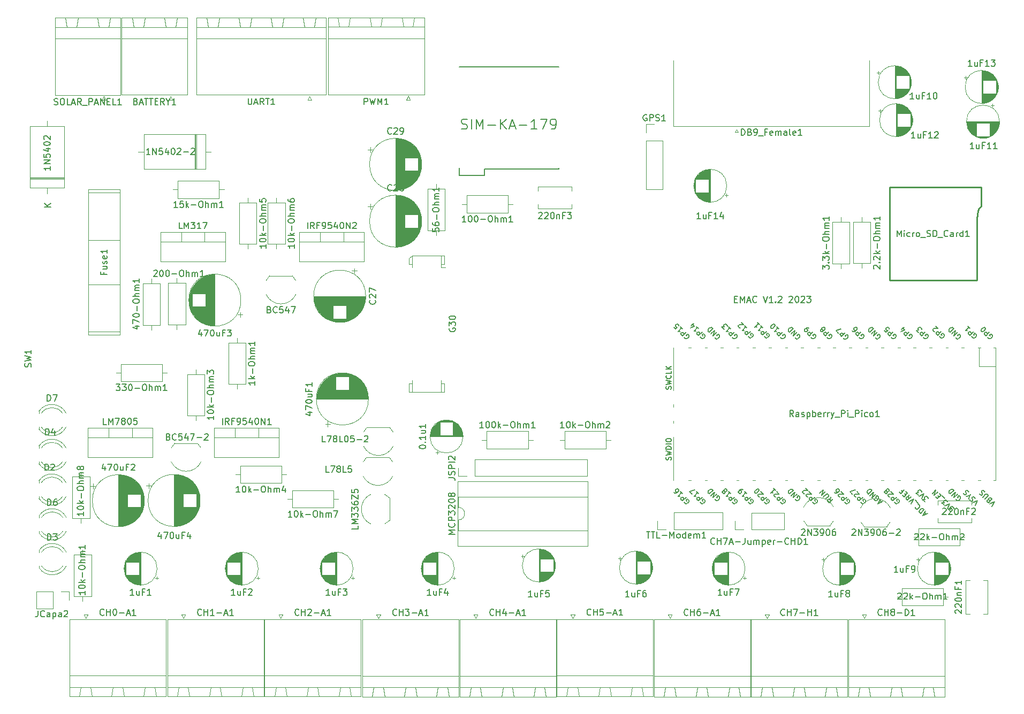
<source format=gto>
%TF.GenerationSoftware,KiCad,Pcbnew,(6.0.7)*%
%TF.CreationDate,2023-01-05T15:45:52-03:00*%
%TF.ProjectId,EMAC2.0_PCB,454d4143-322e-4305-9f50-43422e6b6963,rev?*%
%TF.SameCoordinates,Original*%
%TF.FileFunction,Legend,Top*%
%TF.FilePolarity,Positive*%
%FSLAX46Y46*%
G04 Gerber Fmt 4.6, Leading zero omitted, Abs format (unit mm)*
G04 Created by KiCad (PCBNEW (6.0.7)) date 2023-01-05 15:45:52*
%MOMM*%
%LPD*%
G01*
G04 APERTURE LIST*
%ADD10C,0.150000*%
%ADD11C,0.120000*%
%ADD12C,0.200000*%
%ADD13C,0.250000*%
G04 APERTURE END LIST*
D10*
X166720000Y-74350571D02*
X167053333Y-74350571D01*
X167196190Y-74874380D02*
X166720000Y-74874380D01*
X166720000Y-73874380D01*
X167196190Y-73874380D01*
X167624761Y-74874380D02*
X167624761Y-73874380D01*
X167958095Y-74588666D01*
X168291428Y-73874380D01*
X168291428Y-74874380D01*
X168720000Y-74588666D02*
X169196190Y-74588666D01*
X168624761Y-74874380D02*
X168958095Y-73874380D01*
X169291428Y-74874380D01*
X170196190Y-74779142D02*
X170148571Y-74826761D01*
X170005714Y-74874380D01*
X169910476Y-74874380D01*
X169767619Y-74826761D01*
X169672380Y-74731523D01*
X169624761Y-74636285D01*
X169577142Y-74445809D01*
X169577142Y-74302952D01*
X169624761Y-74112476D01*
X169672380Y-74017238D01*
X169767619Y-73922000D01*
X169910476Y-73874380D01*
X170005714Y-73874380D01*
X170148571Y-73922000D01*
X170196190Y-73969619D01*
X171243809Y-73874380D02*
X171577142Y-74874380D01*
X171910476Y-73874380D01*
X172767619Y-74874380D02*
X172196190Y-74874380D01*
X172481904Y-74874380D02*
X172481904Y-73874380D01*
X172386666Y-74017238D01*
X172291428Y-74112476D01*
X172196190Y-74160095D01*
X173196190Y-74779142D02*
X173243809Y-74826761D01*
X173196190Y-74874380D01*
X173148571Y-74826761D01*
X173196190Y-74779142D01*
X173196190Y-74874380D01*
X173624761Y-73969619D02*
X173672380Y-73922000D01*
X173767619Y-73874380D01*
X174005714Y-73874380D01*
X174100952Y-73922000D01*
X174148571Y-73969619D01*
X174196190Y-74064857D01*
X174196190Y-74160095D01*
X174148571Y-74302952D01*
X173577142Y-74874380D01*
X174196190Y-74874380D01*
X175339047Y-73969619D02*
X175386666Y-73922000D01*
X175481904Y-73874380D01*
X175720000Y-73874380D01*
X175815238Y-73922000D01*
X175862857Y-73969619D01*
X175910476Y-74064857D01*
X175910476Y-74160095D01*
X175862857Y-74302952D01*
X175291428Y-74874380D01*
X175910476Y-74874380D01*
X176529523Y-73874380D02*
X176624761Y-73874380D01*
X176720000Y-73922000D01*
X176767619Y-73969619D01*
X176815238Y-74064857D01*
X176862857Y-74255333D01*
X176862857Y-74493428D01*
X176815238Y-74683904D01*
X176767619Y-74779142D01*
X176720000Y-74826761D01*
X176624761Y-74874380D01*
X176529523Y-74874380D01*
X176434285Y-74826761D01*
X176386666Y-74779142D01*
X176339047Y-74683904D01*
X176291428Y-74493428D01*
X176291428Y-74255333D01*
X176339047Y-74064857D01*
X176386666Y-73969619D01*
X176434285Y-73922000D01*
X176529523Y-73874380D01*
X177243809Y-73969619D02*
X177291428Y-73922000D01*
X177386666Y-73874380D01*
X177624761Y-73874380D01*
X177720000Y-73922000D01*
X177767619Y-73969619D01*
X177815238Y-74064857D01*
X177815238Y-74160095D01*
X177767619Y-74302952D01*
X177196190Y-74874380D01*
X177815238Y-74874380D01*
X178148571Y-73874380D02*
X178767619Y-73874380D01*
X178434285Y-74255333D01*
X178577142Y-74255333D01*
X178672380Y-74302952D01*
X178720000Y-74350571D01*
X178767619Y-74445809D01*
X178767619Y-74683904D01*
X178720000Y-74779142D01*
X178672380Y-74826761D01*
X178577142Y-74874380D01*
X178291428Y-74874380D01*
X178196190Y-74826761D01*
X178148571Y-74779142D01*
%TO.C,1uF1*%
X71678571Y-121202380D02*
X71107142Y-121202380D01*
X71392857Y-121202380D02*
X71392857Y-120202380D01*
X71297619Y-120345238D01*
X71202380Y-120440476D01*
X71107142Y-120488095D01*
X72535714Y-120535714D02*
X72535714Y-121202380D01*
X72107142Y-120535714D02*
X72107142Y-121059523D01*
X72154761Y-121154761D01*
X72250000Y-121202380D01*
X72392857Y-121202380D01*
X72488095Y-121154761D01*
X72535714Y-121107142D01*
X73345238Y-120678571D02*
X73011904Y-120678571D01*
X73011904Y-121202380D02*
X73011904Y-120202380D01*
X73488095Y-120202380D01*
X74392857Y-121202380D02*
X73821428Y-121202380D01*
X74107142Y-121202380D02*
X74107142Y-120202380D01*
X74011904Y-120345238D01*
X73916666Y-120440476D01*
X73821428Y-120488095D01*
%TO.C,1uF2*%
X87678571Y-121202380D02*
X87107142Y-121202380D01*
X87392857Y-121202380D02*
X87392857Y-120202380D01*
X87297619Y-120345238D01*
X87202380Y-120440476D01*
X87107142Y-120488095D01*
X88535714Y-120535714D02*
X88535714Y-121202380D01*
X88107142Y-120535714D02*
X88107142Y-121059523D01*
X88154761Y-121154761D01*
X88250000Y-121202380D01*
X88392857Y-121202380D01*
X88488095Y-121154761D01*
X88535714Y-121107142D01*
X89345238Y-120678571D02*
X89011904Y-120678571D01*
X89011904Y-121202380D02*
X89011904Y-120202380D01*
X89488095Y-120202380D01*
X89821428Y-120297619D02*
X89869047Y-120250000D01*
X89964285Y-120202380D01*
X90202380Y-120202380D01*
X90297619Y-120250000D01*
X90345238Y-120297619D01*
X90392857Y-120392857D01*
X90392857Y-120488095D01*
X90345238Y-120630952D01*
X89773809Y-121202380D01*
X90392857Y-121202380D01*
%TO.C,1uF3*%
X102678571Y-121202380D02*
X102107142Y-121202380D01*
X102392857Y-121202380D02*
X102392857Y-120202380D01*
X102297619Y-120345238D01*
X102202380Y-120440476D01*
X102107142Y-120488095D01*
X103535714Y-120535714D02*
X103535714Y-121202380D01*
X103107142Y-120535714D02*
X103107142Y-121059523D01*
X103154761Y-121154761D01*
X103250000Y-121202380D01*
X103392857Y-121202380D01*
X103488095Y-121154761D01*
X103535714Y-121107142D01*
X104345238Y-120678571D02*
X104011904Y-120678571D01*
X104011904Y-121202380D02*
X104011904Y-120202380D01*
X104488095Y-120202380D01*
X104773809Y-120202380D02*
X105392857Y-120202380D01*
X105059523Y-120583333D01*
X105202380Y-120583333D01*
X105297619Y-120630952D01*
X105345238Y-120678571D01*
X105392857Y-120773809D01*
X105392857Y-121011904D01*
X105345238Y-121107142D01*
X105297619Y-121154761D01*
X105202380Y-121202380D01*
X104916666Y-121202380D01*
X104821428Y-121154761D01*
X104773809Y-121107142D01*
%TO.C,1uF4*%
X118678571Y-121202380D02*
X118107142Y-121202380D01*
X118392857Y-121202380D02*
X118392857Y-120202380D01*
X118297619Y-120345238D01*
X118202380Y-120440476D01*
X118107142Y-120488095D01*
X119535714Y-120535714D02*
X119535714Y-121202380D01*
X119107142Y-120535714D02*
X119107142Y-121059523D01*
X119154761Y-121154761D01*
X119250000Y-121202380D01*
X119392857Y-121202380D01*
X119488095Y-121154761D01*
X119535714Y-121107142D01*
X120345238Y-120678571D02*
X120011904Y-120678571D01*
X120011904Y-121202380D02*
X120011904Y-120202380D01*
X120488095Y-120202380D01*
X121297619Y-120535714D02*
X121297619Y-121202380D01*
X121059523Y-120154761D02*
X120821428Y-120869047D01*
X121440476Y-120869047D01*
%TO.C,1uF5*%
X134678571Y-121452380D02*
X134107142Y-121452380D01*
X134392857Y-121452380D02*
X134392857Y-120452380D01*
X134297619Y-120595238D01*
X134202380Y-120690476D01*
X134107142Y-120738095D01*
X135535714Y-120785714D02*
X135535714Y-121452380D01*
X135107142Y-120785714D02*
X135107142Y-121309523D01*
X135154761Y-121404761D01*
X135250000Y-121452380D01*
X135392857Y-121452380D01*
X135488095Y-121404761D01*
X135535714Y-121357142D01*
X136345238Y-120928571D02*
X136011904Y-120928571D01*
X136011904Y-121452380D02*
X136011904Y-120452380D01*
X136488095Y-120452380D01*
X137345238Y-120452380D02*
X136869047Y-120452380D01*
X136821428Y-120928571D01*
X136869047Y-120880952D01*
X136964285Y-120833333D01*
X137202380Y-120833333D01*
X137297619Y-120880952D01*
X137345238Y-120928571D01*
X137392857Y-121023809D01*
X137392857Y-121261904D01*
X137345238Y-121357142D01*
X137297619Y-121404761D01*
X137202380Y-121452380D01*
X136964285Y-121452380D01*
X136869047Y-121404761D01*
X136821428Y-121357142D01*
%TO.C,1uF6*%
X150038571Y-121452380D02*
X149467142Y-121452380D01*
X149752857Y-121452380D02*
X149752857Y-120452380D01*
X149657619Y-120595238D01*
X149562380Y-120690476D01*
X149467142Y-120738095D01*
X150895714Y-120785714D02*
X150895714Y-121452380D01*
X150467142Y-120785714D02*
X150467142Y-121309523D01*
X150514761Y-121404761D01*
X150610000Y-121452380D01*
X150752857Y-121452380D01*
X150848095Y-121404761D01*
X150895714Y-121357142D01*
X151705238Y-120928571D02*
X151371904Y-120928571D01*
X151371904Y-121452380D02*
X151371904Y-120452380D01*
X151848095Y-120452380D01*
X152657619Y-120452380D02*
X152467142Y-120452380D01*
X152371904Y-120500000D01*
X152324285Y-120547619D01*
X152229047Y-120690476D01*
X152181428Y-120880952D01*
X152181428Y-121261904D01*
X152229047Y-121357142D01*
X152276666Y-121404761D01*
X152371904Y-121452380D01*
X152562380Y-121452380D01*
X152657619Y-121404761D01*
X152705238Y-121357142D01*
X152752857Y-121261904D01*
X152752857Y-121023809D01*
X152705238Y-120928571D01*
X152657619Y-120880952D01*
X152562380Y-120833333D01*
X152371904Y-120833333D01*
X152276666Y-120880952D01*
X152229047Y-120928571D01*
X152181428Y-121023809D01*
%TO.C,1uF7*%
X164678571Y-121202380D02*
X164107142Y-121202380D01*
X164392857Y-121202380D02*
X164392857Y-120202380D01*
X164297619Y-120345238D01*
X164202380Y-120440476D01*
X164107142Y-120488095D01*
X165535714Y-120535714D02*
X165535714Y-121202380D01*
X165107142Y-120535714D02*
X165107142Y-121059523D01*
X165154761Y-121154761D01*
X165250000Y-121202380D01*
X165392857Y-121202380D01*
X165488095Y-121154761D01*
X165535714Y-121107142D01*
X166345238Y-120678571D02*
X166011904Y-120678571D01*
X166011904Y-121202380D02*
X166011904Y-120202380D01*
X166488095Y-120202380D01*
X166773809Y-120202380D02*
X167440476Y-120202380D01*
X167011904Y-121202380D01*
%TO.C,1uF8*%
X182178571Y-121452380D02*
X181607142Y-121452380D01*
X181892857Y-121452380D02*
X181892857Y-120452380D01*
X181797619Y-120595238D01*
X181702380Y-120690476D01*
X181607142Y-120738095D01*
X183035714Y-120785714D02*
X183035714Y-121452380D01*
X182607142Y-120785714D02*
X182607142Y-121309523D01*
X182654761Y-121404761D01*
X182750000Y-121452380D01*
X182892857Y-121452380D01*
X182988095Y-121404761D01*
X183035714Y-121357142D01*
X183845238Y-120928571D02*
X183511904Y-120928571D01*
X183511904Y-121452380D02*
X183511904Y-120452380D01*
X183988095Y-120452380D01*
X184511904Y-120880952D02*
X184416666Y-120833333D01*
X184369047Y-120785714D01*
X184321428Y-120690476D01*
X184321428Y-120642857D01*
X184369047Y-120547619D01*
X184416666Y-120500000D01*
X184511904Y-120452380D01*
X184702380Y-120452380D01*
X184797619Y-120500000D01*
X184845238Y-120547619D01*
X184892857Y-120642857D01*
X184892857Y-120690476D01*
X184845238Y-120785714D01*
X184797619Y-120833333D01*
X184702380Y-120880952D01*
X184511904Y-120880952D01*
X184416666Y-120928571D01*
X184369047Y-120976190D01*
X184321428Y-121071428D01*
X184321428Y-121261904D01*
X184369047Y-121357142D01*
X184416666Y-121404761D01*
X184511904Y-121452380D01*
X184702380Y-121452380D01*
X184797619Y-121404761D01*
X184845238Y-121357142D01*
X184892857Y-121261904D01*
X184892857Y-121071428D01*
X184845238Y-120976190D01*
X184797619Y-120928571D01*
X184702380Y-120880952D01*
%TO.C,1uF9*%
X192528571Y-117552380D02*
X191957142Y-117552380D01*
X192242857Y-117552380D02*
X192242857Y-116552380D01*
X192147619Y-116695238D01*
X192052380Y-116790476D01*
X191957142Y-116838095D01*
X193385714Y-116885714D02*
X193385714Y-117552380D01*
X192957142Y-116885714D02*
X192957142Y-117409523D01*
X193004761Y-117504761D01*
X193100000Y-117552380D01*
X193242857Y-117552380D01*
X193338095Y-117504761D01*
X193385714Y-117457142D01*
X194195238Y-117028571D02*
X193861904Y-117028571D01*
X193861904Y-117552380D02*
X193861904Y-116552380D01*
X194338095Y-116552380D01*
X194766666Y-117552380D02*
X194957142Y-117552380D01*
X195052380Y-117504761D01*
X195100000Y-117457142D01*
X195195238Y-117314285D01*
X195242857Y-117123809D01*
X195242857Y-116742857D01*
X195195238Y-116647619D01*
X195147619Y-116600000D01*
X195052380Y-116552380D01*
X194861904Y-116552380D01*
X194766666Y-116600000D01*
X194719047Y-116647619D01*
X194671428Y-116742857D01*
X194671428Y-116980952D01*
X194719047Y-117076190D01*
X194766666Y-117123809D01*
X194861904Y-117171428D01*
X195052380Y-117171428D01*
X195147619Y-117123809D01*
X195195238Y-117076190D01*
X195242857Y-116980952D01*
%TO.C,470uF1*%
X99208365Y-92259047D02*
X99875031Y-92259047D01*
X98827412Y-92497142D02*
X99541698Y-92735238D01*
X99541698Y-92116190D01*
X98875031Y-91830476D02*
X98875031Y-91163809D01*
X99875031Y-91592380D01*
X98875031Y-90592380D02*
X98875031Y-90497142D01*
X98922651Y-90401904D01*
X98970270Y-90354285D01*
X99065508Y-90306666D01*
X99255984Y-90259047D01*
X99494079Y-90259047D01*
X99684555Y-90306666D01*
X99779793Y-90354285D01*
X99827412Y-90401904D01*
X99875031Y-90497142D01*
X99875031Y-90592380D01*
X99827412Y-90687619D01*
X99779793Y-90735238D01*
X99684555Y-90782857D01*
X99494079Y-90830476D01*
X99255984Y-90830476D01*
X99065508Y-90782857D01*
X98970270Y-90735238D01*
X98922651Y-90687619D01*
X98875031Y-90592380D01*
X99208365Y-89401904D02*
X99875031Y-89401904D01*
X99208365Y-89830476D02*
X99732174Y-89830476D01*
X99827412Y-89782857D01*
X99875031Y-89687619D01*
X99875031Y-89544761D01*
X99827412Y-89449523D01*
X99779793Y-89401904D01*
X99351222Y-88592380D02*
X99351222Y-88925714D01*
X99875031Y-88925714D02*
X98875031Y-88925714D01*
X98875031Y-88449523D01*
X99875031Y-87544761D02*
X99875031Y-88116190D01*
X99875031Y-87830476D02*
X98875031Y-87830476D01*
X99017889Y-87925714D01*
X99113127Y-88020952D01*
X99160746Y-88116190D01*
%TO.C,470uF2*%
X67126952Y-100785714D02*
X67126952Y-101452380D01*
X66888857Y-100404761D02*
X66650761Y-101119047D01*
X67269809Y-101119047D01*
X67555523Y-100452380D02*
X68222190Y-100452380D01*
X67793619Y-101452380D01*
X68793619Y-100452380D02*
X68888857Y-100452380D01*
X68984095Y-100500000D01*
X69031714Y-100547619D01*
X69079333Y-100642857D01*
X69126952Y-100833333D01*
X69126952Y-101071428D01*
X69079333Y-101261904D01*
X69031714Y-101357142D01*
X68984095Y-101404761D01*
X68888857Y-101452380D01*
X68793619Y-101452380D01*
X68698380Y-101404761D01*
X68650761Y-101357142D01*
X68603142Y-101261904D01*
X68555523Y-101071428D01*
X68555523Y-100833333D01*
X68603142Y-100642857D01*
X68650761Y-100547619D01*
X68698380Y-100500000D01*
X68793619Y-100452380D01*
X69984095Y-100785714D02*
X69984095Y-101452380D01*
X69555523Y-100785714D02*
X69555523Y-101309523D01*
X69603142Y-101404761D01*
X69698380Y-101452380D01*
X69841238Y-101452380D01*
X69936476Y-101404761D01*
X69984095Y-101357142D01*
X70793619Y-100928571D02*
X70460285Y-100928571D01*
X70460285Y-101452380D02*
X70460285Y-100452380D01*
X70936476Y-100452380D01*
X71269809Y-100547619D02*
X71317428Y-100500000D01*
X71412666Y-100452380D01*
X71650761Y-100452380D01*
X71746000Y-100500000D01*
X71793619Y-100547619D01*
X71841238Y-100642857D01*
X71841238Y-100738095D01*
X71793619Y-100880952D01*
X71222190Y-101452380D01*
X71841238Y-101452380D01*
%TO.C,470uF4*%
X75980952Y-111585714D02*
X75980952Y-112252380D01*
X75742857Y-111204761D02*
X75504761Y-111919047D01*
X76123809Y-111919047D01*
X76409523Y-111252380D02*
X77076190Y-111252380D01*
X76647619Y-112252380D01*
X77647619Y-111252380D02*
X77742857Y-111252380D01*
X77838095Y-111300000D01*
X77885714Y-111347619D01*
X77933333Y-111442857D01*
X77980952Y-111633333D01*
X77980952Y-111871428D01*
X77933333Y-112061904D01*
X77885714Y-112157142D01*
X77838095Y-112204761D01*
X77742857Y-112252380D01*
X77647619Y-112252380D01*
X77552380Y-112204761D01*
X77504761Y-112157142D01*
X77457142Y-112061904D01*
X77409523Y-111871428D01*
X77409523Y-111633333D01*
X77457142Y-111442857D01*
X77504761Y-111347619D01*
X77552380Y-111300000D01*
X77647619Y-111252380D01*
X78838095Y-111585714D02*
X78838095Y-112252380D01*
X78409523Y-111585714D02*
X78409523Y-112109523D01*
X78457142Y-112204761D01*
X78552380Y-112252380D01*
X78695238Y-112252380D01*
X78790476Y-112204761D01*
X78838095Y-112157142D01*
X79647619Y-111728571D02*
X79314285Y-111728571D01*
X79314285Y-112252380D02*
X79314285Y-111252380D01*
X79790476Y-111252380D01*
X80600000Y-111585714D02*
X80600000Y-112252380D01*
X80361904Y-111204761D02*
X80123809Y-111919047D01*
X80742857Y-111919047D01*
%TO.C,470uF3*%
X82380952Y-79535714D02*
X82380952Y-80202380D01*
X82142857Y-79154761D02*
X81904761Y-79869047D01*
X82523809Y-79869047D01*
X82809523Y-79202380D02*
X83476190Y-79202380D01*
X83047619Y-80202380D01*
X84047619Y-79202380D02*
X84142857Y-79202380D01*
X84238095Y-79250000D01*
X84285714Y-79297619D01*
X84333333Y-79392857D01*
X84380952Y-79583333D01*
X84380952Y-79821428D01*
X84333333Y-80011904D01*
X84285714Y-80107142D01*
X84238095Y-80154761D01*
X84142857Y-80202380D01*
X84047619Y-80202380D01*
X83952380Y-80154761D01*
X83904761Y-80107142D01*
X83857142Y-80011904D01*
X83809523Y-79821428D01*
X83809523Y-79583333D01*
X83857142Y-79392857D01*
X83904761Y-79297619D01*
X83952380Y-79250000D01*
X84047619Y-79202380D01*
X85238095Y-79535714D02*
X85238095Y-80202380D01*
X84809523Y-79535714D02*
X84809523Y-80059523D01*
X84857142Y-80154761D01*
X84952380Y-80202380D01*
X85095238Y-80202380D01*
X85190476Y-80154761D01*
X85238095Y-80107142D01*
X86047619Y-79678571D02*
X85714285Y-79678571D01*
X85714285Y-80202380D02*
X85714285Y-79202380D01*
X86190476Y-79202380D01*
X86476190Y-79202380D02*
X87095238Y-79202380D01*
X86761904Y-79583333D01*
X86904761Y-79583333D01*
X87000000Y-79630952D01*
X87047619Y-79678571D01*
X87095238Y-79773809D01*
X87095238Y-80011904D01*
X87047619Y-80107142D01*
X87000000Y-80154761D01*
X86904761Y-80202380D01*
X86619047Y-80202380D01*
X86523809Y-80154761D01*
X86476190Y-80107142D01*
%TO.C,DB9_Female1*%
X167778095Y-48402380D02*
X167778095Y-47402380D01*
X168016190Y-47402380D01*
X168159047Y-47450000D01*
X168254285Y-47545238D01*
X168301904Y-47640476D01*
X168349523Y-47830952D01*
X168349523Y-47973809D01*
X168301904Y-48164285D01*
X168254285Y-48259523D01*
X168159047Y-48354761D01*
X168016190Y-48402380D01*
X167778095Y-48402380D01*
X169111428Y-47878571D02*
X169254285Y-47926190D01*
X169301904Y-47973809D01*
X169349523Y-48069047D01*
X169349523Y-48211904D01*
X169301904Y-48307142D01*
X169254285Y-48354761D01*
X169159047Y-48402380D01*
X168778095Y-48402380D01*
X168778095Y-47402380D01*
X169111428Y-47402380D01*
X169206666Y-47450000D01*
X169254285Y-47497619D01*
X169301904Y-47592857D01*
X169301904Y-47688095D01*
X169254285Y-47783333D01*
X169206666Y-47830952D01*
X169111428Y-47878571D01*
X168778095Y-47878571D01*
X169825714Y-48402380D02*
X170016190Y-48402380D01*
X170111428Y-48354761D01*
X170159047Y-48307142D01*
X170254285Y-48164285D01*
X170301904Y-47973809D01*
X170301904Y-47592857D01*
X170254285Y-47497619D01*
X170206666Y-47450000D01*
X170111428Y-47402380D01*
X169920952Y-47402380D01*
X169825714Y-47450000D01*
X169778095Y-47497619D01*
X169730476Y-47592857D01*
X169730476Y-47830952D01*
X169778095Y-47926190D01*
X169825714Y-47973809D01*
X169920952Y-48021428D01*
X170111428Y-48021428D01*
X170206666Y-47973809D01*
X170254285Y-47926190D01*
X170301904Y-47830952D01*
X170492380Y-48497619D02*
X171254285Y-48497619D01*
X171825714Y-47878571D02*
X171492380Y-47878571D01*
X171492380Y-48402380D02*
X171492380Y-47402380D01*
X171968571Y-47402380D01*
X172730476Y-48354761D02*
X172635238Y-48402380D01*
X172444761Y-48402380D01*
X172349523Y-48354761D01*
X172301904Y-48259523D01*
X172301904Y-47878571D01*
X172349523Y-47783333D01*
X172444761Y-47735714D01*
X172635238Y-47735714D01*
X172730476Y-47783333D01*
X172778095Y-47878571D01*
X172778095Y-47973809D01*
X172301904Y-48069047D01*
X173206666Y-48402380D02*
X173206666Y-47735714D01*
X173206666Y-47830952D02*
X173254285Y-47783333D01*
X173349523Y-47735714D01*
X173492380Y-47735714D01*
X173587619Y-47783333D01*
X173635238Y-47878571D01*
X173635238Y-48402380D01*
X173635238Y-47878571D02*
X173682857Y-47783333D01*
X173778095Y-47735714D01*
X173920952Y-47735714D01*
X174016190Y-47783333D01*
X174063809Y-47878571D01*
X174063809Y-48402380D01*
X174968571Y-48402380D02*
X174968571Y-47878571D01*
X174920952Y-47783333D01*
X174825714Y-47735714D01*
X174635238Y-47735714D01*
X174540000Y-47783333D01*
X174968571Y-48354761D02*
X174873333Y-48402380D01*
X174635238Y-48402380D01*
X174540000Y-48354761D01*
X174492380Y-48259523D01*
X174492380Y-48164285D01*
X174540000Y-48069047D01*
X174635238Y-48021428D01*
X174873333Y-48021428D01*
X174968571Y-47973809D01*
X175587619Y-48402380D02*
X175492380Y-48354761D01*
X175444761Y-48259523D01*
X175444761Y-47402380D01*
X176349523Y-48354761D02*
X176254285Y-48402380D01*
X176063809Y-48402380D01*
X175968571Y-48354761D01*
X175920952Y-48259523D01*
X175920952Y-47878571D01*
X175968571Y-47783333D01*
X176063809Y-47735714D01*
X176254285Y-47735714D01*
X176349523Y-47783333D01*
X176397142Y-47878571D01*
X176397142Y-47973809D01*
X175920952Y-48069047D01*
X177349523Y-48402380D02*
X176778095Y-48402380D01*
X177063809Y-48402380D02*
X177063809Y-47402380D01*
X176968571Y-47545238D01*
X176873333Y-47640476D01*
X176778095Y-47688095D01*
%TO.C,10k-Ohm4*%
X88466666Y-104922380D02*
X87895238Y-104922380D01*
X88180952Y-104922380D02*
X88180952Y-103922380D01*
X88085714Y-104065238D01*
X87990476Y-104160476D01*
X87895238Y-104208095D01*
X89085714Y-103922380D02*
X89180952Y-103922380D01*
X89276190Y-103970000D01*
X89323809Y-104017619D01*
X89371428Y-104112857D01*
X89419047Y-104303333D01*
X89419047Y-104541428D01*
X89371428Y-104731904D01*
X89323809Y-104827142D01*
X89276190Y-104874761D01*
X89180952Y-104922380D01*
X89085714Y-104922380D01*
X88990476Y-104874761D01*
X88942857Y-104827142D01*
X88895238Y-104731904D01*
X88847619Y-104541428D01*
X88847619Y-104303333D01*
X88895238Y-104112857D01*
X88942857Y-104017619D01*
X88990476Y-103970000D01*
X89085714Y-103922380D01*
X89847619Y-104922380D02*
X89847619Y-103922380D01*
X89942857Y-104541428D02*
X90228571Y-104922380D01*
X90228571Y-104255714D02*
X89847619Y-104636666D01*
X90657142Y-104541428D02*
X91419047Y-104541428D01*
X92085714Y-103922380D02*
X92276190Y-103922380D01*
X92371428Y-103970000D01*
X92466666Y-104065238D01*
X92514285Y-104255714D01*
X92514285Y-104589047D01*
X92466666Y-104779523D01*
X92371428Y-104874761D01*
X92276190Y-104922380D01*
X92085714Y-104922380D01*
X91990476Y-104874761D01*
X91895238Y-104779523D01*
X91847619Y-104589047D01*
X91847619Y-104255714D01*
X91895238Y-104065238D01*
X91990476Y-103970000D01*
X92085714Y-103922380D01*
X92942857Y-104922380D02*
X92942857Y-103922380D01*
X93371428Y-104922380D02*
X93371428Y-104398571D01*
X93323809Y-104303333D01*
X93228571Y-104255714D01*
X93085714Y-104255714D01*
X92990476Y-104303333D01*
X92942857Y-104350952D01*
X93847619Y-104922380D02*
X93847619Y-104255714D01*
X93847619Y-104350952D02*
X93895238Y-104303333D01*
X93990476Y-104255714D01*
X94133333Y-104255714D01*
X94228571Y-104303333D01*
X94276190Y-104398571D01*
X94276190Y-104922380D01*
X94276190Y-104398571D02*
X94323809Y-104303333D01*
X94419047Y-104255714D01*
X94561904Y-104255714D01*
X94657142Y-104303333D01*
X94704761Y-104398571D01*
X94704761Y-104922380D01*
X95609523Y-104255714D02*
X95609523Y-104922380D01*
X95371428Y-103874761D02*
X95133333Y-104589047D01*
X95752380Y-104589047D01*
%TO.C,10k-Ohm5*%
X92568380Y-65663333D02*
X92568380Y-66234761D01*
X92568380Y-65949047D02*
X91568380Y-65949047D01*
X91711238Y-66044285D01*
X91806476Y-66139523D01*
X91854095Y-66234761D01*
X91568380Y-65044285D02*
X91568380Y-64949047D01*
X91616000Y-64853809D01*
X91663619Y-64806190D01*
X91758857Y-64758571D01*
X91949333Y-64710952D01*
X92187428Y-64710952D01*
X92377904Y-64758571D01*
X92473142Y-64806190D01*
X92520761Y-64853809D01*
X92568380Y-64949047D01*
X92568380Y-65044285D01*
X92520761Y-65139523D01*
X92473142Y-65187142D01*
X92377904Y-65234761D01*
X92187428Y-65282380D01*
X91949333Y-65282380D01*
X91758857Y-65234761D01*
X91663619Y-65187142D01*
X91616000Y-65139523D01*
X91568380Y-65044285D01*
X92568380Y-64282380D02*
X91568380Y-64282380D01*
X92187428Y-64187142D02*
X92568380Y-63901428D01*
X91901714Y-63901428D02*
X92282666Y-64282380D01*
X92187428Y-63472857D02*
X92187428Y-62710952D01*
X91568380Y-62044285D02*
X91568380Y-61853809D01*
X91616000Y-61758571D01*
X91711238Y-61663333D01*
X91901714Y-61615714D01*
X92235047Y-61615714D01*
X92425523Y-61663333D01*
X92520761Y-61758571D01*
X92568380Y-61853809D01*
X92568380Y-62044285D01*
X92520761Y-62139523D01*
X92425523Y-62234761D01*
X92235047Y-62282380D01*
X91901714Y-62282380D01*
X91711238Y-62234761D01*
X91616000Y-62139523D01*
X91568380Y-62044285D01*
X92568380Y-61187142D02*
X91568380Y-61187142D01*
X92568380Y-60758571D02*
X92044571Y-60758571D01*
X91949333Y-60806190D01*
X91901714Y-60901428D01*
X91901714Y-61044285D01*
X91949333Y-61139523D01*
X91996952Y-61187142D01*
X92568380Y-60282380D02*
X91901714Y-60282380D01*
X91996952Y-60282380D02*
X91949333Y-60234761D01*
X91901714Y-60139523D01*
X91901714Y-59996666D01*
X91949333Y-59901428D01*
X92044571Y-59853809D01*
X92568380Y-59853809D01*
X92044571Y-59853809D02*
X91949333Y-59806190D01*
X91901714Y-59710952D01*
X91901714Y-59568095D01*
X91949333Y-59472857D01*
X92044571Y-59425238D01*
X92568380Y-59425238D01*
X91568380Y-58472857D02*
X91568380Y-58949047D01*
X92044571Y-58996666D01*
X91996952Y-58949047D01*
X91949333Y-58853809D01*
X91949333Y-58615714D01*
X91996952Y-58520476D01*
X92044571Y-58472857D01*
X92139809Y-58425238D01*
X92377904Y-58425238D01*
X92473142Y-58472857D01*
X92520761Y-58520476D01*
X92568380Y-58615714D01*
X92568380Y-58853809D01*
X92520761Y-58949047D01*
X92473142Y-58996666D01*
%TO.C,10k-Ohm6*%
X97068380Y-65663333D02*
X97068380Y-66234761D01*
X97068380Y-65949047D02*
X96068380Y-65949047D01*
X96211238Y-66044285D01*
X96306476Y-66139523D01*
X96354095Y-66234761D01*
X96068380Y-65044285D02*
X96068380Y-64949047D01*
X96116000Y-64853809D01*
X96163619Y-64806190D01*
X96258857Y-64758571D01*
X96449333Y-64710952D01*
X96687428Y-64710952D01*
X96877904Y-64758571D01*
X96973142Y-64806190D01*
X97020761Y-64853809D01*
X97068380Y-64949047D01*
X97068380Y-65044285D01*
X97020761Y-65139523D01*
X96973142Y-65187142D01*
X96877904Y-65234761D01*
X96687428Y-65282380D01*
X96449333Y-65282380D01*
X96258857Y-65234761D01*
X96163619Y-65187142D01*
X96116000Y-65139523D01*
X96068380Y-65044285D01*
X97068380Y-64282380D02*
X96068380Y-64282380D01*
X96687428Y-64187142D02*
X97068380Y-63901428D01*
X96401714Y-63901428D02*
X96782666Y-64282380D01*
X96687428Y-63472857D02*
X96687428Y-62710952D01*
X96068380Y-62044285D02*
X96068380Y-61853809D01*
X96116000Y-61758571D01*
X96211238Y-61663333D01*
X96401714Y-61615714D01*
X96735047Y-61615714D01*
X96925523Y-61663333D01*
X97020761Y-61758571D01*
X97068380Y-61853809D01*
X97068380Y-62044285D01*
X97020761Y-62139523D01*
X96925523Y-62234761D01*
X96735047Y-62282380D01*
X96401714Y-62282380D01*
X96211238Y-62234761D01*
X96116000Y-62139523D01*
X96068380Y-62044285D01*
X97068380Y-61187142D02*
X96068380Y-61187142D01*
X97068380Y-60758571D02*
X96544571Y-60758571D01*
X96449333Y-60806190D01*
X96401714Y-60901428D01*
X96401714Y-61044285D01*
X96449333Y-61139523D01*
X96496952Y-61187142D01*
X97068380Y-60282380D02*
X96401714Y-60282380D01*
X96496952Y-60282380D02*
X96449333Y-60234761D01*
X96401714Y-60139523D01*
X96401714Y-59996666D01*
X96449333Y-59901428D01*
X96544571Y-59853809D01*
X97068380Y-59853809D01*
X96544571Y-59853809D02*
X96449333Y-59806190D01*
X96401714Y-59710952D01*
X96401714Y-59568095D01*
X96449333Y-59472857D01*
X96544571Y-59425238D01*
X97068380Y-59425238D01*
X96068380Y-58520476D02*
X96068380Y-58710952D01*
X96116000Y-58806190D01*
X96163619Y-58853809D01*
X96306476Y-58949047D01*
X96496952Y-58996666D01*
X96877904Y-58996666D01*
X96973142Y-58949047D01*
X97020761Y-58901428D01*
X97068380Y-58806190D01*
X97068380Y-58615714D01*
X97020761Y-58520476D01*
X96973142Y-58472857D01*
X96877904Y-58425238D01*
X96639809Y-58425238D01*
X96544571Y-58472857D01*
X96496952Y-58520476D01*
X96449333Y-58615714D01*
X96449333Y-58806190D01*
X96496952Y-58901428D01*
X96544571Y-58949047D01*
X96639809Y-58996666D01*
%TO.C,SW1*%
X55404761Y-85083333D02*
X55452380Y-84940476D01*
X55452380Y-84702380D01*
X55404761Y-84607142D01*
X55357142Y-84559523D01*
X55261904Y-84511904D01*
X55166666Y-84511904D01*
X55071428Y-84559523D01*
X55023809Y-84607142D01*
X54976190Y-84702380D01*
X54928571Y-84892857D01*
X54880952Y-84988095D01*
X54833333Y-85035714D01*
X54738095Y-85083333D01*
X54642857Y-85083333D01*
X54547619Y-85035714D01*
X54500000Y-84988095D01*
X54452380Y-84892857D01*
X54452380Y-84654761D01*
X54500000Y-84511904D01*
X54452380Y-84178571D02*
X55452380Y-83940476D01*
X54738095Y-83750000D01*
X55452380Y-83559523D01*
X54452380Y-83321428D01*
X55452380Y-82416666D02*
X55452380Y-82988095D01*
X55452380Y-82702380D02*
X54452380Y-82702380D01*
X54595238Y-82797619D01*
X54690476Y-82892857D01*
X54738095Y-82988095D01*
%TO.C,330-Ohm1*%
X68896190Y-87822380D02*
X69515238Y-87822380D01*
X69181904Y-88203333D01*
X69324761Y-88203333D01*
X69420000Y-88250952D01*
X69467619Y-88298571D01*
X69515238Y-88393809D01*
X69515238Y-88631904D01*
X69467619Y-88727142D01*
X69420000Y-88774761D01*
X69324761Y-88822380D01*
X69039047Y-88822380D01*
X68943809Y-88774761D01*
X68896190Y-88727142D01*
X69848571Y-87822380D02*
X70467619Y-87822380D01*
X70134285Y-88203333D01*
X70277142Y-88203333D01*
X70372380Y-88250952D01*
X70420000Y-88298571D01*
X70467619Y-88393809D01*
X70467619Y-88631904D01*
X70420000Y-88727142D01*
X70372380Y-88774761D01*
X70277142Y-88822380D01*
X69991428Y-88822380D01*
X69896190Y-88774761D01*
X69848571Y-88727142D01*
X71086666Y-87822380D02*
X71181904Y-87822380D01*
X71277142Y-87870000D01*
X71324761Y-87917619D01*
X71372380Y-88012857D01*
X71420000Y-88203333D01*
X71420000Y-88441428D01*
X71372380Y-88631904D01*
X71324761Y-88727142D01*
X71277142Y-88774761D01*
X71181904Y-88822380D01*
X71086666Y-88822380D01*
X70991428Y-88774761D01*
X70943809Y-88727142D01*
X70896190Y-88631904D01*
X70848571Y-88441428D01*
X70848571Y-88203333D01*
X70896190Y-88012857D01*
X70943809Y-87917619D01*
X70991428Y-87870000D01*
X71086666Y-87822380D01*
X71848571Y-88441428D02*
X72610476Y-88441428D01*
X73277142Y-87822380D02*
X73467619Y-87822380D01*
X73562857Y-87870000D01*
X73658095Y-87965238D01*
X73705714Y-88155714D01*
X73705714Y-88489047D01*
X73658095Y-88679523D01*
X73562857Y-88774761D01*
X73467619Y-88822380D01*
X73277142Y-88822380D01*
X73181904Y-88774761D01*
X73086666Y-88679523D01*
X73039047Y-88489047D01*
X73039047Y-88155714D01*
X73086666Y-87965238D01*
X73181904Y-87870000D01*
X73277142Y-87822380D01*
X74134285Y-88822380D02*
X74134285Y-87822380D01*
X74562857Y-88822380D02*
X74562857Y-88298571D01*
X74515238Y-88203333D01*
X74420000Y-88155714D01*
X74277142Y-88155714D01*
X74181904Y-88203333D01*
X74134285Y-88250952D01*
X75039047Y-88822380D02*
X75039047Y-88155714D01*
X75039047Y-88250952D02*
X75086666Y-88203333D01*
X75181904Y-88155714D01*
X75324761Y-88155714D01*
X75420000Y-88203333D01*
X75467619Y-88298571D01*
X75467619Y-88822380D01*
X75467619Y-88298571D02*
X75515238Y-88203333D01*
X75610476Y-88155714D01*
X75753333Y-88155714D01*
X75848571Y-88203333D01*
X75896190Y-88298571D01*
X75896190Y-88822380D01*
X76896190Y-88822380D02*
X76324761Y-88822380D01*
X76610476Y-88822380D02*
X76610476Y-87822380D01*
X76515238Y-87965238D01*
X76420000Y-88060476D01*
X76324761Y-88108095D01*
%TO.C,D2*%
X57621904Y-101452380D02*
X57621904Y-100452380D01*
X57860000Y-100452380D01*
X58002857Y-100500000D01*
X58098095Y-100595238D01*
X58145714Y-100690476D01*
X58193333Y-100880952D01*
X58193333Y-101023809D01*
X58145714Y-101214285D01*
X58098095Y-101309523D01*
X58002857Y-101404761D01*
X57860000Y-101452380D01*
X57621904Y-101452380D01*
X58574285Y-100547619D02*
X58621904Y-100500000D01*
X58717142Y-100452380D01*
X58955238Y-100452380D01*
X59050476Y-100500000D01*
X59098095Y-100547619D01*
X59145714Y-100642857D01*
X59145714Y-100738095D01*
X59098095Y-100880952D01*
X58526666Y-101452380D01*
X59145714Y-101452380D01*
%TO.C,D3*%
X58031904Y-112492380D02*
X58031904Y-111492380D01*
X58270000Y-111492380D01*
X58412857Y-111540000D01*
X58508095Y-111635238D01*
X58555714Y-111730476D01*
X58603333Y-111920952D01*
X58603333Y-112063809D01*
X58555714Y-112254285D01*
X58508095Y-112349523D01*
X58412857Y-112444761D01*
X58270000Y-112492380D01*
X58031904Y-112492380D01*
X58936666Y-111492380D02*
X59555714Y-111492380D01*
X59222380Y-111873333D01*
X59365238Y-111873333D01*
X59460476Y-111920952D01*
X59508095Y-111968571D01*
X59555714Y-112063809D01*
X59555714Y-112301904D01*
X59508095Y-112397142D01*
X59460476Y-112444761D01*
X59365238Y-112492380D01*
X59079523Y-112492380D01*
X58984285Y-112444761D01*
X58936666Y-112397142D01*
%TO.C,D4*%
X57721904Y-95852380D02*
X57721904Y-94852380D01*
X57960000Y-94852380D01*
X58102857Y-94900000D01*
X58198095Y-94995238D01*
X58245714Y-95090476D01*
X58293333Y-95280952D01*
X58293333Y-95423809D01*
X58245714Y-95614285D01*
X58198095Y-95709523D01*
X58102857Y-95804761D01*
X57960000Y-95852380D01*
X57721904Y-95852380D01*
X59150476Y-95185714D02*
X59150476Y-95852380D01*
X58912380Y-94804761D02*
X58674285Y-95519047D01*
X59293333Y-95519047D01*
%TO.C,10k-Ohm8*%
X63752380Y-108033333D02*
X63752380Y-108604761D01*
X63752380Y-108319047D02*
X62752380Y-108319047D01*
X62895238Y-108414285D01*
X62990476Y-108509523D01*
X63038095Y-108604761D01*
X62752380Y-107414285D02*
X62752380Y-107319047D01*
X62800000Y-107223809D01*
X62847619Y-107176190D01*
X62942857Y-107128571D01*
X63133333Y-107080952D01*
X63371428Y-107080952D01*
X63561904Y-107128571D01*
X63657142Y-107176190D01*
X63704761Y-107223809D01*
X63752380Y-107319047D01*
X63752380Y-107414285D01*
X63704761Y-107509523D01*
X63657142Y-107557142D01*
X63561904Y-107604761D01*
X63371428Y-107652380D01*
X63133333Y-107652380D01*
X62942857Y-107604761D01*
X62847619Y-107557142D01*
X62800000Y-107509523D01*
X62752380Y-107414285D01*
X63752380Y-106652380D02*
X62752380Y-106652380D01*
X63371428Y-106557142D02*
X63752380Y-106271428D01*
X63085714Y-106271428D02*
X63466666Y-106652380D01*
X63371428Y-105842857D02*
X63371428Y-105080952D01*
X62752380Y-104414285D02*
X62752380Y-104223809D01*
X62800000Y-104128571D01*
X62895238Y-104033333D01*
X63085714Y-103985714D01*
X63419047Y-103985714D01*
X63609523Y-104033333D01*
X63704761Y-104128571D01*
X63752380Y-104223809D01*
X63752380Y-104414285D01*
X63704761Y-104509523D01*
X63609523Y-104604761D01*
X63419047Y-104652380D01*
X63085714Y-104652380D01*
X62895238Y-104604761D01*
X62800000Y-104509523D01*
X62752380Y-104414285D01*
X63752380Y-103557142D02*
X62752380Y-103557142D01*
X63752380Y-103128571D02*
X63228571Y-103128571D01*
X63133333Y-103176190D01*
X63085714Y-103271428D01*
X63085714Y-103414285D01*
X63133333Y-103509523D01*
X63180952Y-103557142D01*
X63752380Y-102652380D02*
X63085714Y-102652380D01*
X63180952Y-102652380D02*
X63133333Y-102604761D01*
X63085714Y-102509523D01*
X63085714Y-102366666D01*
X63133333Y-102271428D01*
X63228571Y-102223809D01*
X63752380Y-102223809D01*
X63228571Y-102223809D02*
X63133333Y-102176190D01*
X63085714Y-102080952D01*
X63085714Y-101938095D01*
X63133333Y-101842857D01*
X63228571Y-101795238D01*
X63752380Y-101795238D01*
X63180952Y-101176190D02*
X63133333Y-101271428D01*
X63085714Y-101319047D01*
X62990476Y-101366666D01*
X62942857Y-101366666D01*
X62847619Y-101319047D01*
X62800000Y-101271428D01*
X62752380Y-101176190D01*
X62752380Y-100985714D01*
X62800000Y-100890476D01*
X62847619Y-100842857D01*
X62942857Y-100795238D01*
X62990476Y-100795238D01*
X63085714Y-100842857D01*
X63133333Y-100890476D01*
X63180952Y-100985714D01*
X63180952Y-101176190D01*
X63228571Y-101271428D01*
X63276190Y-101319047D01*
X63371428Y-101366666D01*
X63561904Y-101366666D01*
X63657142Y-101319047D01*
X63704761Y-101271428D01*
X63752380Y-101176190D01*
X63752380Y-100985714D01*
X63704761Y-100890476D01*
X63657142Y-100842857D01*
X63561904Y-100795238D01*
X63371428Y-100795238D01*
X63276190Y-100842857D01*
X63228571Y-100890476D01*
X63180952Y-100985714D01*
%TO.C,10k-Ohm1*%
X63952380Y-120533333D02*
X63952380Y-121104761D01*
X63952380Y-120819047D02*
X62952380Y-120819047D01*
X63095238Y-120914285D01*
X63190476Y-121009523D01*
X63238095Y-121104761D01*
X62952380Y-119914285D02*
X62952380Y-119819047D01*
X63000000Y-119723809D01*
X63047619Y-119676190D01*
X63142857Y-119628571D01*
X63333333Y-119580952D01*
X63571428Y-119580952D01*
X63761904Y-119628571D01*
X63857142Y-119676190D01*
X63904761Y-119723809D01*
X63952380Y-119819047D01*
X63952380Y-119914285D01*
X63904761Y-120009523D01*
X63857142Y-120057142D01*
X63761904Y-120104761D01*
X63571428Y-120152380D01*
X63333333Y-120152380D01*
X63142857Y-120104761D01*
X63047619Y-120057142D01*
X63000000Y-120009523D01*
X62952380Y-119914285D01*
X63952380Y-119152380D02*
X62952380Y-119152380D01*
X63571428Y-119057142D02*
X63952380Y-118771428D01*
X63285714Y-118771428D02*
X63666666Y-119152380D01*
X63571428Y-118342857D02*
X63571428Y-117580952D01*
X62952380Y-116914285D02*
X62952380Y-116723809D01*
X63000000Y-116628571D01*
X63095238Y-116533333D01*
X63285714Y-116485714D01*
X63619047Y-116485714D01*
X63809523Y-116533333D01*
X63904761Y-116628571D01*
X63952380Y-116723809D01*
X63952380Y-116914285D01*
X63904761Y-117009523D01*
X63809523Y-117104761D01*
X63619047Y-117152380D01*
X63285714Y-117152380D01*
X63095238Y-117104761D01*
X63000000Y-117009523D01*
X62952380Y-116914285D01*
X63952380Y-116057142D02*
X62952380Y-116057142D01*
X63952380Y-115628571D02*
X63428571Y-115628571D01*
X63333333Y-115676190D01*
X63285714Y-115771428D01*
X63285714Y-115914285D01*
X63333333Y-116009523D01*
X63380952Y-116057142D01*
X63952380Y-115152380D02*
X63285714Y-115152380D01*
X63380952Y-115152380D02*
X63333333Y-115104761D01*
X63285714Y-115009523D01*
X63285714Y-114866666D01*
X63333333Y-114771428D01*
X63428571Y-114723809D01*
X63952380Y-114723809D01*
X63428571Y-114723809D02*
X63333333Y-114676190D01*
X63285714Y-114580952D01*
X63285714Y-114438095D01*
X63333333Y-114342857D01*
X63428571Y-114295238D01*
X63952380Y-114295238D01*
X63952380Y-113295238D02*
X63952380Y-113866666D01*
X63952380Y-113580952D02*
X62952380Y-113580952D01*
X63095238Y-113676190D01*
X63190476Y-113771428D01*
X63238095Y-113866666D01*
%TO.C,10k-Ohm3*%
X84322380Y-92833333D02*
X84322380Y-93404761D01*
X84322380Y-93119047D02*
X83322380Y-93119047D01*
X83465238Y-93214285D01*
X83560476Y-93309523D01*
X83608095Y-93404761D01*
X83322380Y-92214285D02*
X83322380Y-92119047D01*
X83370000Y-92023809D01*
X83417619Y-91976190D01*
X83512857Y-91928571D01*
X83703333Y-91880952D01*
X83941428Y-91880952D01*
X84131904Y-91928571D01*
X84227142Y-91976190D01*
X84274761Y-92023809D01*
X84322380Y-92119047D01*
X84322380Y-92214285D01*
X84274761Y-92309523D01*
X84227142Y-92357142D01*
X84131904Y-92404761D01*
X83941428Y-92452380D01*
X83703333Y-92452380D01*
X83512857Y-92404761D01*
X83417619Y-92357142D01*
X83370000Y-92309523D01*
X83322380Y-92214285D01*
X84322380Y-91452380D02*
X83322380Y-91452380D01*
X83941428Y-91357142D02*
X84322380Y-91071428D01*
X83655714Y-91071428D02*
X84036666Y-91452380D01*
X83941428Y-90642857D02*
X83941428Y-89880952D01*
X83322380Y-89214285D02*
X83322380Y-89023809D01*
X83370000Y-88928571D01*
X83465238Y-88833333D01*
X83655714Y-88785714D01*
X83989047Y-88785714D01*
X84179523Y-88833333D01*
X84274761Y-88928571D01*
X84322380Y-89023809D01*
X84322380Y-89214285D01*
X84274761Y-89309523D01*
X84179523Y-89404761D01*
X83989047Y-89452380D01*
X83655714Y-89452380D01*
X83465238Y-89404761D01*
X83370000Y-89309523D01*
X83322380Y-89214285D01*
X84322380Y-88357142D02*
X83322380Y-88357142D01*
X84322380Y-87928571D02*
X83798571Y-87928571D01*
X83703333Y-87976190D01*
X83655714Y-88071428D01*
X83655714Y-88214285D01*
X83703333Y-88309523D01*
X83750952Y-88357142D01*
X84322380Y-87452380D02*
X83655714Y-87452380D01*
X83750952Y-87452380D02*
X83703333Y-87404761D01*
X83655714Y-87309523D01*
X83655714Y-87166666D01*
X83703333Y-87071428D01*
X83798571Y-87023809D01*
X84322380Y-87023809D01*
X83798571Y-87023809D02*
X83703333Y-86976190D01*
X83655714Y-86880952D01*
X83655714Y-86738095D01*
X83703333Y-86642857D01*
X83798571Y-86595238D01*
X84322380Y-86595238D01*
X83322380Y-86214285D02*
X83322380Y-85595238D01*
X83703333Y-85928571D01*
X83703333Y-85785714D01*
X83750952Y-85690476D01*
X83798571Y-85642857D01*
X83893809Y-85595238D01*
X84131904Y-85595238D01*
X84227142Y-85642857D01*
X84274761Y-85690476D01*
X84322380Y-85785714D01*
X84322380Y-86071428D01*
X84274761Y-86166666D01*
X84227142Y-86214285D01*
%TO.C,1N5402-2*%
X74261904Y-51452380D02*
X73690476Y-51452380D01*
X73976190Y-51452380D02*
X73976190Y-50452380D01*
X73880952Y-50595238D01*
X73785714Y-50690476D01*
X73690476Y-50738095D01*
X74690476Y-51452380D02*
X74690476Y-50452380D01*
X75261904Y-51452380D01*
X75261904Y-50452380D01*
X76214285Y-50452380D02*
X75738095Y-50452380D01*
X75690476Y-50928571D01*
X75738095Y-50880952D01*
X75833333Y-50833333D01*
X76071428Y-50833333D01*
X76166666Y-50880952D01*
X76214285Y-50928571D01*
X76261904Y-51023809D01*
X76261904Y-51261904D01*
X76214285Y-51357142D01*
X76166666Y-51404761D01*
X76071428Y-51452380D01*
X75833333Y-51452380D01*
X75738095Y-51404761D01*
X75690476Y-51357142D01*
X77119047Y-50785714D02*
X77119047Y-51452380D01*
X76880952Y-50404761D02*
X76642857Y-51119047D01*
X77261904Y-51119047D01*
X77833333Y-50452380D02*
X77928571Y-50452380D01*
X78023809Y-50500000D01*
X78071428Y-50547619D01*
X78119047Y-50642857D01*
X78166666Y-50833333D01*
X78166666Y-51071428D01*
X78119047Y-51261904D01*
X78071428Y-51357142D01*
X78023809Y-51404761D01*
X77928571Y-51452380D01*
X77833333Y-51452380D01*
X77738095Y-51404761D01*
X77690476Y-51357142D01*
X77642857Y-51261904D01*
X77595238Y-51071428D01*
X77595238Y-50833333D01*
X77642857Y-50642857D01*
X77690476Y-50547619D01*
X77738095Y-50500000D01*
X77833333Y-50452380D01*
X78547619Y-50547619D02*
X78595238Y-50500000D01*
X78690476Y-50452380D01*
X78928571Y-50452380D01*
X79023809Y-50500000D01*
X79071428Y-50547619D01*
X79119047Y-50642857D01*
X79119047Y-50738095D01*
X79071428Y-50880952D01*
X78500000Y-51452380D01*
X79119047Y-51452380D01*
X79547619Y-51071428D02*
X80309523Y-51071428D01*
X80738095Y-50547619D02*
X80785714Y-50500000D01*
X80880952Y-50452380D01*
X81119047Y-50452380D01*
X81214285Y-50500000D01*
X81261904Y-50547619D01*
X81309523Y-50642857D01*
X81309523Y-50738095D01*
X81261904Y-50880952D01*
X80690476Y-51452380D01*
X81309523Y-51452380D01*
%TO.C,CH0-A1*%
X66951514Y-124305242D02*
X66903895Y-124352861D01*
X66761038Y-124400480D01*
X66665800Y-124400480D01*
X66522942Y-124352861D01*
X66427704Y-124257623D01*
X66380085Y-124162385D01*
X66332466Y-123971909D01*
X66332466Y-123829052D01*
X66380085Y-123638576D01*
X66427704Y-123543338D01*
X66522942Y-123448100D01*
X66665800Y-123400480D01*
X66761038Y-123400480D01*
X66903895Y-123448100D01*
X66951514Y-123495719D01*
X67380085Y-124400480D02*
X67380085Y-123400480D01*
X67380085Y-123876671D02*
X67951514Y-123876671D01*
X67951514Y-124400480D02*
X67951514Y-123400480D01*
X68618180Y-123400480D02*
X68713419Y-123400480D01*
X68808657Y-123448100D01*
X68856276Y-123495719D01*
X68903895Y-123590957D01*
X68951514Y-123781433D01*
X68951514Y-124019528D01*
X68903895Y-124210004D01*
X68856276Y-124305242D01*
X68808657Y-124352861D01*
X68713419Y-124400480D01*
X68618180Y-124400480D01*
X68522942Y-124352861D01*
X68475323Y-124305242D01*
X68427704Y-124210004D01*
X68380085Y-124019528D01*
X68380085Y-123781433D01*
X68427704Y-123590957D01*
X68475323Y-123495719D01*
X68522942Y-123448100D01*
X68618180Y-123400480D01*
X69380085Y-124019528D02*
X70141990Y-124019528D01*
X70570561Y-124114766D02*
X71046752Y-124114766D01*
X70475323Y-124400480D02*
X70808657Y-123400480D01*
X71141990Y-124400480D01*
X71999133Y-124400480D02*
X71427704Y-124400480D01*
X71713419Y-124400480D02*
X71713419Y-123400480D01*
X71618180Y-123543338D01*
X71522942Y-123638576D01*
X71427704Y-123686195D01*
%TO.C,CH1-A1*%
X82383714Y-124305242D02*
X82336095Y-124352861D01*
X82193238Y-124400480D01*
X82098000Y-124400480D01*
X81955142Y-124352861D01*
X81859904Y-124257623D01*
X81812285Y-124162385D01*
X81764666Y-123971909D01*
X81764666Y-123829052D01*
X81812285Y-123638576D01*
X81859904Y-123543338D01*
X81955142Y-123448100D01*
X82098000Y-123400480D01*
X82193238Y-123400480D01*
X82336095Y-123448100D01*
X82383714Y-123495719D01*
X82812285Y-124400480D02*
X82812285Y-123400480D01*
X82812285Y-123876671D02*
X83383714Y-123876671D01*
X83383714Y-124400480D02*
X83383714Y-123400480D01*
X84383714Y-124400480D02*
X83812285Y-124400480D01*
X84098000Y-124400480D02*
X84098000Y-123400480D01*
X84002761Y-123543338D01*
X83907523Y-123638576D01*
X83812285Y-123686195D01*
X84812285Y-124019528D02*
X85574190Y-124019528D01*
X86002761Y-124114766D02*
X86478952Y-124114766D01*
X85907523Y-124400480D02*
X86240857Y-123400480D01*
X86574190Y-124400480D01*
X87431333Y-124400480D02*
X86859904Y-124400480D01*
X87145619Y-124400480D02*
X87145619Y-123400480D01*
X87050380Y-123543338D01*
X86955142Y-123638576D01*
X86859904Y-123686195D01*
%TO.C,CH2-A1*%
X97785714Y-124305242D02*
X97738095Y-124352861D01*
X97595238Y-124400480D01*
X97500000Y-124400480D01*
X97357142Y-124352861D01*
X97261904Y-124257623D01*
X97214285Y-124162385D01*
X97166666Y-123971909D01*
X97166666Y-123829052D01*
X97214285Y-123638576D01*
X97261904Y-123543338D01*
X97357142Y-123448100D01*
X97500000Y-123400480D01*
X97595238Y-123400480D01*
X97738095Y-123448100D01*
X97785714Y-123495719D01*
X98214285Y-124400480D02*
X98214285Y-123400480D01*
X98214285Y-123876671D02*
X98785714Y-123876671D01*
X98785714Y-124400480D02*
X98785714Y-123400480D01*
X99214285Y-123495719D02*
X99261904Y-123448100D01*
X99357142Y-123400480D01*
X99595238Y-123400480D01*
X99690476Y-123448100D01*
X99738095Y-123495719D01*
X99785714Y-123590957D01*
X99785714Y-123686195D01*
X99738095Y-123829052D01*
X99166666Y-124400480D01*
X99785714Y-124400480D01*
X100214285Y-124019528D02*
X100976190Y-124019528D01*
X101404761Y-124114766D02*
X101880952Y-124114766D01*
X101309523Y-124400480D02*
X101642857Y-123400480D01*
X101976190Y-124400480D01*
X102833333Y-124400480D02*
X102261904Y-124400480D01*
X102547619Y-124400480D02*
X102547619Y-123400480D01*
X102452380Y-123543338D01*
X102357142Y-123638576D01*
X102261904Y-123686195D01*
%TO.C,CH3-A1*%
X113244714Y-124316142D02*
X113197095Y-124363761D01*
X113054238Y-124411380D01*
X112959000Y-124411380D01*
X112816142Y-124363761D01*
X112720904Y-124268523D01*
X112673285Y-124173285D01*
X112625666Y-123982809D01*
X112625666Y-123839952D01*
X112673285Y-123649476D01*
X112720904Y-123554238D01*
X112816142Y-123459000D01*
X112959000Y-123411380D01*
X113054238Y-123411380D01*
X113197095Y-123459000D01*
X113244714Y-123506619D01*
X113673285Y-124411380D02*
X113673285Y-123411380D01*
X113673285Y-123887571D02*
X114244714Y-123887571D01*
X114244714Y-124411380D02*
X114244714Y-123411380D01*
X114625666Y-123411380D02*
X115244714Y-123411380D01*
X114911380Y-123792333D01*
X115054238Y-123792333D01*
X115149476Y-123839952D01*
X115197095Y-123887571D01*
X115244714Y-123982809D01*
X115244714Y-124220904D01*
X115197095Y-124316142D01*
X115149476Y-124363761D01*
X115054238Y-124411380D01*
X114768523Y-124411380D01*
X114673285Y-124363761D01*
X114625666Y-124316142D01*
X115673285Y-124030428D02*
X116435190Y-124030428D01*
X116863761Y-124125666D02*
X117339952Y-124125666D01*
X116768523Y-124411380D02*
X117101857Y-123411380D01*
X117435190Y-124411380D01*
X118292333Y-124411380D02*
X117720904Y-124411380D01*
X118006619Y-124411380D02*
X118006619Y-123411380D01*
X117911380Y-123554238D01*
X117816142Y-123649476D01*
X117720904Y-123697095D01*
%TO.C,CH4-A1*%
X128611714Y-124316142D02*
X128564095Y-124363761D01*
X128421238Y-124411380D01*
X128326000Y-124411380D01*
X128183142Y-124363761D01*
X128087904Y-124268523D01*
X128040285Y-124173285D01*
X127992666Y-123982809D01*
X127992666Y-123839952D01*
X128040285Y-123649476D01*
X128087904Y-123554238D01*
X128183142Y-123459000D01*
X128326000Y-123411380D01*
X128421238Y-123411380D01*
X128564095Y-123459000D01*
X128611714Y-123506619D01*
X129040285Y-124411380D02*
X129040285Y-123411380D01*
X129040285Y-123887571D02*
X129611714Y-123887571D01*
X129611714Y-124411380D02*
X129611714Y-123411380D01*
X130516476Y-123744714D02*
X130516476Y-124411380D01*
X130278380Y-123363761D02*
X130040285Y-124078047D01*
X130659333Y-124078047D01*
X131040285Y-124030428D02*
X131802190Y-124030428D01*
X132230761Y-124125666D02*
X132706952Y-124125666D01*
X132135523Y-124411380D02*
X132468857Y-123411380D01*
X132802190Y-124411380D01*
X133659333Y-124411380D02*
X133087904Y-124411380D01*
X133373619Y-124411380D02*
X133373619Y-123411380D01*
X133278380Y-123554238D01*
X133183142Y-123649476D01*
X133087904Y-123697095D01*
%TO.C,CH5-A1*%
X143978714Y-124303142D02*
X143931095Y-124350761D01*
X143788238Y-124398380D01*
X143693000Y-124398380D01*
X143550142Y-124350761D01*
X143454904Y-124255523D01*
X143407285Y-124160285D01*
X143359666Y-123969809D01*
X143359666Y-123826952D01*
X143407285Y-123636476D01*
X143454904Y-123541238D01*
X143550142Y-123446000D01*
X143693000Y-123398380D01*
X143788238Y-123398380D01*
X143931095Y-123446000D01*
X143978714Y-123493619D01*
X144407285Y-124398380D02*
X144407285Y-123398380D01*
X144407285Y-123874571D02*
X144978714Y-123874571D01*
X144978714Y-124398380D02*
X144978714Y-123398380D01*
X145931095Y-123398380D02*
X145454904Y-123398380D01*
X145407285Y-123874571D01*
X145454904Y-123826952D01*
X145550142Y-123779333D01*
X145788238Y-123779333D01*
X145883476Y-123826952D01*
X145931095Y-123874571D01*
X145978714Y-123969809D01*
X145978714Y-124207904D01*
X145931095Y-124303142D01*
X145883476Y-124350761D01*
X145788238Y-124398380D01*
X145550142Y-124398380D01*
X145454904Y-124350761D01*
X145407285Y-124303142D01*
X146407285Y-124017428D02*
X147169190Y-124017428D01*
X147597761Y-124112666D02*
X148073952Y-124112666D01*
X147502523Y-124398380D02*
X147835857Y-123398380D01*
X148169190Y-124398380D01*
X149026333Y-124398380D02*
X148454904Y-124398380D01*
X148740619Y-124398380D02*
X148740619Y-123398380D01*
X148645380Y-123541238D01*
X148550142Y-123636476D01*
X148454904Y-123684095D01*
%TO.C,CH6-A1*%
X159345714Y-124316142D02*
X159298095Y-124363761D01*
X159155238Y-124411380D01*
X159060000Y-124411380D01*
X158917142Y-124363761D01*
X158821904Y-124268523D01*
X158774285Y-124173285D01*
X158726666Y-123982809D01*
X158726666Y-123839952D01*
X158774285Y-123649476D01*
X158821904Y-123554238D01*
X158917142Y-123459000D01*
X159060000Y-123411380D01*
X159155238Y-123411380D01*
X159298095Y-123459000D01*
X159345714Y-123506619D01*
X159774285Y-124411380D02*
X159774285Y-123411380D01*
X159774285Y-123887571D02*
X160345714Y-123887571D01*
X160345714Y-124411380D02*
X160345714Y-123411380D01*
X161250476Y-123411380D02*
X161060000Y-123411380D01*
X160964761Y-123459000D01*
X160917142Y-123506619D01*
X160821904Y-123649476D01*
X160774285Y-123839952D01*
X160774285Y-124220904D01*
X160821904Y-124316142D01*
X160869523Y-124363761D01*
X160964761Y-124411380D01*
X161155238Y-124411380D01*
X161250476Y-124363761D01*
X161298095Y-124316142D01*
X161345714Y-124220904D01*
X161345714Y-123982809D01*
X161298095Y-123887571D01*
X161250476Y-123839952D01*
X161155238Y-123792333D01*
X160964761Y-123792333D01*
X160869523Y-123839952D01*
X160821904Y-123887571D01*
X160774285Y-123982809D01*
X161774285Y-124030428D02*
X162536190Y-124030428D01*
X162964761Y-124125666D02*
X163440952Y-124125666D01*
X162869523Y-124411380D02*
X163202857Y-123411380D01*
X163536190Y-124411380D01*
X164393333Y-124411380D02*
X163821904Y-124411380D01*
X164107619Y-124411380D02*
X164107619Y-123411380D01*
X164012380Y-123554238D01*
X163917142Y-123649476D01*
X163821904Y-123697095D01*
%TO.C,CH7-H1*%
X174617476Y-124316142D02*
X174569857Y-124363761D01*
X174427000Y-124411380D01*
X174331761Y-124411380D01*
X174188904Y-124363761D01*
X174093666Y-124268523D01*
X174046047Y-124173285D01*
X173998428Y-123982809D01*
X173998428Y-123839952D01*
X174046047Y-123649476D01*
X174093666Y-123554238D01*
X174188904Y-123459000D01*
X174331761Y-123411380D01*
X174427000Y-123411380D01*
X174569857Y-123459000D01*
X174617476Y-123506619D01*
X175046047Y-124411380D02*
X175046047Y-123411380D01*
X175046047Y-123887571D02*
X175617476Y-123887571D01*
X175617476Y-124411380D02*
X175617476Y-123411380D01*
X175998428Y-123411380D02*
X176665095Y-123411380D01*
X176236523Y-124411380D01*
X177046047Y-124030428D02*
X177807952Y-124030428D01*
X178284142Y-124411380D02*
X178284142Y-123411380D01*
X178284142Y-123887571D02*
X178855571Y-123887571D01*
X178855571Y-124411380D02*
X178855571Y-123411380D01*
X179855571Y-124411380D02*
X179284142Y-124411380D01*
X179569857Y-124411380D02*
X179569857Y-123411380D01*
X179474619Y-123554238D01*
X179379380Y-123649476D01*
X179284142Y-123697095D01*
%TO.C,CH8-D1*%
X190008285Y-124316142D02*
X189960666Y-124363761D01*
X189817809Y-124411380D01*
X189722571Y-124411380D01*
X189579714Y-124363761D01*
X189484476Y-124268523D01*
X189436857Y-124173285D01*
X189389238Y-123982809D01*
X189389238Y-123839952D01*
X189436857Y-123649476D01*
X189484476Y-123554238D01*
X189579714Y-123459000D01*
X189722571Y-123411380D01*
X189817809Y-123411380D01*
X189960666Y-123459000D01*
X190008285Y-123506619D01*
X190436857Y-124411380D02*
X190436857Y-123411380D01*
X190436857Y-123887571D02*
X191008285Y-123887571D01*
X191008285Y-124411380D02*
X191008285Y-123411380D01*
X191627333Y-123839952D02*
X191532095Y-123792333D01*
X191484476Y-123744714D01*
X191436857Y-123649476D01*
X191436857Y-123601857D01*
X191484476Y-123506619D01*
X191532095Y-123459000D01*
X191627333Y-123411380D01*
X191817809Y-123411380D01*
X191913047Y-123459000D01*
X191960666Y-123506619D01*
X192008285Y-123601857D01*
X192008285Y-123649476D01*
X191960666Y-123744714D01*
X191913047Y-123792333D01*
X191817809Y-123839952D01*
X191627333Y-123839952D01*
X191532095Y-123887571D01*
X191484476Y-123935190D01*
X191436857Y-124030428D01*
X191436857Y-124220904D01*
X191484476Y-124316142D01*
X191532095Y-124363761D01*
X191627333Y-124411380D01*
X191817809Y-124411380D01*
X191913047Y-124363761D01*
X191960666Y-124316142D01*
X192008285Y-124220904D01*
X192008285Y-124030428D01*
X191960666Y-123935190D01*
X191913047Y-123887571D01*
X191817809Y-123839952D01*
X192436857Y-124030428D02*
X193198761Y-124030428D01*
X193674952Y-124411380D02*
X193674952Y-123411380D01*
X193913047Y-123411380D01*
X194055904Y-123459000D01*
X194151142Y-123554238D01*
X194198761Y-123649476D01*
X194246380Y-123839952D01*
X194246380Y-123982809D01*
X194198761Y-124173285D01*
X194151142Y-124268523D01*
X194055904Y-124363761D01*
X193913047Y-124411380D01*
X193674952Y-124411380D01*
X195198761Y-124411380D02*
X194627333Y-124411380D01*
X194913047Y-124411380D02*
X194913047Y-123411380D01*
X194817809Y-123554238D01*
X194722571Y-123649476D01*
X194627333Y-123697095D01*
%TO.C,PWM1*%
X108119047Y-43527580D02*
X108119047Y-42527580D01*
X108500000Y-42527580D01*
X108595238Y-42575200D01*
X108642857Y-42622819D01*
X108690476Y-42718057D01*
X108690476Y-42860914D01*
X108642857Y-42956152D01*
X108595238Y-43003771D01*
X108500000Y-43051390D01*
X108119047Y-43051390D01*
X109023809Y-42527580D02*
X109261904Y-43527580D01*
X109452380Y-42813295D01*
X109642857Y-43527580D01*
X109880952Y-42527580D01*
X110261904Y-43527580D02*
X110261904Y-42527580D01*
X110595238Y-43241866D01*
X110928571Y-42527580D01*
X110928571Y-43527580D01*
X111928571Y-43527580D02*
X111357142Y-43527580D01*
X111642857Y-43527580D02*
X111642857Y-42527580D01*
X111547619Y-42670438D01*
X111452380Y-42765676D01*
X111357142Y-42813295D01*
%TO.C,LM7805*%
X67373333Y-94182380D02*
X66897142Y-94182380D01*
X66897142Y-93182380D01*
X67706666Y-94182380D02*
X67706666Y-93182380D01*
X68040000Y-93896666D01*
X68373333Y-93182380D01*
X68373333Y-94182380D01*
X68754285Y-93182380D02*
X69420952Y-93182380D01*
X68992380Y-94182380D01*
X69944761Y-93610952D02*
X69849523Y-93563333D01*
X69801904Y-93515714D01*
X69754285Y-93420476D01*
X69754285Y-93372857D01*
X69801904Y-93277619D01*
X69849523Y-93230000D01*
X69944761Y-93182380D01*
X70135238Y-93182380D01*
X70230476Y-93230000D01*
X70278095Y-93277619D01*
X70325714Y-93372857D01*
X70325714Y-93420476D01*
X70278095Y-93515714D01*
X70230476Y-93563333D01*
X70135238Y-93610952D01*
X69944761Y-93610952D01*
X69849523Y-93658571D01*
X69801904Y-93706190D01*
X69754285Y-93801428D01*
X69754285Y-93991904D01*
X69801904Y-94087142D01*
X69849523Y-94134761D01*
X69944761Y-94182380D01*
X70135238Y-94182380D01*
X70230476Y-94134761D01*
X70278095Y-94087142D01*
X70325714Y-93991904D01*
X70325714Y-93801428D01*
X70278095Y-93706190D01*
X70230476Y-93658571D01*
X70135238Y-93610952D01*
X70944761Y-93182380D02*
X71040000Y-93182380D01*
X71135238Y-93230000D01*
X71182857Y-93277619D01*
X71230476Y-93372857D01*
X71278095Y-93563333D01*
X71278095Y-93801428D01*
X71230476Y-93991904D01*
X71182857Y-94087142D01*
X71135238Y-94134761D01*
X71040000Y-94182380D01*
X70944761Y-94182380D01*
X70849523Y-94134761D01*
X70801904Y-94087142D01*
X70754285Y-93991904D01*
X70706666Y-93801428D01*
X70706666Y-93563333D01*
X70754285Y-93372857D01*
X70801904Y-93277619D01*
X70849523Y-93230000D01*
X70944761Y-93182380D01*
X72182857Y-93182380D02*
X71706666Y-93182380D01*
X71659047Y-93658571D01*
X71706666Y-93610952D01*
X71801904Y-93563333D01*
X72040000Y-93563333D01*
X72135238Y-93610952D01*
X72182857Y-93658571D01*
X72230476Y-93753809D01*
X72230476Y-93991904D01*
X72182857Y-94087142D01*
X72135238Y-94134761D01*
X72040000Y-94182380D01*
X71801904Y-94182380D01*
X71706666Y-94134761D01*
X71659047Y-94087142D01*
%TO.C,IRF9540N1*%
X85706666Y-94182380D02*
X85706666Y-93182380D01*
X86754285Y-94182380D02*
X86420952Y-93706190D01*
X86182857Y-94182380D02*
X86182857Y-93182380D01*
X86563809Y-93182380D01*
X86659047Y-93230000D01*
X86706666Y-93277619D01*
X86754285Y-93372857D01*
X86754285Y-93515714D01*
X86706666Y-93610952D01*
X86659047Y-93658571D01*
X86563809Y-93706190D01*
X86182857Y-93706190D01*
X87516190Y-93658571D02*
X87182857Y-93658571D01*
X87182857Y-94182380D02*
X87182857Y-93182380D01*
X87659047Y-93182380D01*
X88087619Y-94182380D02*
X88278095Y-94182380D01*
X88373333Y-94134761D01*
X88420952Y-94087142D01*
X88516190Y-93944285D01*
X88563809Y-93753809D01*
X88563809Y-93372857D01*
X88516190Y-93277619D01*
X88468571Y-93230000D01*
X88373333Y-93182380D01*
X88182857Y-93182380D01*
X88087619Y-93230000D01*
X88040000Y-93277619D01*
X87992380Y-93372857D01*
X87992380Y-93610952D01*
X88040000Y-93706190D01*
X88087619Y-93753809D01*
X88182857Y-93801428D01*
X88373333Y-93801428D01*
X88468571Y-93753809D01*
X88516190Y-93706190D01*
X88563809Y-93610952D01*
X89468571Y-93182380D02*
X88992380Y-93182380D01*
X88944761Y-93658571D01*
X88992380Y-93610952D01*
X89087619Y-93563333D01*
X89325714Y-93563333D01*
X89420952Y-93610952D01*
X89468571Y-93658571D01*
X89516190Y-93753809D01*
X89516190Y-93991904D01*
X89468571Y-94087142D01*
X89420952Y-94134761D01*
X89325714Y-94182380D01*
X89087619Y-94182380D01*
X88992380Y-94134761D01*
X88944761Y-94087142D01*
X90373333Y-93515714D02*
X90373333Y-94182380D01*
X90135238Y-93134761D02*
X89897142Y-93849047D01*
X90516190Y-93849047D01*
X91087619Y-93182380D02*
X91182857Y-93182380D01*
X91278095Y-93230000D01*
X91325714Y-93277619D01*
X91373333Y-93372857D01*
X91420952Y-93563333D01*
X91420952Y-93801428D01*
X91373333Y-93991904D01*
X91325714Y-94087142D01*
X91278095Y-94134761D01*
X91182857Y-94182380D01*
X91087619Y-94182380D01*
X90992380Y-94134761D01*
X90944761Y-94087142D01*
X90897142Y-93991904D01*
X90849523Y-93801428D01*
X90849523Y-93563333D01*
X90897142Y-93372857D01*
X90944761Y-93277619D01*
X90992380Y-93230000D01*
X91087619Y-93182380D01*
X91849523Y-94182380D02*
X91849523Y-93182380D01*
X92420952Y-94182380D01*
X92420952Y-93182380D01*
X93420952Y-94182380D02*
X92849523Y-94182380D01*
X93135238Y-94182380D02*
X93135238Y-93182380D01*
X93040000Y-93325238D01*
X92944761Y-93420476D01*
X92849523Y-93468095D01*
%TO.C,IRF9540N2*%
X99166666Y-63182380D02*
X99166666Y-62182380D01*
X100214285Y-63182380D02*
X99880952Y-62706190D01*
X99642857Y-63182380D02*
X99642857Y-62182380D01*
X100023809Y-62182380D01*
X100119047Y-62230000D01*
X100166666Y-62277619D01*
X100214285Y-62372857D01*
X100214285Y-62515714D01*
X100166666Y-62610952D01*
X100119047Y-62658571D01*
X100023809Y-62706190D01*
X99642857Y-62706190D01*
X100976190Y-62658571D02*
X100642857Y-62658571D01*
X100642857Y-63182380D02*
X100642857Y-62182380D01*
X101119047Y-62182380D01*
X101547619Y-63182380D02*
X101738095Y-63182380D01*
X101833333Y-63134761D01*
X101880952Y-63087142D01*
X101976190Y-62944285D01*
X102023809Y-62753809D01*
X102023809Y-62372857D01*
X101976190Y-62277619D01*
X101928571Y-62230000D01*
X101833333Y-62182380D01*
X101642857Y-62182380D01*
X101547619Y-62230000D01*
X101500000Y-62277619D01*
X101452380Y-62372857D01*
X101452380Y-62610952D01*
X101500000Y-62706190D01*
X101547619Y-62753809D01*
X101642857Y-62801428D01*
X101833333Y-62801428D01*
X101928571Y-62753809D01*
X101976190Y-62706190D01*
X102023809Y-62610952D01*
X102928571Y-62182380D02*
X102452380Y-62182380D01*
X102404761Y-62658571D01*
X102452380Y-62610952D01*
X102547619Y-62563333D01*
X102785714Y-62563333D01*
X102880952Y-62610952D01*
X102928571Y-62658571D01*
X102976190Y-62753809D01*
X102976190Y-62991904D01*
X102928571Y-63087142D01*
X102880952Y-63134761D01*
X102785714Y-63182380D01*
X102547619Y-63182380D01*
X102452380Y-63134761D01*
X102404761Y-63087142D01*
X103833333Y-62515714D02*
X103833333Y-63182380D01*
X103595238Y-62134761D02*
X103357142Y-62849047D01*
X103976190Y-62849047D01*
X104547619Y-62182380D02*
X104642857Y-62182380D01*
X104738095Y-62230000D01*
X104785714Y-62277619D01*
X104833333Y-62372857D01*
X104880952Y-62563333D01*
X104880952Y-62801428D01*
X104833333Y-62991904D01*
X104785714Y-63087142D01*
X104738095Y-63134761D01*
X104642857Y-63182380D01*
X104547619Y-63182380D01*
X104452380Y-63134761D01*
X104404761Y-63087142D01*
X104357142Y-62991904D01*
X104309523Y-62801428D01*
X104309523Y-62563333D01*
X104357142Y-62372857D01*
X104404761Y-62277619D01*
X104452380Y-62230000D01*
X104547619Y-62182380D01*
X105309523Y-63182380D02*
X105309523Y-62182380D01*
X105880952Y-63182380D01*
X105880952Y-62182380D01*
X106309523Y-62277619D02*
X106357142Y-62230000D01*
X106452380Y-62182380D01*
X106690476Y-62182380D01*
X106785714Y-62230000D01*
X106833333Y-62277619D01*
X106880952Y-62372857D01*
X106880952Y-62468095D01*
X106833333Y-62610952D01*
X106261904Y-63182380D01*
X106880952Y-63182380D01*
%TO.C,BATTERY1*%
X71991309Y-43031071D02*
X72134166Y-43078690D01*
X72181785Y-43126309D01*
X72229404Y-43221547D01*
X72229404Y-43364404D01*
X72181785Y-43459642D01*
X72134166Y-43507261D01*
X72038928Y-43554880D01*
X71657976Y-43554880D01*
X71657976Y-42554880D01*
X71991309Y-42554880D01*
X72086547Y-42602500D01*
X72134166Y-42650119D01*
X72181785Y-42745357D01*
X72181785Y-42840595D01*
X72134166Y-42935833D01*
X72086547Y-42983452D01*
X71991309Y-43031071D01*
X71657976Y-43031071D01*
X72610357Y-43269166D02*
X73086547Y-43269166D01*
X72515119Y-43554880D02*
X72848452Y-42554880D01*
X73181785Y-43554880D01*
X73372261Y-42554880D02*
X73943690Y-42554880D01*
X73657976Y-43554880D02*
X73657976Y-42554880D01*
X74134166Y-42554880D02*
X74705595Y-42554880D01*
X74419880Y-43554880D02*
X74419880Y-42554880D01*
X75038928Y-43031071D02*
X75372261Y-43031071D01*
X75515119Y-43554880D02*
X75038928Y-43554880D01*
X75038928Y-42554880D01*
X75515119Y-42554880D01*
X76515119Y-43554880D02*
X76181785Y-43078690D01*
X75943690Y-43554880D02*
X75943690Y-42554880D01*
X76324642Y-42554880D01*
X76419880Y-42602500D01*
X76467500Y-42650119D01*
X76515119Y-42745357D01*
X76515119Y-42888214D01*
X76467500Y-42983452D01*
X76419880Y-43031071D01*
X76324642Y-43078690D01*
X75943690Y-43078690D01*
X77134166Y-43078690D02*
X77134166Y-43554880D01*
X76800833Y-42554880D02*
X77134166Y-43078690D01*
X77467500Y-42554880D01*
X78324642Y-43554880D02*
X77753214Y-43554880D01*
X78038928Y-43554880D02*
X78038928Y-42554880D01*
X77943690Y-42697738D01*
X77848452Y-42792976D01*
X77753214Y-42840595D01*
%TO.C,UART1*%
X89778571Y-42542380D02*
X89778571Y-43351904D01*
X89826190Y-43447142D01*
X89873809Y-43494761D01*
X89969047Y-43542380D01*
X90159523Y-43542380D01*
X90254761Y-43494761D01*
X90302380Y-43447142D01*
X90350000Y-43351904D01*
X90350000Y-42542380D01*
X90778571Y-43256666D02*
X91254761Y-43256666D01*
X90683333Y-43542380D02*
X91016666Y-42542380D01*
X91350000Y-43542380D01*
X92254761Y-43542380D02*
X91921428Y-43066190D01*
X91683333Y-43542380D02*
X91683333Y-42542380D01*
X92064285Y-42542380D01*
X92159523Y-42590000D01*
X92207142Y-42637619D01*
X92254761Y-42732857D01*
X92254761Y-42875714D01*
X92207142Y-42970952D01*
X92159523Y-43018571D01*
X92064285Y-43066190D01*
X91683333Y-43066190D01*
X92540476Y-42542380D02*
X93111904Y-42542380D01*
X92826190Y-43542380D02*
X92826190Y-42542380D01*
X93969047Y-43542380D02*
X93397619Y-43542380D01*
X93683333Y-43542380D02*
X93683333Y-42542380D01*
X93588095Y-42685238D01*
X93492857Y-42780476D01*
X93397619Y-42828095D01*
%TO.C,Fuse1*%
X66928571Y-70119047D02*
X66928571Y-70452380D01*
X67452380Y-70452380D02*
X66452380Y-70452380D01*
X66452380Y-69976190D01*
X66785714Y-69166666D02*
X67452380Y-69166666D01*
X66785714Y-69595238D02*
X67309523Y-69595238D01*
X67404761Y-69547619D01*
X67452380Y-69452380D01*
X67452380Y-69309523D01*
X67404761Y-69214285D01*
X67357142Y-69166666D01*
X67404761Y-68738095D02*
X67452380Y-68642857D01*
X67452380Y-68452380D01*
X67404761Y-68357142D01*
X67309523Y-68309523D01*
X67261904Y-68309523D01*
X67166666Y-68357142D01*
X67119047Y-68452380D01*
X67119047Y-68595238D01*
X67071428Y-68690476D01*
X66976190Y-68738095D01*
X66928571Y-68738095D01*
X66833333Y-68690476D01*
X66785714Y-68595238D01*
X66785714Y-68452380D01*
X66833333Y-68357142D01*
X67404761Y-67500000D02*
X67452380Y-67595238D01*
X67452380Y-67785714D01*
X67404761Y-67880952D01*
X67309523Y-67928571D01*
X66928571Y-67928571D01*
X66833333Y-67880952D01*
X66785714Y-67785714D01*
X66785714Y-67595238D01*
X66833333Y-67500000D01*
X66928571Y-67452380D01*
X67023809Y-67452380D01*
X67119047Y-67928571D01*
X67452380Y-66500000D02*
X67452380Y-67071428D01*
X67452380Y-66785714D02*
X66452380Y-66785714D01*
X66595238Y-66880952D01*
X66690476Y-66976190D01*
X66738095Y-67071428D01*
%TO.C,1uF10*%
X195052380Y-42652380D02*
X194480952Y-42652380D01*
X194766666Y-42652380D02*
X194766666Y-41652380D01*
X194671428Y-41795238D01*
X194576190Y-41890476D01*
X194480952Y-41938095D01*
X195909523Y-41985714D02*
X195909523Y-42652380D01*
X195480952Y-41985714D02*
X195480952Y-42509523D01*
X195528571Y-42604761D01*
X195623809Y-42652380D01*
X195766666Y-42652380D01*
X195861904Y-42604761D01*
X195909523Y-42557142D01*
X196719047Y-42128571D02*
X196385714Y-42128571D01*
X196385714Y-42652380D02*
X196385714Y-41652380D01*
X196861904Y-41652380D01*
X197766666Y-42652380D02*
X197195238Y-42652380D01*
X197480952Y-42652380D02*
X197480952Y-41652380D01*
X197385714Y-41795238D01*
X197290476Y-41890476D01*
X197195238Y-41938095D01*
X198385714Y-41652380D02*
X198480952Y-41652380D01*
X198576190Y-41700000D01*
X198623809Y-41747619D01*
X198671428Y-41842857D01*
X198719047Y-42033333D01*
X198719047Y-42271428D01*
X198671428Y-42461904D01*
X198623809Y-42557142D01*
X198576190Y-42604761D01*
X198480952Y-42652380D01*
X198385714Y-42652380D01*
X198290476Y-42604761D01*
X198242857Y-42557142D01*
X198195238Y-42461904D01*
X198147619Y-42271428D01*
X198147619Y-42033333D01*
X198195238Y-41842857D01*
X198242857Y-41747619D01*
X198290476Y-41700000D01*
X198385714Y-41652380D01*
%TO.C,1uF13*%
X204247268Y-37452380D02*
X203675840Y-37452380D01*
X203961554Y-37452380D02*
X203961554Y-36452380D01*
X203866316Y-36595238D01*
X203771078Y-36690476D01*
X203675840Y-36738095D01*
X205104411Y-36785714D02*
X205104411Y-37452380D01*
X204675840Y-36785714D02*
X204675840Y-37309523D01*
X204723459Y-37404761D01*
X204818697Y-37452380D01*
X204961554Y-37452380D01*
X205056792Y-37404761D01*
X205104411Y-37357142D01*
X205913935Y-36928571D02*
X205580602Y-36928571D01*
X205580602Y-37452380D02*
X205580602Y-36452380D01*
X206056792Y-36452380D01*
X206961554Y-37452380D02*
X206390126Y-37452380D01*
X206675840Y-37452380D02*
X206675840Y-36452380D01*
X206580602Y-36595238D01*
X206485364Y-36690476D01*
X206390126Y-36738095D01*
X207294888Y-36452380D02*
X207913935Y-36452380D01*
X207580602Y-36833333D01*
X207723459Y-36833333D01*
X207818697Y-36880952D01*
X207866316Y-36928571D01*
X207913935Y-37023809D01*
X207913935Y-37261904D01*
X207866316Y-37357142D01*
X207818697Y-37404761D01*
X207723459Y-37452380D01*
X207437745Y-37452380D01*
X207342507Y-37404761D01*
X207294888Y-37357142D01*
%TO.C,1uF11*%
X204552380Y-50552380D02*
X203980952Y-50552380D01*
X204266666Y-50552380D02*
X204266666Y-49552380D01*
X204171428Y-49695238D01*
X204076190Y-49790476D01*
X203980952Y-49838095D01*
X205409523Y-49885714D02*
X205409523Y-50552380D01*
X204980952Y-49885714D02*
X204980952Y-50409523D01*
X205028571Y-50504761D01*
X205123809Y-50552380D01*
X205266666Y-50552380D01*
X205361904Y-50504761D01*
X205409523Y-50457142D01*
X206219047Y-50028571D02*
X205885714Y-50028571D01*
X205885714Y-50552380D02*
X205885714Y-49552380D01*
X206361904Y-49552380D01*
X207266666Y-50552380D02*
X206695238Y-50552380D01*
X206980952Y-50552380D02*
X206980952Y-49552380D01*
X206885714Y-49695238D01*
X206790476Y-49790476D01*
X206695238Y-49838095D01*
X208219047Y-50552380D02*
X207647619Y-50552380D01*
X207933333Y-50552380D02*
X207933333Y-49552380D01*
X207838095Y-49695238D01*
X207742857Y-49790476D01*
X207647619Y-49838095D01*
%TO.C,1uF12*%
X195252380Y-48852380D02*
X194680952Y-48852380D01*
X194966666Y-48852380D02*
X194966666Y-47852380D01*
X194871428Y-47995238D01*
X194776190Y-48090476D01*
X194680952Y-48138095D01*
X196109523Y-48185714D02*
X196109523Y-48852380D01*
X195680952Y-48185714D02*
X195680952Y-48709523D01*
X195728571Y-48804761D01*
X195823809Y-48852380D01*
X195966666Y-48852380D01*
X196061904Y-48804761D01*
X196109523Y-48757142D01*
X196919047Y-48328571D02*
X196585714Y-48328571D01*
X196585714Y-48852380D02*
X196585714Y-47852380D01*
X197061904Y-47852380D01*
X197966666Y-48852380D02*
X197395238Y-48852380D01*
X197680952Y-48852380D02*
X197680952Y-47852380D01*
X197585714Y-47995238D01*
X197490476Y-48090476D01*
X197395238Y-48138095D01*
X198347619Y-47947619D02*
X198395238Y-47900000D01*
X198490476Y-47852380D01*
X198728571Y-47852380D01*
X198823809Y-47900000D01*
X198871428Y-47947619D01*
X198919047Y-48042857D01*
X198919047Y-48138095D01*
X198871428Y-48280952D01*
X198300000Y-48852380D01*
X198919047Y-48852380D01*
%TO.C,1uF14*%
X161307493Y-61602380D02*
X160736065Y-61602380D01*
X161021779Y-61602380D02*
X161021779Y-60602380D01*
X160926541Y-60745238D01*
X160831303Y-60840476D01*
X160736065Y-60888095D01*
X162164636Y-60935714D02*
X162164636Y-61602380D01*
X161736065Y-60935714D02*
X161736065Y-61459523D01*
X161783684Y-61554761D01*
X161878922Y-61602380D01*
X162021779Y-61602380D01*
X162117017Y-61554761D01*
X162164636Y-61507142D01*
X162974160Y-61078571D02*
X162640827Y-61078571D01*
X162640827Y-61602380D02*
X162640827Y-60602380D01*
X163117017Y-60602380D01*
X164021779Y-61602380D02*
X163450351Y-61602380D01*
X163736065Y-61602380D02*
X163736065Y-60602380D01*
X163640827Y-60745238D01*
X163545589Y-60840476D01*
X163450351Y-60888095D01*
X164878922Y-60935714D02*
X164878922Y-61602380D01*
X164640827Y-60554761D02*
X164402732Y-61269047D01*
X165021779Y-61269047D01*
%TO.C,BC547*%
X93102857Y-75988571D02*
X93245714Y-76036190D01*
X93293333Y-76083809D01*
X93340952Y-76179047D01*
X93340952Y-76321904D01*
X93293333Y-76417142D01*
X93245714Y-76464761D01*
X93150476Y-76512380D01*
X92769523Y-76512380D01*
X92769523Y-75512380D01*
X93102857Y-75512380D01*
X93198095Y-75560000D01*
X93245714Y-75607619D01*
X93293333Y-75702857D01*
X93293333Y-75798095D01*
X93245714Y-75893333D01*
X93198095Y-75940952D01*
X93102857Y-75988571D01*
X92769523Y-75988571D01*
X94340952Y-76417142D02*
X94293333Y-76464761D01*
X94150476Y-76512380D01*
X94055238Y-76512380D01*
X93912380Y-76464761D01*
X93817142Y-76369523D01*
X93769523Y-76274285D01*
X93721904Y-76083809D01*
X93721904Y-75940952D01*
X93769523Y-75750476D01*
X93817142Y-75655238D01*
X93912380Y-75560000D01*
X94055238Y-75512380D01*
X94150476Y-75512380D01*
X94293333Y-75560000D01*
X94340952Y-75607619D01*
X95245714Y-75512380D02*
X94769523Y-75512380D01*
X94721904Y-75988571D01*
X94769523Y-75940952D01*
X94864761Y-75893333D01*
X95102857Y-75893333D01*
X95198095Y-75940952D01*
X95245714Y-75988571D01*
X95293333Y-76083809D01*
X95293333Y-76321904D01*
X95245714Y-76417142D01*
X95198095Y-76464761D01*
X95102857Y-76512380D01*
X94864761Y-76512380D01*
X94769523Y-76464761D01*
X94721904Y-76417142D01*
X96150476Y-75845714D02*
X96150476Y-76512380D01*
X95912380Y-75464761D02*
X95674285Y-76179047D01*
X96293333Y-76179047D01*
X96579047Y-75512380D02*
X97245714Y-75512380D01*
X96817142Y-76512380D01*
%TO.C,GPS1*%
X152809523Y-45170000D02*
X152714285Y-45122380D01*
X152571428Y-45122380D01*
X152428571Y-45170000D01*
X152333333Y-45265238D01*
X152285714Y-45360476D01*
X152238095Y-45550952D01*
X152238095Y-45693809D01*
X152285714Y-45884285D01*
X152333333Y-45979523D01*
X152428571Y-46074761D01*
X152571428Y-46122380D01*
X152666666Y-46122380D01*
X152809523Y-46074761D01*
X152857142Y-46027142D01*
X152857142Y-45693809D01*
X152666666Y-45693809D01*
X153285714Y-46122380D02*
X153285714Y-45122380D01*
X153666666Y-45122380D01*
X153761904Y-45170000D01*
X153809523Y-45217619D01*
X153857142Y-45312857D01*
X153857142Y-45455714D01*
X153809523Y-45550952D01*
X153761904Y-45598571D01*
X153666666Y-45646190D01*
X153285714Y-45646190D01*
X154238095Y-46074761D02*
X154380952Y-46122380D01*
X154619047Y-46122380D01*
X154714285Y-46074761D01*
X154761904Y-46027142D01*
X154809523Y-45931904D01*
X154809523Y-45836666D01*
X154761904Y-45741428D01*
X154714285Y-45693809D01*
X154619047Y-45646190D01*
X154428571Y-45598571D01*
X154333333Y-45550952D01*
X154285714Y-45503333D01*
X154238095Y-45408095D01*
X154238095Y-45312857D01*
X154285714Y-45217619D01*
X154333333Y-45170000D01*
X154428571Y-45122380D01*
X154666666Y-45122380D01*
X154809523Y-45170000D01*
X155761904Y-46122380D02*
X155190476Y-46122380D01*
X155476190Y-46122380D02*
X155476190Y-45122380D01*
X155380952Y-45265238D01*
X155285714Y-45360476D01*
X155190476Y-45408095D01*
%TO.C,BC547-2*%
X77147619Y-96128571D02*
X77290476Y-96176190D01*
X77338095Y-96223809D01*
X77385714Y-96319047D01*
X77385714Y-96461904D01*
X77338095Y-96557142D01*
X77290476Y-96604761D01*
X77195238Y-96652380D01*
X76814285Y-96652380D01*
X76814285Y-95652380D01*
X77147619Y-95652380D01*
X77242857Y-95700000D01*
X77290476Y-95747619D01*
X77338095Y-95842857D01*
X77338095Y-95938095D01*
X77290476Y-96033333D01*
X77242857Y-96080952D01*
X77147619Y-96128571D01*
X76814285Y-96128571D01*
X78385714Y-96557142D02*
X78338095Y-96604761D01*
X78195238Y-96652380D01*
X78100000Y-96652380D01*
X77957142Y-96604761D01*
X77861904Y-96509523D01*
X77814285Y-96414285D01*
X77766666Y-96223809D01*
X77766666Y-96080952D01*
X77814285Y-95890476D01*
X77861904Y-95795238D01*
X77957142Y-95700000D01*
X78100000Y-95652380D01*
X78195238Y-95652380D01*
X78338095Y-95700000D01*
X78385714Y-95747619D01*
X79290476Y-95652380D02*
X78814285Y-95652380D01*
X78766666Y-96128571D01*
X78814285Y-96080952D01*
X78909523Y-96033333D01*
X79147619Y-96033333D01*
X79242857Y-96080952D01*
X79290476Y-96128571D01*
X79338095Y-96223809D01*
X79338095Y-96461904D01*
X79290476Y-96557142D01*
X79242857Y-96604761D01*
X79147619Y-96652380D01*
X78909523Y-96652380D01*
X78814285Y-96604761D01*
X78766666Y-96557142D01*
X80195238Y-95985714D02*
X80195238Y-96652380D01*
X79957142Y-95604761D02*
X79719047Y-96319047D01*
X80338095Y-96319047D01*
X80623809Y-95652380D02*
X81290476Y-95652380D01*
X80861904Y-96652380D01*
X81671428Y-96271428D02*
X82433333Y-96271428D01*
X82861904Y-95747619D02*
X82909523Y-95700000D01*
X83004761Y-95652380D01*
X83242857Y-95652380D01*
X83338095Y-95700000D01*
X83385714Y-95747619D01*
X83433333Y-95842857D01*
X83433333Y-95938095D01*
X83385714Y-96080952D01*
X82814285Y-96652380D01*
X83433333Y-96652380D01*
%TO.C,LM317*%
X79349523Y-63182380D02*
X78873333Y-63182380D01*
X78873333Y-62182380D01*
X79682857Y-63182380D02*
X79682857Y-62182380D01*
X80016190Y-62896666D01*
X80349523Y-62182380D01*
X80349523Y-63182380D01*
X80730476Y-62182380D02*
X81349523Y-62182380D01*
X81016190Y-62563333D01*
X81159047Y-62563333D01*
X81254285Y-62610952D01*
X81301904Y-62658571D01*
X81349523Y-62753809D01*
X81349523Y-62991904D01*
X81301904Y-63087142D01*
X81254285Y-63134761D01*
X81159047Y-63182380D01*
X80873333Y-63182380D01*
X80778095Y-63134761D01*
X80730476Y-63087142D01*
X82301904Y-63182380D02*
X81730476Y-63182380D01*
X82016190Y-63182380D02*
X82016190Y-62182380D01*
X81920952Y-62325238D01*
X81825714Y-62420476D01*
X81730476Y-62468095D01*
X82635238Y-62182380D02*
X83301904Y-62182380D01*
X82873333Y-63182380D01*
%TO.C,L78L05-2*%
X102004761Y-96952380D02*
X101528571Y-96952380D01*
X101528571Y-95952380D01*
X102242857Y-95952380D02*
X102909523Y-95952380D01*
X102480952Y-96952380D01*
X103433333Y-96380952D02*
X103338095Y-96333333D01*
X103290476Y-96285714D01*
X103242857Y-96190476D01*
X103242857Y-96142857D01*
X103290476Y-96047619D01*
X103338095Y-96000000D01*
X103433333Y-95952380D01*
X103623809Y-95952380D01*
X103719047Y-96000000D01*
X103766666Y-96047619D01*
X103814285Y-96142857D01*
X103814285Y-96190476D01*
X103766666Y-96285714D01*
X103719047Y-96333333D01*
X103623809Y-96380952D01*
X103433333Y-96380952D01*
X103338095Y-96428571D01*
X103290476Y-96476190D01*
X103242857Y-96571428D01*
X103242857Y-96761904D01*
X103290476Y-96857142D01*
X103338095Y-96904761D01*
X103433333Y-96952380D01*
X103623809Y-96952380D01*
X103719047Y-96904761D01*
X103766666Y-96857142D01*
X103814285Y-96761904D01*
X103814285Y-96571428D01*
X103766666Y-96476190D01*
X103719047Y-96428571D01*
X103623809Y-96380952D01*
X104719047Y-96952380D02*
X104242857Y-96952380D01*
X104242857Y-95952380D01*
X105242857Y-95952380D02*
X105338095Y-95952380D01*
X105433333Y-96000000D01*
X105480952Y-96047619D01*
X105528571Y-96142857D01*
X105576190Y-96333333D01*
X105576190Y-96571428D01*
X105528571Y-96761904D01*
X105480952Y-96857142D01*
X105433333Y-96904761D01*
X105338095Y-96952380D01*
X105242857Y-96952380D01*
X105147619Y-96904761D01*
X105100000Y-96857142D01*
X105052380Y-96761904D01*
X105004761Y-96571428D01*
X105004761Y-96333333D01*
X105052380Y-96142857D01*
X105100000Y-96047619D01*
X105147619Y-96000000D01*
X105242857Y-95952380D01*
X106480952Y-95952380D02*
X106004761Y-95952380D01*
X105957142Y-96428571D01*
X106004761Y-96380952D01*
X106100000Y-96333333D01*
X106338095Y-96333333D01*
X106433333Y-96380952D01*
X106480952Y-96428571D01*
X106528571Y-96523809D01*
X106528571Y-96761904D01*
X106480952Y-96857142D01*
X106433333Y-96904761D01*
X106338095Y-96952380D01*
X106100000Y-96952380D01*
X106004761Y-96904761D01*
X105957142Y-96857142D01*
X106957142Y-96571428D02*
X107719047Y-96571428D01*
X108147619Y-96047619D02*
X108195238Y-96000000D01*
X108290476Y-95952380D01*
X108528571Y-95952380D01*
X108623809Y-96000000D01*
X108671428Y-96047619D01*
X108719047Y-96142857D01*
X108719047Y-96238095D01*
X108671428Y-96380952D01*
X108100000Y-96952380D01*
X108719047Y-96952380D01*
%TO.C,1N5402*%
X58452380Y-53342857D02*
X58452380Y-53914285D01*
X58452380Y-53628571D02*
X57452380Y-53628571D01*
X57595238Y-53723809D01*
X57690476Y-53819047D01*
X57738095Y-53914285D01*
X58452380Y-52914285D02*
X57452380Y-52914285D01*
X58452380Y-52342857D01*
X57452380Y-52342857D01*
X57452380Y-51390476D02*
X57452380Y-51866666D01*
X57928571Y-51914285D01*
X57880952Y-51866666D01*
X57833333Y-51771428D01*
X57833333Y-51533333D01*
X57880952Y-51438095D01*
X57928571Y-51390476D01*
X58023809Y-51342857D01*
X58261904Y-51342857D01*
X58357142Y-51390476D01*
X58404761Y-51438095D01*
X58452380Y-51533333D01*
X58452380Y-51771428D01*
X58404761Y-51866666D01*
X58357142Y-51914285D01*
X57785714Y-50485714D02*
X58452380Y-50485714D01*
X57404761Y-50723809D02*
X58119047Y-50961904D01*
X58119047Y-50342857D01*
X57452380Y-49771428D02*
X57452380Y-49676190D01*
X57500000Y-49580952D01*
X57547619Y-49533333D01*
X57642857Y-49485714D01*
X57833333Y-49438095D01*
X58071428Y-49438095D01*
X58261904Y-49485714D01*
X58357142Y-49533333D01*
X58404761Y-49580952D01*
X58452380Y-49676190D01*
X58452380Y-49771428D01*
X58404761Y-49866666D01*
X58357142Y-49914285D01*
X58261904Y-49961904D01*
X58071428Y-50009523D01*
X57833333Y-50009523D01*
X57642857Y-49961904D01*
X57547619Y-49914285D01*
X57500000Y-49866666D01*
X57452380Y-49771428D01*
X57547619Y-49057142D02*
X57500000Y-49009523D01*
X57452380Y-48914285D01*
X57452380Y-48676190D01*
X57500000Y-48580952D01*
X57547619Y-48533333D01*
X57642857Y-48485714D01*
X57738095Y-48485714D01*
X57880952Y-48533333D01*
X58452380Y-49104761D01*
X58452380Y-48485714D01*
X58552380Y-59761904D02*
X57552380Y-59761904D01*
X58552380Y-59190476D02*
X57980952Y-59619047D01*
X57552380Y-59190476D02*
X58123809Y-59761904D01*
%TO.C,C29*%
X112454491Y-48107142D02*
X112406872Y-48154761D01*
X112264015Y-48202380D01*
X112168777Y-48202380D01*
X112025920Y-48154761D01*
X111930682Y-48059523D01*
X111883063Y-47964285D01*
X111835444Y-47773809D01*
X111835444Y-47630952D01*
X111883063Y-47440476D01*
X111930682Y-47345238D01*
X112025920Y-47250000D01*
X112168777Y-47202380D01*
X112264015Y-47202380D01*
X112406872Y-47250000D01*
X112454491Y-47297619D01*
X112835444Y-47297619D02*
X112883063Y-47250000D01*
X112978301Y-47202380D01*
X113216396Y-47202380D01*
X113311634Y-47250000D01*
X113359253Y-47297619D01*
X113406872Y-47392857D01*
X113406872Y-47488095D01*
X113359253Y-47630952D01*
X112787825Y-48202380D01*
X113406872Y-48202380D01*
X113883063Y-48202380D02*
X114073539Y-48202380D01*
X114168777Y-48154761D01*
X114216396Y-48107142D01*
X114311634Y-47964285D01*
X114359253Y-47773809D01*
X114359253Y-47392857D01*
X114311634Y-47297619D01*
X114264015Y-47250000D01*
X114168777Y-47202380D01*
X113978301Y-47202380D01*
X113883063Y-47250000D01*
X113835444Y-47297619D01*
X113787825Y-47392857D01*
X113787825Y-47630952D01*
X113835444Y-47726190D01*
X113883063Y-47773809D01*
X113978301Y-47821428D01*
X114168777Y-47821428D01*
X114264015Y-47773809D01*
X114311634Y-47726190D01*
X114359253Y-47630952D01*
%TO.C,0.1u1*%
X116842380Y-97765589D02*
X116842380Y-97670351D01*
X116890000Y-97575113D01*
X116937619Y-97527493D01*
X117032857Y-97479874D01*
X117223333Y-97432255D01*
X117461428Y-97432255D01*
X117651904Y-97479874D01*
X117747142Y-97527493D01*
X117794761Y-97575113D01*
X117842380Y-97670351D01*
X117842380Y-97765589D01*
X117794761Y-97860827D01*
X117747142Y-97908446D01*
X117651904Y-97956065D01*
X117461428Y-98003684D01*
X117223333Y-98003684D01*
X117032857Y-97956065D01*
X116937619Y-97908446D01*
X116890000Y-97860827D01*
X116842380Y-97765589D01*
X117747142Y-97003684D02*
X117794761Y-96956065D01*
X117842380Y-97003684D01*
X117794761Y-97051303D01*
X117747142Y-97003684D01*
X117842380Y-97003684D01*
X117842380Y-96003684D02*
X117842380Y-96575113D01*
X117842380Y-96289398D02*
X116842380Y-96289398D01*
X116985238Y-96384636D01*
X117080476Y-96479874D01*
X117128095Y-96575113D01*
X117175714Y-95146541D02*
X117842380Y-95146541D01*
X117175714Y-95575113D02*
X117699523Y-95575113D01*
X117794761Y-95527493D01*
X117842380Y-95432255D01*
X117842380Y-95289398D01*
X117794761Y-95194160D01*
X117747142Y-95146541D01*
X117842380Y-94146541D02*
X117842380Y-94717970D01*
X117842380Y-94432255D02*
X116842380Y-94432255D01*
X116985238Y-94527493D01*
X117080476Y-94622732D01*
X117128095Y-94717970D01*
%TO.C,10k-Ohm2*%
X139746666Y-94712380D02*
X139175238Y-94712380D01*
X139460952Y-94712380D02*
X139460952Y-93712380D01*
X139365714Y-93855238D01*
X139270476Y-93950476D01*
X139175238Y-93998095D01*
X140365714Y-93712380D02*
X140460952Y-93712380D01*
X140556190Y-93760000D01*
X140603809Y-93807619D01*
X140651428Y-93902857D01*
X140699047Y-94093333D01*
X140699047Y-94331428D01*
X140651428Y-94521904D01*
X140603809Y-94617142D01*
X140556190Y-94664761D01*
X140460952Y-94712380D01*
X140365714Y-94712380D01*
X140270476Y-94664761D01*
X140222857Y-94617142D01*
X140175238Y-94521904D01*
X140127619Y-94331428D01*
X140127619Y-94093333D01*
X140175238Y-93902857D01*
X140222857Y-93807619D01*
X140270476Y-93760000D01*
X140365714Y-93712380D01*
X141127619Y-94712380D02*
X141127619Y-93712380D01*
X141222857Y-94331428D02*
X141508571Y-94712380D01*
X141508571Y-94045714D02*
X141127619Y-94426666D01*
X141937142Y-94331428D02*
X142699047Y-94331428D01*
X143365714Y-93712380D02*
X143556190Y-93712380D01*
X143651428Y-93760000D01*
X143746666Y-93855238D01*
X143794285Y-94045714D01*
X143794285Y-94379047D01*
X143746666Y-94569523D01*
X143651428Y-94664761D01*
X143556190Y-94712380D01*
X143365714Y-94712380D01*
X143270476Y-94664761D01*
X143175238Y-94569523D01*
X143127619Y-94379047D01*
X143127619Y-94045714D01*
X143175238Y-93855238D01*
X143270476Y-93760000D01*
X143365714Y-93712380D01*
X144222857Y-94712380D02*
X144222857Y-93712380D01*
X144651428Y-94712380D02*
X144651428Y-94188571D01*
X144603809Y-94093333D01*
X144508571Y-94045714D01*
X144365714Y-94045714D01*
X144270476Y-94093333D01*
X144222857Y-94140952D01*
X145127619Y-94712380D02*
X145127619Y-94045714D01*
X145127619Y-94140952D02*
X145175238Y-94093333D01*
X145270476Y-94045714D01*
X145413333Y-94045714D01*
X145508571Y-94093333D01*
X145556190Y-94188571D01*
X145556190Y-94712380D01*
X145556190Y-94188571D02*
X145603809Y-94093333D01*
X145699047Y-94045714D01*
X145841904Y-94045714D01*
X145937142Y-94093333D01*
X145984761Y-94188571D01*
X145984761Y-94712380D01*
X146413333Y-93807619D02*
X146460952Y-93760000D01*
X146556190Y-93712380D01*
X146794285Y-93712380D01*
X146889523Y-93760000D01*
X146937142Y-93807619D01*
X146984761Y-93902857D01*
X146984761Y-93998095D01*
X146937142Y-94140952D01*
X146365714Y-94712380D01*
X146984761Y-94712380D01*
%TO.C,2N3906*%
X177285714Y-110847619D02*
X177333333Y-110800000D01*
X177428571Y-110752380D01*
X177666666Y-110752380D01*
X177761904Y-110800000D01*
X177809523Y-110847619D01*
X177857142Y-110942857D01*
X177857142Y-111038095D01*
X177809523Y-111180952D01*
X177238095Y-111752380D01*
X177857142Y-111752380D01*
X178285714Y-111752380D02*
X178285714Y-110752380D01*
X178857142Y-111752380D01*
X178857142Y-110752380D01*
X179238095Y-110752380D02*
X179857142Y-110752380D01*
X179523809Y-111133333D01*
X179666666Y-111133333D01*
X179761904Y-111180952D01*
X179809523Y-111228571D01*
X179857142Y-111323809D01*
X179857142Y-111561904D01*
X179809523Y-111657142D01*
X179761904Y-111704761D01*
X179666666Y-111752380D01*
X179380952Y-111752380D01*
X179285714Y-111704761D01*
X179238095Y-111657142D01*
X180333333Y-111752380D02*
X180523809Y-111752380D01*
X180619047Y-111704761D01*
X180666666Y-111657142D01*
X180761904Y-111514285D01*
X180809523Y-111323809D01*
X180809523Y-110942857D01*
X180761904Y-110847619D01*
X180714285Y-110800000D01*
X180619047Y-110752380D01*
X180428571Y-110752380D01*
X180333333Y-110800000D01*
X180285714Y-110847619D01*
X180238095Y-110942857D01*
X180238095Y-111180952D01*
X180285714Y-111276190D01*
X180333333Y-111323809D01*
X180428571Y-111371428D01*
X180619047Y-111371428D01*
X180714285Y-111323809D01*
X180761904Y-111276190D01*
X180809523Y-111180952D01*
X181428571Y-110752380D02*
X181523809Y-110752380D01*
X181619047Y-110800000D01*
X181666666Y-110847619D01*
X181714285Y-110942857D01*
X181761904Y-111133333D01*
X181761904Y-111371428D01*
X181714285Y-111561904D01*
X181666666Y-111657142D01*
X181619047Y-111704761D01*
X181523809Y-111752380D01*
X181428571Y-111752380D01*
X181333333Y-111704761D01*
X181285714Y-111657142D01*
X181238095Y-111561904D01*
X181190476Y-111371428D01*
X181190476Y-111133333D01*
X181238095Y-110942857D01*
X181285714Y-110847619D01*
X181333333Y-110800000D01*
X181428571Y-110752380D01*
X182619047Y-110752380D02*
X182428571Y-110752380D01*
X182333333Y-110800000D01*
X182285714Y-110847619D01*
X182190476Y-110990476D01*
X182142857Y-111180952D01*
X182142857Y-111561904D01*
X182190476Y-111657142D01*
X182238095Y-111704761D01*
X182333333Y-111752380D01*
X182523809Y-111752380D01*
X182619047Y-111704761D01*
X182666666Y-111657142D01*
X182714285Y-111561904D01*
X182714285Y-111323809D01*
X182666666Y-111228571D01*
X182619047Y-111180952D01*
X182523809Y-111133333D01*
X182333333Y-111133333D01*
X182238095Y-111180952D01*
X182190476Y-111228571D01*
X182142857Y-111323809D01*
%TO.C,TTL-Modem1*%
X152761904Y-111152380D02*
X153333333Y-111152380D01*
X153047619Y-112152380D02*
X153047619Y-111152380D01*
X153523809Y-111152380D02*
X154095238Y-111152380D01*
X153809523Y-112152380D02*
X153809523Y-111152380D01*
X154904761Y-112152380D02*
X154428571Y-112152380D01*
X154428571Y-111152380D01*
X155238095Y-111771428D02*
X156000000Y-111771428D01*
X156476190Y-112152380D02*
X156476190Y-111152380D01*
X156809523Y-111866666D01*
X157142857Y-111152380D01*
X157142857Y-112152380D01*
X157761904Y-112152380D02*
X157666666Y-112104761D01*
X157619047Y-112057142D01*
X157571428Y-111961904D01*
X157571428Y-111676190D01*
X157619047Y-111580952D01*
X157666666Y-111533333D01*
X157761904Y-111485714D01*
X157904761Y-111485714D01*
X158000000Y-111533333D01*
X158047619Y-111580952D01*
X158095238Y-111676190D01*
X158095238Y-111961904D01*
X158047619Y-112057142D01*
X158000000Y-112104761D01*
X157904761Y-112152380D01*
X157761904Y-112152380D01*
X158952380Y-112152380D02*
X158952380Y-111152380D01*
X158952380Y-112104761D02*
X158857142Y-112152380D01*
X158666666Y-112152380D01*
X158571428Y-112104761D01*
X158523809Y-112057142D01*
X158476190Y-111961904D01*
X158476190Y-111676190D01*
X158523809Y-111580952D01*
X158571428Y-111533333D01*
X158666666Y-111485714D01*
X158857142Y-111485714D01*
X158952380Y-111533333D01*
X159809523Y-112104761D02*
X159714285Y-112152380D01*
X159523809Y-112152380D01*
X159428571Y-112104761D01*
X159380952Y-112009523D01*
X159380952Y-111628571D01*
X159428571Y-111533333D01*
X159523809Y-111485714D01*
X159714285Y-111485714D01*
X159809523Y-111533333D01*
X159857142Y-111628571D01*
X159857142Y-111723809D01*
X159380952Y-111819047D01*
X160285714Y-112152380D02*
X160285714Y-111485714D01*
X160285714Y-111580952D02*
X160333333Y-111533333D01*
X160428571Y-111485714D01*
X160571428Y-111485714D01*
X160666666Y-111533333D01*
X160714285Y-111628571D01*
X160714285Y-112152380D01*
X160714285Y-111628571D02*
X160761904Y-111533333D01*
X160857142Y-111485714D01*
X161000000Y-111485714D01*
X161095238Y-111533333D01*
X161142857Y-111628571D01*
X161142857Y-112152380D01*
X162142857Y-112152380D02*
X161571428Y-112152380D01*
X161857142Y-112152380D02*
X161857142Y-111152380D01*
X161761904Y-111295238D01*
X161666666Y-111390476D01*
X161571428Y-111438095D01*
%TO.C,L78L5*%
X102576190Y-101752380D02*
X102100000Y-101752380D01*
X102100000Y-100752380D01*
X102814285Y-100752380D02*
X103480952Y-100752380D01*
X103052380Y-101752380D01*
X104004761Y-101180952D02*
X103909523Y-101133333D01*
X103861904Y-101085714D01*
X103814285Y-100990476D01*
X103814285Y-100942857D01*
X103861904Y-100847619D01*
X103909523Y-100800000D01*
X104004761Y-100752380D01*
X104195238Y-100752380D01*
X104290476Y-100800000D01*
X104338095Y-100847619D01*
X104385714Y-100942857D01*
X104385714Y-100990476D01*
X104338095Y-101085714D01*
X104290476Y-101133333D01*
X104195238Y-101180952D01*
X104004761Y-101180952D01*
X103909523Y-101228571D01*
X103861904Y-101276190D01*
X103814285Y-101371428D01*
X103814285Y-101561904D01*
X103861904Y-101657142D01*
X103909523Y-101704761D01*
X104004761Y-101752380D01*
X104195238Y-101752380D01*
X104290476Y-101704761D01*
X104338095Y-101657142D01*
X104385714Y-101561904D01*
X104385714Y-101371428D01*
X104338095Y-101276190D01*
X104290476Y-101228571D01*
X104195238Y-101180952D01*
X105290476Y-101752380D02*
X104814285Y-101752380D01*
X104814285Y-100752380D01*
X106100000Y-100752380D02*
X105623809Y-100752380D01*
X105576190Y-101228571D01*
X105623809Y-101180952D01*
X105719047Y-101133333D01*
X105957142Y-101133333D01*
X106052380Y-101180952D01*
X106100000Y-101228571D01*
X106147619Y-101323809D01*
X106147619Y-101561904D01*
X106100000Y-101657142D01*
X106052380Y-101704761D01*
X105957142Y-101752380D01*
X105719047Y-101752380D01*
X105623809Y-101704761D01*
X105576190Y-101657142D01*
%TO.C,2N3906-2*%
X185290476Y-110847619D02*
X185338095Y-110800000D01*
X185433333Y-110752380D01*
X185671428Y-110752380D01*
X185766666Y-110800000D01*
X185814285Y-110847619D01*
X185861904Y-110942857D01*
X185861904Y-111038095D01*
X185814285Y-111180952D01*
X185242857Y-111752380D01*
X185861904Y-111752380D01*
X186290476Y-111752380D02*
X186290476Y-110752380D01*
X186861904Y-111752380D01*
X186861904Y-110752380D01*
X187242857Y-110752380D02*
X187861904Y-110752380D01*
X187528571Y-111133333D01*
X187671428Y-111133333D01*
X187766666Y-111180952D01*
X187814285Y-111228571D01*
X187861904Y-111323809D01*
X187861904Y-111561904D01*
X187814285Y-111657142D01*
X187766666Y-111704761D01*
X187671428Y-111752380D01*
X187385714Y-111752380D01*
X187290476Y-111704761D01*
X187242857Y-111657142D01*
X188338095Y-111752380D02*
X188528571Y-111752380D01*
X188623809Y-111704761D01*
X188671428Y-111657142D01*
X188766666Y-111514285D01*
X188814285Y-111323809D01*
X188814285Y-110942857D01*
X188766666Y-110847619D01*
X188719047Y-110800000D01*
X188623809Y-110752380D01*
X188433333Y-110752380D01*
X188338095Y-110800000D01*
X188290476Y-110847619D01*
X188242857Y-110942857D01*
X188242857Y-111180952D01*
X188290476Y-111276190D01*
X188338095Y-111323809D01*
X188433333Y-111371428D01*
X188623809Y-111371428D01*
X188719047Y-111323809D01*
X188766666Y-111276190D01*
X188814285Y-111180952D01*
X189433333Y-110752380D02*
X189528571Y-110752380D01*
X189623809Y-110800000D01*
X189671428Y-110847619D01*
X189719047Y-110942857D01*
X189766666Y-111133333D01*
X189766666Y-111371428D01*
X189719047Y-111561904D01*
X189671428Y-111657142D01*
X189623809Y-111704761D01*
X189528571Y-111752380D01*
X189433333Y-111752380D01*
X189338095Y-111704761D01*
X189290476Y-111657142D01*
X189242857Y-111561904D01*
X189195238Y-111371428D01*
X189195238Y-111133333D01*
X189242857Y-110942857D01*
X189290476Y-110847619D01*
X189338095Y-110800000D01*
X189433333Y-110752380D01*
X190623809Y-110752380D02*
X190433333Y-110752380D01*
X190338095Y-110800000D01*
X190290476Y-110847619D01*
X190195238Y-110990476D01*
X190147619Y-111180952D01*
X190147619Y-111561904D01*
X190195238Y-111657142D01*
X190242857Y-111704761D01*
X190338095Y-111752380D01*
X190528571Y-111752380D01*
X190623809Y-111704761D01*
X190671428Y-111657142D01*
X190719047Y-111561904D01*
X190719047Y-111323809D01*
X190671428Y-111228571D01*
X190623809Y-111180952D01*
X190528571Y-111133333D01*
X190338095Y-111133333D01*
X190242857Y-111180952D01*
X190195238Y-111228571D01*
X190147619Y-111323809D01*
X191147619Y-111371428D02*
X191909523Y-111371428D01*
X192338095Y-110847619D02*
X192385714Y-110800000D01*
X192480952Y-110752380D01*
X192719047Y-110752380D01*
X192814285Y-110800000D01*
X192861904Y-110847619D01*
X192909523Y-110942857D01*
X192909523Y-111038095D01*
X192861904Y-111180952D01*
X192290476Y-111752380D01*
X192909523Y-111752380D01*
%TO.C,SOLAR_PANEL1*%
X59097976Y-43527261D02*
X59240833Y-43574880D01*
X59478928Y-43574880D01*
X59574166Y-43527261D01*
X59621785Y-43479642D01*
X59669404Y-43384404D01*
X59669404Y-43289166D01*
X59621785Y-43193928D01*
X59574166Y-43146309D01*
X59478928Y-43098690D01*
X59288452Y-43051071D01*
X59193214Y-43003452D01*
X59145595Y-42955833D01*
X59097976Y-42860595D01*
X59097976Y-42765357D01*
X59145595Y-42670119D01*
X59193214Y-42622500D01*
X59288452Y-42574880D01*
X59526547Y-42574880D01*
X59669404Y-42622500D01*
X60288452Y-42574880D02*
X60478928Y-42574880D01*
X60574166Y-42622500D01*
X60669404Y-42717738D01*
X60717023Y-42908214D01*
X60717023Y-43241547D01*
X60669404Y-43432023D01*
X60574166Y-43527261D01*
X60478928Y-43574880D01*
X60288452Y-43574880D01*
X60193214Y-43527261D01*
X60097976Y-43432023D01*
X60050357Y-43241547D01*
X60050357Y-42908214D01*
X60097976Y-42717738D01*
X60193214Y-42622500D01*
X60288452Y-42574880D01*
X61621785Y-43574880D02*
X61145595Y-43574880D01*
X61145595Y-42574880D01*
X61907500Y-43289166D02*
X62383690Y-43289166D01*
X61812261Y-43574880D02*
X62145595Y-42574880D01*
X62478928Y-43574880D01*
X63383690Y-43574880D02*
X63050357Y-43098690D01*
X62812261Y-43574880D02*
X62812261Y-42574880D01*
X63193214Y-42574880D01*
X63288452Y-42622500D01*
X63336071Y-42670119D01*
X63383690Y-42765357D01*
X63383690Y-42908214D01*
X63336071Y-43003452D01*
X63288452Y-43051071D01*
X63193214Y-43098690D01*
X62812261Y-43098690D01*
X63574166Y-43670119D02*
X64336071Y-43670119D01*
X64574166Y-43574880D02*
X64574166Y-42574880D01*
X64955119Y-42574880D01*
X65050357Y-42622500D01*
X65097976Y-42670119D01*
X65145595Y-42765357D01*
X65145595Y-42908214D01*
X65097976Y-43003452D01*
X65050357Y-43051071D01*
X64955119Y-43098690D01*
X64574166Y-43098690D01*
X65526547Y-43289166D02*
X66002738Y-43289166D01*
X65431309Y-43574880D02*
X65764642Y-42574880D01*
X66097976Y-43574880D01*
X66431309Y-43574880D02*
X66431309Y-42574880D01*
X67002738Y-43574880D01*
X67002738Y-42574880D01*
X67478928Y-43051071D02*
X67812261Y-43051071D01*
X67955119Y-43574880D02*
X67478928Y-43574880D01*
X67478928Y-42574880D01*
X67955119Y-42574880D01*
X68859880Y-43574880D02*
X68383690Y-43574880D01*
X68383690Y-42574880D01*
X69717023Y-43574880D02*
X69145595Y-43574880D01*
X69431309Y-43574880D02*
X69431309Y-42574880D01*
X69336071Y-42717738D01*
X69240833Y-42812976D01*
X69145595Y-42860595D01*
%TO.C,15k-Ohm1*%
X78586666Y-59822380D02*
X78015238Y-59822380D01*
X78300952Y-59822380D02*
X78300952Y-58822380D01*
X78205714Y-58965238D01*
X78110476Y-59060476D01*
X78015238Y-59108095D01*
X79491428Y-58822380D02*
X79015238Y-58822380D01*
X78967619Y-59298571D01*
X79015238Y-59250952D01*
X79110476Y-59203333D01*
X79348571Y-59203333D01*
X79443809Y-59250952D01*
X79491428Y-59298571D01*
X79539047Y-59393809D01*
X79539047Y-59631904D01*
X79491428Y-59727142D01*
X79443809Y-59774761D01*
X79348571Y-59822380D01*
X79110476Y-59822380D01*
X79015238Y-59774761D01*
X78967619Y-59727142D01*
X79967619Y-59822380D02*
X79967619Y-58822380D01*
X80062857Y-59441428D02*
X80348571Y-59822380D01*
X80348571Y-59155714D02*
X79967619Y-59536666D01*
X80777142Y-59441428D02*
X81539047Y-59441428D01*
X82205714Y-58822380D02*
X82396190Y-58822380D01*
X82491428Y-58870000D01*
X82586666Y-58965238D01*
X82634285Y-59155714D01*
X82634285Y-59489047D01*
X82586666Y-59679523D01*
X82491428Y-59774761D01*
X82396190Y-59822380D01*
X82205714Y-59822380D01*
X82110476Y-59774761D01*
X82015238Y-59679523D01*
X81967619Y-59489047D01*
X81967619Y-59155714D01*
X82015238Y-58965238D01*
X82110476Y-58870000D01*
X82205714Y-58822380D01*
X83062857Y-59822380D02*
X83062857Y-58822380D01*
X83491428Y-59822380D02*
X83491428Y-59298571D01*
X83443809Y-59203333D01*
X83348571Y-59155714D01*
X83205714Y-59155714D01*
X83110476Y-59203333D01*
X83062857Y-59250952D01*
X83967619Y-59822380D02*
X83967619Y-59155714D01*
X83967619Y-59250952D02*
X84015238Y-59203333D01*
X84110476Y-59155714D01*
X84253333Y-59155714D01*
X84348571Y-59203333D01*
X84396190Y-59298571D01*
X84396190Y-59822380D01*
X84396190Y-59298571D02*
X84443809Y-59203333D01*
X84539047Y-59155714D01*
X84681904Y-59155714D01*
X84777142Y-59203333D01*
X84824761Y-59298571D01*
X84824761Y-59822380D01*
X85824761Y-59822380D02*
X85253333Y-59822380D01*
X85539047Y-59822380D02*
X85539047Y-58822380D01*
X85443809Y-58965238D01*
X85348571Y-59060476D01*
X85253333Y-59108095D01*
%TO.C,G30*%
X121600000Y-78940476D02*
X121552380Y-79035714D01*
X121552380Y-79178571D01*
X121600000Y-79321428D01*
X121695238Y-79416666D01*
X121790476Y-79464285D01*
X121980952Y-79511904D01*
X122123809Y-79511904D01*
X122314285Y-79464285D01*
X122409523Y-79416666D01*
X122504761Y-79321428D01*
X122552380Y-79178571D01*
X122552380Y-79083333D01*
X122504761Y-78940476D01*
X122457142Y-78892857D01*
X122123809Y-78892857D01*
X122123809Y-79083333D01*
X121552380Y-78559523D02*
X121552380Y-77940476D01*
X121933333Y-78273809D01*
X121933333Y-78130952D01*
X121980952Y-78035714D01*
X122028571Y-77988095D01*
X122123809Y-77940476D01*
X122361904Y-77940476D01*
X122457142Y-77988095D01*
X122504761Y-78035714D01*
X122552380Y-78130952D01*
X122552380Y-78416666D01*
X122504761Y-78511904D01*
X122457142Y-78559523D01*
X121552380Y-77321428D02*
X121552380Y-77226190D01*
X121600000Y-77130952D01*
X121647619Y-77083333D01*
X121742857Y-77035714D01*
X121933333Y-76988095D01*
X122171428Y-76988095D01*
X122361904Y-77035714D01*
X122457142Y-77083333D01*
X122504761Y-77130952D01*
X122552380Y-77226190D01*
X122552380Y-77321428D01*
X122504761Y-77416666D01*
X122457142Y-77464285D01*
X122361904Y-77511904D01*
X122171428Y-77559523D01*
X121933333Y-77559523D01*
X121742857Y-77511904D01*
X121647619Y-77464285D01*
X121600000Y-77416666D01*
X121552380Y-77321428D01*
%TO.C,10k-Ohm7*%
X96686666Y-108822380D02*
X96115238Y-108822380D01*
X96400952Y-108822380D02*
X96400952Y-107822380D01*
X96305714Y-107965238D01*
X96210476Y-108060476D01*
X96115238Y-108108095D01*
X97305714Y-107822380D02*
X97400952Y-107822380D01*
X97496190Y-107870000D01*
X97543809Y-107917619D01*
X97591428Y-108012857D01*
X97639047Y-108203333D01*
X97639047Y-108441428D01*
X97591428Y-108631904D01*
X97543809Y-108727142D01*
X97496190Y-108774761D01*
X97400952Y-108822380D01*
X97305714Y-108822380D01*
X97210476Y-108774761D01*
X97162857Y-108727142D01*
X97115238Y-108631904D01*
X97067619Y-108441428D01*
X97067619Y-108203333D01*
X97115238Y-108012857D01*
X97162857Y-107917619D01*
X97210476Y-107870000D01*
X97305714Y-107822380D01*
X98067619Y-108822380D02*
X98067619Y-107822380D01*
X98162857Y-108441428D02*
X98448571Y-108822380D01*
X98448571Y-108155714D02*
X98067619Y-108536666D01*
X98877142Y-108441428D02*
X99639047Y-108441428D01*
X100305714Y-107822380D02*
X100496190Y-107822380D01*
X100591428Y-107870000D01*
X100686666Y-107965238D01*
X100734285Y-108155714D01*
X100734285Y-108489047D01*
X100686666Y-108679523D01*
X100591428Y-108774761D01*
X100496190Y-108822380D01*
X100305714Y-108822380D01*
X100210476Y-108774761D01*
X100115238Y-108679523D01*
X100067619Y-108489047D01*
X100067619Y-108155714D01*
X100115238Y-107965238D01*
X100210476Y-107870000D01*
X100305714Y-107822380D01*
X101162857Y-108822380D02*
X101162857Y-107822380D01*
X101591428Y-108822380D02*
X101591428Y-108298571D01*
X101543809Y-108203333D01*
X101448571Y-108155714D01*
X101305714Y-108155714D01*
X101210476Y-108203333D01*
X101162857Y-108250952D01*
X102067619Y-108822380D02*
X102067619Y-108155714D01*
X102067619Y-108250952D02*
X102115238Y-108203333D01*
X102210476Y-108155714D01*
X102353333Y-108155714D01*
X102448571Y-108203333D01*
X102496190Y-108298571D01*
X102496190Y-108822380D01*
X102496190Y-108298571D02*
X102543809Y-108203333D01*
X102639047Y-108155714D01*
X102781904Y-108155714D01*
X102877142Y-108203333D01*
X102924761Y-108298571D01*
X102924761Y-108822380D01*
X103305714Y-107822380D02*
X103972380Y-107822380D01*
X103543809Y-108822380D01*
%TO.C,2.2k-Ohm1*%
X188767619Y-69542857D02*
X188720000Y-69495238D01*
X188672380Y-69400000D01*
X188672380Y-69161904D01*
X188720000Y-69066666D01*
X188767619Y-69019047D01*
X188862857Y-68971428D01*
X188958095Y-68971428D01*
X189100952Y-69019047D01*
X189672380Y-69590476D01*
X189672380Y-68971428D01*
X189577142Y-68542857D02*
X189624761Y-68495238D01*
X189672380Y-68542857D01*
X189624761Y-68590476D01*
X189577142Y-68542857D01*
X189672380Y-68542857D01*
X188767619Y-68114285D02*
X188720000Y-68066666D01*
X188672380Y-67971428D01*
X188672380Y-67733333D01*
X188720000Y-67638095D01*
X188767619Y-67590476D01*
X188862857Y-67542857D01*
X188958095Y-67542857D01*
X189100952Y-67590476D01*
X189672380Y-68161904D01*
X189672380Y-67542857D01*
X189672380Y-67114285D02*
X188672380Y-67114285D01*
X189291428Y-67019047D02*
X189672380Y-66733333D01*
X189005714Y-66733333D02*
X189386666Y-67114285D01*
X189291428Y-66304761D02*
X189291428Y-65542857D01*
X188672380Y-64876190D02*
X188672380Y-64685714D01*
X188720000Y-64590476D01*
X188815238Y-64495238D01*
X189005714Y-64447619D01*
X189339047Y-64447619D01*
X189529523Y-64495238D01*
X189624761Y-64590476D01*
X189672380Y-64685714D01*
X189672380Y-64876190D01*
X189624761Y-64971428D01*
X189529523Y-65066666D01*
X189339047Y-65114285D01*
X189005714Y-65114285D01*
X188815238Y-65066666D01*
X188720000Y-64971428D01*
X188672380Y-64876190D01*
X189672380Y-64019047D02*
X188672380Y-64019047D01*
X189672380Y-63590476D02*
X189148571Y-63590476D01*
X189053333Y-63638095D01*
X189005714Y-63733333D01*
X189005714Y-63876190D01*
X189053333Y-63971428D01*
X189100952Y-64019047D01*
X189672380Y-63114285D02*
X189005714Y-63114285D01*
X189100952Y-63114285D02*
X189053333Y-63066666D01*
X189005714Y-62971428D01*
X189005714Y-62828571D01*
X189053333Y-62733333D01*
X189148571Y-62685714D01*
X189672380Y-62685714D01*
X189148571Y-62685714D02*
X189053333Y-62638095D01*
X189005714Y-62542857D01*
X189005714Y-62400000D01*
X189053333Y-62304761D01*
X189148571Y-62257142D01*
X189672380Y-62257142D01*
X189672380Y-61257142D02*
X189672380Y-61828571D01*
X189672380Y-61542857D02*
X188672380Y-61542857D01*
X188815238Y-61638095D01*
X188910476Y-61733333D01*
X188958095Y-61828571D01*
%TO.C,100k-Ohm1*%
X126980476Y-94712380D02*
X126409047Y-94712380D01*
X126694761Y-94712380D02*
X126694761Y-93712380D01*
X126599523Y-93855238D01*
X126504285Y-93950476D01*
X126409047Y-93998095D01*
X127599523Y-93712380D02*
X127694761Y-93712380D01*
X127790000Y-93760000D01*
X127837619Y-93807619D01*
X127885238Y-93902857D01*
X127932857Y-94093333D01*
X127932857Y-94331428D01*
X127885238Y-94521904D01*
X127837619Y-94617142D01*
X127790000Y-94664761D01*
X127694761Y-94712380D01*
X127599523Y-94712380D01*
X127504285Y-94664761D01*
X127456666Y-94617142D01*
X127409047Y-94521904D01*
X127361428Y-94331428D01*
X127361428Y-94093333D01*
X127409047Y-93902857D01*
X127456666Y-93807619D01*
X127504285Y-93760000D01*
X127599523Y-93712380D01*
X128551904Y-93712380D02*
X128647142Y-93712380D01*
X128742380Y-93760000D01*
X128790000Y-93807619D01*
X128837619Y-93902857D01*
X128885238Y-94093333D01*
X128885238Y-94331428D01*
X128837619Y-94521904D01*
X128790000Y-94617142D01*
X128742380Y-94664761D01*
X128647142Y-94712380D01*
X128551904Y-94712380D01*
X128456666Y-94664761D01*
X128409047Y-94617142D01*
X128361428Y-94521904D01*
X128313809Y-94331428D01*
X128313809Y-94093333D01*
X128361428Y-93902857D01*
X128409047Y-93807619D01*
X128456666Y-93760000D01*
X128551904Y-93712380D01*
X129313809Y-94712380D02*
X129313809Y-93712380D01*
X129409047Y-94331428D02*
X129694761Y-94712380D01*
X129694761Y-94045714D02*
X129313809Y-94426666D01*
X130123333Y-94331428D02*
X130885238Y-94331428D01*
X131551904Y-93712380D02*
X131742380Y-93712380D01*
X131837619Y-93760000D01*
X131932857Y-93855238D01*
X131980476Y-94045714D01*
X131980476Y-94379047D01*
X131932857Y-94569523D01*
X131837619Y-94664761D01*
X131742380Y-94712380D01*
X131551904Y-94712380D01*
X131456666Y-94664761D01*
X131361428Y-94569523D01*
X131313809Y-94379047D01*
X131313809Y-94045714D01*
X131361428Y-93855238D01*
X131456666Y-93760000D01*
X131551904Y-93712380D01*
X132409047Y-94712380D02*
X132409047Y-93712380D01*
X132837619Y-94712380D02*
X132837619Y-94188571D01*
X132790000Y-94093333D01*
X132694761Y-94045714D01*
X132551904Y-94045714D01*
X132456666Y-94093333D01*
X132409047Y-94140952D01*
X133313809Y-94712380D02*
X133313809Y-94045714D01*
X133313809Y-94140952D02*
X133361428Y-94093333D01*
X133456666Y-94045714D01*
X133599523Y-94045714D01*
X133694761Y-94093333D01*
X133742380Y-94188571D01*
X133742380Y-94712380D01*
X133742380Y-94188571D02*
X133790000Y-94093333D01*
X133885238Y-94045714D01*
X134028095Y-94045714D01*
X134123333Y-94093333D01*
X134170952Y-94188571D01*
X134170952Y-94712380D01*
X135170952Y-94712380D02*
X134599523Y-94712380D01*
X134885238Y-94712380D02*
X134885238Y-93712380D01*
X134790000Y-93855238D01*
X134694761Y-93950476D01*
X134599523Y-93998095D01*
%TO.C,22k-Ohm2*%
X195175238Y-111547619D02*
X195222857Y-111500000D01*
X195318095Y-111452380D01*
X195556190Y-111452380D01*
X195651428Y-111500000D01*
X195699047Y-111547619D01*
X195746666Y-111642857D01*
X195746666Y-111738095D01*
X195699047Y-111880952D01*
X195127619Y-112452380D01*
X195746666Y-112452380D01*
X196127619Y-111547619D02*
X196175238Y-111500000D01*
X196270476Y-111452380D01*
X196508571Y-111452380D01*
X196603809Y-111500000D01*
X196651428Y-111547619D01*
X196699047Y-111642857D01*
X196699047Y-111738095D01*
X196651428Y-111880952D01*
X196080000Y-112452380D01*
X196699047Y-112452380D01*
X197127619Y-112452380D02*
X197127619Y-111452380D01*
X197222857Y-112071428D02*
X197508571Y-112452380D01*
X197508571Y-111785714D02*
X197127619Y-112166666D01*
X197937142Y-112071428D02*
X198699047Y-112071428D01*
X199365714Y-111452380D02*
X199556190Y-111452380D01*
X199651428Y-111500000D01*
X199746666Y-111595238D01*
X199794285Y-111785714D01*
X199794285Y-112119047D01*
X199746666Y-112309523D01*
X199651428Y-112404761D01*
X199556190Y-112452380D01*
X199365714Y-112452380D01*
X199270476Y-112404761D01*
X199175238Y-112309523D01*
X199127619Y-112119047D01*
X199127619Y-111785714D01*
X199175238Y-111595238D01*
X199270476Y-111500000D01*
X199365714Y-111452380D01*
X200222857Y-112452380D02*
X200222857Y-111452380D01*
X200651428Y-112452380D02*
X200651428Y-111928571D01*
X200603809Y-111833333D01*
X200508571Y-111785714D01*
X200365714Y-111785714D01*
X200270476Y-111833333D01*
X200222857Y-111880952D01*
X201127619Y-112452380D02*
X201127619Y-111785714D01*
X201127619Y-111880952D02*
X201175238Y-111833333D01*
X201270476Y-111785714D01*
X201413333Y-111785714D01*
X201508571Y-111833333D01*
X201556190Y-111928571D01*
X201556190Y-112452380D01*
X201556190Y-111928571D02*
X201603809Y-111833333D01*
X201699047Y-111785714D01*
X201841904Y-111785714D01*
X201937142Y-111833333D01*
X201984761Y-111928571D01*
X201984761Y-112452380D01*
X202413333Y-111547619D02*
X202460952Y-111500000D01*
X202556190Y-111452380D01*
X202794285Y-111452380D01*
X202889523Y-111500000D01*
X202937142Y-111547619D01*
X202984761Y-111642857D01*
X202984761Y-111738095D01*
X202937142Y-111880952D01*
X202365714Y-112452380D01*
X202984761Y-112452380D01*
%TO.C,D6*%
X58031904Y-106992380D02*
X58031904Y-105992380D01*
X58270000Y-105992380D01*
X58412857Y-106040000D01*
X58508095Y-106135238D01*
X58555714Y-106230476D01*
X58603333Y-106420952D01*
X58603333Y-106563809D01*
X58555714Y-106754285D01*
X58508095Y-106849523D01*
X58412857Y-106944761D01*
X58270000Y-106992380D01*
X58031904Y-106992380D01*
X59460476Y-105992380D02*
X59270000Y-105992380D01*
X59174761Y-106040000D01*
X59127142Y-106087619D01*
X59031904Y-106230476D01*
X58984285Y-106420952D01*
X58984285Y-106801904D01*
X59031904Y-106897142D01*
X59079523Y-106944761D01*
X59174761Y-106992380D01*
X59365238Y-106992380D01*
X59460476Y-106944761D01*
X59508095Y-106897142D01*
X59555714Y-106801904D01*
X59555714Y-106563809D01*
X59508095Y-106468571D01*
X59460476Y-106420952D01*
X59365238Y-106373333D01*
X59174761Y-106373333D01*
X59079523Y-106420952D01*
X59031904Y-106468571D01*
X58984285Y-106563809D01*
%TO.C,1k-Ohm1*%
X90822380Y-87357142D02*
X90822380Y-87928571D01*
X90822380Y-87642857D02*
X89822380Y-87642857D01*
X89965238Y-87738095D01*
X90060476Y-87833333D01*
X90108095Y-87928571D01*
X90822380Y-86928571D02*
X89822380Y-86928571D01*
X90441428Y-86833333D02*
X90822380Y-86547619D01*
X90155714Y-86547619D02*
X90536666Y-86928571D01*
X90441428Y-86119047D02*
X90441428Y-85357142D01*
X89822380Y-84690476D02*
X89822380Y-84500000D01*
X89870000Y-84404761D01*
X89965238Y-84309523D01*
X90155714Y-84261904D01*
X90489047Y-84261904D01*
X90679523Y-84309523D01*
X90774761Y-84404761D01*
X90822380Y-84500000D01*
X90822380Y-84690476D01*
X90774761Y-84785714D01*
X90679523Y-84880952D01*
X90489047Y-84928571D01*
X90155714Y-84928571D01*
X89965238Y-84880952D01*
X89870000Y-84785714D01*
X89822380Y-84690476D01*
X90822380Y-83833333D02*
X89822380Y-83833333D01*
X90822380Y-83404761D02*
X90298571Y-83404761D01*
X90203333Y-83452380D01*
X90155714Y-83547619D01*
X90155714Y-83690476D01*
X90203333Y-83785714D01*
X90250952Y-83833333D01*
X90822380Y-82928571D02*
X90155714Y-82928571D01*
X90250952Y-82928571D02*
X90203333Y-82880952D01*
X90155714Y-82785714D01*
X90155714Y-82642857D01*
X90203333Y-82547619D01*
X90298571Y-82500000D01*
X90822380Y-82500000D01*
X90298571Y-82500000D02*
X90203333Y-82452380D01*
X90155714Y-82357142D01*
X90155714Y-82214285D01*
X90203333Y-82119047D01*
X90298571Y-82071428D01*
X90822380Y-82071428D01*
X90822380Y-81071428D02*
X90822380Y-81642857D01*
X90822380Y-81357142D02*
X89822380Y-81357142D01*
X89965238Y-81452380D01*
X90060476Y-81547619D01*
X90108095Y-81642857D01*
%TO.C,3.3k-Ohm1*%
X180632380Y-69610476D02*
X180632380Y-68991428D01*
X181013333Y-69324761D01*
X181013333Y-69181904D01*
X181060952Y-69086666D01*
X181108571Y-69039047D01*
X181203809Y-68991428D01*
X181441904Y-68991428D01*
X181537142Y-69039047D01*
X181584761Y-69086666D01*
X181632380Y-69181904D01*
X181632380Y-69467619D01*
X181584761Y-69562857D01*
X181537142Y-69610476D01*
X181537142Y-68562857D02*
X181584761Y-68515238D01*
X181632380Y-68562857D01*
X181584761Y-68610476D01*
X181537142Y-68562857D01*
X181632380Y-68562857D01*
X180632380Y-68181904D02*
X180632380Y-67562857D01*
X181013333Y-67896190D01*
X181013333Y-67753333D01*
X181060952Y-67658095D01*
X181108571Y-67610476D01*
X181203809Y-67562857D01*
X181441904Y-67562857D01*
X181537142Y-67610476D01*
X181584761Y-67658095D01*
X181632380Y-67753333D01*
X181632380Y-68039047D01*
X181584761Y-68134285D01*
X181537142Y-68181904D01*
X181632380Y-67134285D02*
X180632380Y-67134285D01*
X181251428Y-67039047D02*
X181632380Y-66753333D01*
X180965714Y-66753333D02*
X181346666Y-67134285D01*
X181251428Y-66324761D02*
X181251428Y-65562857D01*
X180632380Y-64896190D02*
X180632380Y-64705714D01*
X180680000Y-64610476D01*
X180775238Y-64515238D01*
X180965714Y-64467619D01*
X181299047Y-64467619D01*
X181489523Y-64515238D01*
X181584761Y-64610476D01*
X181632380Y-64705714D01*
X181632380Y-64896190D01*
X181584761Y-64991428D01*
X181489523Y-65086666D01*
X181299047Y-65134285D01*
X180965714Y-65134285D01*
X180775238Y-65086666D01*
X180680000Y-64991428D01*
X180632380Y-64896190D01*
X181632380Y-64039047D02*
X180632380Y-64039047D01*
X181632380Y-63610476D02*
X181108571Y-63610476D01*
X181013333Y-63658095D01*
X180965714Y-63753333D01*
X180965714Y-63896190D01*
X181013333Y-63991428D01*
X181060952Y-64039047D01*
X181632380Y-63134285D02*
X180965714Y-63134285D01*
X181060952Y-63134285D02*
X181013333Y-63086666D01*
X180965714Y-62991428D01*
X180965714Y-62848571D01*
X181013333Y-62753333D01*
X181108571Y-62705714D01*
X181632380Y-62705714D01*
X181108571Y-62705714D02*
X181013333Y-62658095D01*
X180965714Y-62562857D01*
X180965714Y-62420000D01*
X181013333Y-62324761D01*
X181108571Y-62277142D01*
X181632380Y-62277142D01*
X181632380Y-61277142D02*
X181632380Y-61848571D01*
X181632380Y-61562857D02*
X180632380Y-61562857D01*
X180775238Y-61658095D01*
X180870476Y-61753333D01*
X180918095Y-61848571D01*
%TO.C,JSPI2*%
X121447380Y-102597619D02*
X122161666Y-102597619D01*
X122304523Y-102645238D01*
X122399761Y-102740476D01*
X122447380Y-102883333D01*
X122447380Y-102978571D01*
X122399761Y-102169047D02*
X122447380Y-102026190D01*
X122447380Y-101788095D01*
X122399761Y-101692857D01*
X122352142Y-101645238D01*
X122256904Y-101597619D01*
X122161666Y-101597619D01*
X122066428Y-101645238D01*
X122018809Y-101692857D01*
X121971190Y-101788095D01*
X121923571Y-101978571D01*
X121875952Y-102073809D01*
X121828333Y-102121428D01*
X121733095Y-102169047D01*
X121637857Y-102169047D01*
X121542619Y-102121428D01*
X121495000Y-102073809D01*
X121447380Y-101978571D01*
X121447380Y-101740476D01*
X121495000Y-101597619D01*
X122447380Y-101169047D02*
X121447380Y-101169047D01*
X121447380Y-100788095D01*
X121495000Y-100692857D01*
X121542619Y-100645238D01*
X121637857Y-100597619D01*
X121780714Y-100597619D01*
X121875952Y-100645238D01*
X121923571Y-100692857D01*
X121971190Y-100788095D01*
X121971190Y-101169047D01*
X122447380Y-100169047D02*
X121447380Y-100169047D01*
X121542619Y-99740476D02*
X121495000Y-99692857D01*
X121447380Y-99597619D01*
X121447380Y-99359523D01*
X121495000Y-99264285D01*
X121542619Y-99216666D01*
X121637857Y-99169047D01*
X121733095Y-99169047D01*
X121875952Y-99216666D01*
X122447380Y-99788095D01*
X122447380Y-99169047D01*
%TO.C,JCapa2*%
X56509523Y-123652380D02*
X56509523Y-124366666D01*
X56461904Y-124509523D01*
X56366666Y-124604761D01*
X56223809Y-124652380D01*
X56128571Y-124652380D01*
X57557142Y-124557142D02*
X57509523Y-124604761D01*
X57366666Y-124652380D01*
X57271428Y-124652380D01*
X57128571Y-124604761D01*
X57033333Y-124509523D01*
X56985714Y-124414285D01*
X56938095Y-124223809D01*
X56938095Y-124080952D01*
X56985714Y-123890476D01*
X57033333Y-123795238D01*
X57128571Y-123700000D01*
X57271428Y-123652380D01*
X57366666Y-123652380D01*
X57509523Y-123700000D01*
X57557142Y-123747619D01*
X58414285Y-124652380D02*
X58414285Y-124128571D01*
X58366666Y-124033333D01*
X58271428Y-123985714D01*
X58080952Y-123985714D01*
X57985714Y-124033333D01*
X58414285Y-124604761D02*
X58319047Y-124652380D01*
X58080952Y-124652380D01*
X57985714Y-124604761D01*
X57938095Y-124509523D01*
X57938095Y-124414285D01*
X57985714Y-124319047D01*
X58080952Y-124271428D01*
X58319047Y-124271428D01*
X58414285Y-124223809D01*
X58890476Y-123985714D02*
X58890476Y-124985714D01*
X58890476Y-124033333D02*
X58985714Y-123985714D01*
X59176190Y-123985714D01*
X59271428Y-124033333D01*
X59319047Y-124080952D01*
X59366666Y-124176190D01*
X59366666Y-124461904D01*
X59319047Y-124557142D01*
X59271428Y-124604761D01*
X59176190Y-124652380D01*
X58985714Y-124652380D01*
X58890476Y-124604761D01*
X60223809Y-124652380D02*
X60223809Y-124128571D01*
X60176190Y-124033333D01*
X60080952Y-123985714D01*
X59890476Y-123985714D01*
X59795238Y-124033333D01*
X60223809Y-124604761D02*
X60128571Y-124652380D01*
X59890476Y-124652380D01*
X59795238Y-124604761D01*
X59747619Y-124509523D01*
X59747619Y-124414285D01*
X59795238Y-124319047D01*
X59890476Y-124271428D01*
X60128571Y-124271428D01*
X60223809Y-124223809D01*
X60652380Y-123747619D02*
X60700000Y-123700000D01*
X60795238Y-123652380D01*
X61033333Y-123652380D01*
X61128571Y-123700000D01*
X61176190Y-123747619D01*
X61223809Y-123842857D01*
X61223809Y-123938095D01*
X61176190Y-124080952D01*
X60604761Y-124652380D01*
X61223809Y-124652380D01*
%TO.C,LM336Z5*%
X107162380Y-110232857D02*
X107162380Y-110709047D01*
X106162380Y-110709047D01*
X107162380Y-109899523D02*
X106162380Y-109899523D01*
X106876666Y-109566190D01*
X106162380Y-109232857D01*
X107162380Y-109232857D01*
X106162380Y-108851904D02*
X106162380Y-108232857D01*
X106543333Y-108566190D01*
X106543333Y-108423333D01*
X106590952Y-108328095D01*
X106638571Y-108280476D01*
X106733809Y-108232857D01*
X106971904Y-108232857D01*
X107067142Y-108280476D01*
X107114761Y-108328095D01*
X107162380Y-108423333D01*
X107162380Y-108709047D01*
X107114761Y-108804285D01*
X107067142Y-108851904D01*
X106162380Y-107899523D02*
X106162380Y-107280476D01*
X106543333Y-107613809D01*
X106543333Y-107470952D01*
X106590952Y-107375714D01*
X106638571Y-107328095D01*
X106733809Y-107280476D01*
X106971904Y-107280476D01*
X107067142Y-107328095D01*
X107114761Y-107375714D01*
X107162380Y-107470952D01*
X107162380Y-107756666D01*
X107114761Y-107851904D01*
X107067142Y-107899523D01*
X106162380Y-106423333D02*
X106162380Y-106613809D01*
X106210000Y-106709047D01*
X106257619Y-106756666D01*
X106400476Y-106851904D01*
X106590952Y-106899523D01*
X106971904Y-106899523D01*
X107067142Y-106851904D01*
X107114761Y-106804285D01*
X107162380Y-106709047D01*
X107162380Y-106518571D01*
X107114761Y-106423333D01*
X107067142Y-106375714D01*
X106971904Y-106328095D01*
X106733809Y-106328095D01*
X106638571Y-106375714D01*
X106590952Y-106423333D01*
X106543333Y-106518571D01*
X106543333Y-106709047D01*
X106590952Y-106804285D01*
X106638571Y-106851904D01*
X106733809Y-106899523D01*
X106162380Y-105994761D02*
X106162380Y-105328095D01*
X107162380Y-105994761D01*
X107162380Y-105328095D01*
X106162380Y-104470952D02*
X106162380Y-104947142D01*
X106638571Y-104994761D01*
X106590952Y-104947142D01*
X106543333Y-104851904D01*
X106543333Y-104613809D01*
X106590952Y-104518571D01*
X106638571Y-104470952D01*
X106733809Y-104423333D01*
X106971904Y-104423333D01*
X107067142Y-104470952D01*
X107114761Y-104518571D01*
X107162380Y-104613809D01*
X107162380Y-104851904D01*
X107114761Y-104947142D01*
X107067142Y-104994761D01*
%TO.C,200-Ohm1*%
X74823809Y-69847619D02*
X74871428Y-69800000D01*
X74966666Y-69752380D01*
X75204761Y-69752380D01*
X75300000Y-69800000D01*
X75347619Y-69847619D01*
X75395238Y-69942857D01*
X75395238Y-70038095D01*
X75347619Y-70180952D01*
X74776190Y-70752380D01*
X75395238Y-70752380D01*
X76014285Y-69752380D02*
X76109523Y-69752380D01*
X76204761Y-69800000D01*
X76252380Y-69847619D01*
X76300000Y-69942857D01*
X76347619Y-70133333D01*
X76347619Y-70371428D01*
X76300000Y-70561904D01*
X76252380Y-70657142D01*
X76204761Y-70704761D01*
X76109523Y-70752380D01*
X76014285Y-70752380D01*
X75919047Y-70704761D01*
X75871428Y-70657142D01*
X75823809Y-70561904D01*
X75776190Y-70371428D01*
X75776190Y-70133333D01*
X75823809Y-69942857D01*
X75871428Y-69847619D01*
X75919047Y-69800000D01*
X76014285Y-69752380D01*
X76966666Y-69752380D02*
X77061904Y-69752380D01*
X77157142Y-69800000D01*
X77204761Y-69847619D01*
X77252380Y-69942857D01*
X77300000Y-70133333D01*
X77300000Y-70371428D01*
X77252380Y-70561904D01*
X77204761Y-70657142D01*
X77157142Y-70704761D01*
X77061904Y-70752380D01*
X76966666Y-70752380D01*
X76871428Y-70704761D01*
X76823809Y-70657142D01*
X76776190Y-70561904D01*
X76728571Y-70371428D01*
X76728571Y-70133333D01*
X76776190Y-69942857D01*
X76823809Y-69847619D01*
X76871428Y-69800000D01*
X76966666Y-69752380D01*
X77728571Y-70371428D02*
X78490476Y-70371428D01*
X79157142Y-69752380D02*
X79347619Y-69752380D01*
X79442857Y-69800000D01*
X79538095Y-69895238D01*
X79585714Y-70085714D01*
X79585714Y-70419047D01*
X79538095Y-70609523D01*
X79442857Y-70704761D01*
X79347619Y-70752380D01*
X79157142Y-70752380D01*
X79061904Y-70704761D01*
X78966666Y-70609523D01*
X78919047Y-70419047D01*
X78919047Y-70085714D01*
X78966666Y-69895238D01*
X79061904Y-69800000D01*
X79157142Y-69752380D01*
X80014285Y-70752380D02*
X80014285Y-69752380D01*
X80442857Y-70752380D02*
X80442857Y-70228571D01*
X80395238Y-70133333D01*
X80300000Y-70085714D01*
X80157142Y-70085714D01*
X80061904Y-70133333D01*
X80014285Y-70180952D01*
X80919047Y-70752380D02*
X80919047Y-70085714D01*
X80919047Y-70180952D02*
X80966666Y-70133333D01*
X81061904Y-70085714D01*
X81204761Y-70085714D01*
X81300000Y-70133333D01*
X81347619Y-70228571D01*
X81347619Y-70752380D01*
X81347619Y-70228571D02*
X81395238Y-70133333D01*
X81490476Y-70085714D01*
X81633333Y-70085714D01*
X81728571Y-70133333D01*
X81776190Y-70228571D01*
X81776190Y-70752380D01*
X82776190Y-70752380D02*
X82204761Y-70752380D01*
X82490476Y-70752380D02*
X82490476Y-69752380D01*
X82395238Y-69895238D01*
X82300000Y-69990476D01*
X82204761Y-70038095D01*
%TO.C,470-Ohm1*%
X71885714Y-78600000D02*
X72552380Y-78600000D01*
X71504761Y-78838095D02*
X72219047Y-79076190D01*
X72219047Y-78457142D01*
X71552380Y-78171428D02*
X71552380Y-77504761D01*
X72552380Y-77933333D01*
X71552380Y-76933333D02*
X71552380Y-76838095D01*
X71600000Y-76742857D01*
X71647619Y-76695238D01*
X71742857Y-76647619D01*
X71933333Y-76600000D01*
X72171428Y-76600000D01*
X72361904Y-76647619D01*
X72457142Y-76695238D01*
X72504761Y-76742857D01*
X72552380Y-76838095D01*
X72552380Y-76933333D01*
X72504761Y-77028571D01*
X72457142Y-77076190D01*
X72361904Y-77123809D01*
X72171428Y-77171428D01*
X71933333Y-77171428D01*
X71742857Y-77123809D01*
X71647619Y-77076190D01*
X71600000Y-77028571D01*
X71552380Y-76933333D01*
X72171428Y-76171428D02*
X72171428Y-75409523D01*
X71552380Y-74742857D02*
X71552380Y-74552380D01*
X71600000Y-74457142D01*
X71695238Y-74361904D01*
X71885714Y-74314285D01*
X72219047Y-74314285D01*
X72409523Y-74361904D01*
X72504761Y-74457142D01*
X72552380Y-74552380D01*
X72552380Y-74742857D01*
X72504761Y-74838095D01*
X72409523Y-74933333D01*
X72219047Y-74980952D01*
X71885714Y-74980952D01*
X71695238Y-74933333D01*
X71600000Y-74838095D01*
X71552380Y-74742857D01*
X72552380Y-73885714D02*
X71552380Y-73885714D01*
X72552380Y-73457142D02*
X72028571Y-73457142D01*
X71933333Y-73504761D01*
X71885714Y-73600000D01*
X71885714Y-73742857D01*
X71933333Y-73838095D01*
X71980952Y-73885714D01*
X72552380Y-72980952D02*
X71885714Y-72980952D01*
X71980952Y-72980952D02*
X71933333Y-72933333D01*
X71885714Y-72838095D01*
X71885714Y-72695238D01*
X71933333Y-72600000D01*
X72028571Y-72552380D01*
X72552380Y-72552380D01*
X72028571Y-72552380D02*
X71933333Y-72504761D01*
X71885714Y-72409523D01*
X71885714Y-72266666D01*
X71933333Y-72171428D01*
X72028571Y-72123809D01*
X72552380Y-72123809D01*
X72552380Y-71123809D02*
X72552380Y-71695238D01*
X72552380Y-71409523D02*
X71552380Y-71409523D01*
X71695238Y-71504761D01*
X71790476Y-71600000D01*
X71838095Y-71695238D01*
%TO.C,56-Ohm1*%
X118952380Y-63146190D02*
X118952380Y-63622380D01*
X119428571Y-63670000D01*
X119380952Y-63622380D01*
X119333333Y-63527142D01*
X119333333Y-63289047D01*
X119380952Y-63193809D01*
X119428571Y-63146190D01*
X119523809Y-63098571D01*
X119761904Y-63098571D01*
X119857142Y-63146190D01*
X119904761Y-63193809D01*
X119952380Y-63289047D01*
X119952380Y-63527142D01*
X119904761Y-63622380D01*
X119857142Y-63670000D01*
X118952380Y-62241428D02*
X118952380Y-62431904D01*
X119000000Y-62527142D01*
X119047619Y-62574761D01*
X119190476Y-62670000D01*
X119380952Y-62717619D01*
X119761904Y-62717619D01*
X119857142Y-62670000D01*
X119904761Y-62622380D01*
X119952380Y-62527142D01*
X119952380Y-62336666D01*
X119904761Y-62241428D01*
X119857142Y-62193809D01*
X119761904Y-62146190D01*
X119523809Y-62146190D01*
X119428571Y-62193809D01*
X119380952Y-62241428D01*
X119333333Y-62336666D01*
X119333333Y-62527142D01*
X119380952Y-62622380D01*
X119428571Y-62670000D01*
X119523809Y-62717619D01*
X119571428Y-61717619D02*
X119571428Y-60955714D01*
X118952380Y-60289047D02*
X118952380Y-60098571D01*
X119000000Y-60003333D01*
X119095238Y-59908095D01*
X119285714Y-59860476D01*
X119619047Y-59860476D01*
X119809523Y-59908095D01*
X119904761Y-60003333D01*
X119952380Y-60098571D01*
X119952380Y-60289047D01*
X119904761Y-60384285D01*
X119809523Y-60479523D01*
X119619047Y-60527142D01*
X119285714Y-60527142D01*
X119095238Y-60479523D01*
X119000000Y-60384285D01*
X118952380Y-60289047D01*
X119952380Y-59431904D02*
X118952380Y-59431904D01*
X119952380Y-59003333D02*
X119428571Y-59003333D01*
X119333333Y-59050952D01*
X119285714Y-59146190D01*
X119285714Y-59289047D01*
X119333333Y-59384285D01*
X119380952Y-59431904D01*
X119952380Y-58527142D02*
X119285714Y-58527142D01*
X119380952Y-58527142D02*
X119333333Y-58479523D01*
X119285714Y-58384285D01*
X119285714Y-58241428D01*
X119333333Y-58146190D01*
X119428571Y-58098571D01*
X119952380Y-58098571D01*
X119428571Y-58098571D02*
X119333333Y-58050952D01*
X119285714Y-57955714D01*
X119285714Y-57812857D01*
X119333333Y-57717619D01*
X119428571Y-57670000D01*
X119952380Y-57670000D01*
X119952380Y-56670000D02*
X119952380Y-57241428D01*
X119952380Y-56955714D02*
X118952380Y-56955714D01*
X119095238Y-57050952D01*
X119190476Y-57146190D01*
X119238095Y-57241428D01*
%TO.C,CH7A-Jumper-CHD1*%
X163552380Y-113057142D02*
X163504761Y-113104761D01*
X163361904Y-113152380D01*
X163266666Y-113152380D01*
X163123809Y-113104761D01*
X163028571Y-113009523D01*
X162980952Y-112914285D01*
X162933333Y-112723809D01*
X162933333Y-112580952D01*
X162980952Y-112390476D01*
X163028571Y-112295238D01*
X163123809Y-112200000D01*
X163266666Y-112152380D01*
X163361904Y-112152380D01*
X163504761Y-112200000D01*
X163552380Y-112247619D01*
X163980952Y-113152380D02*
X163980952Y-112152380D01*
X163980952Y-112628571D02*
X164552380Y-112628571D01*
X164552380Y-113152380D02*
X164552380Y-112152380D01*
X164933333Y-112152380D02*
X165600000Y-112152380D01*
X165171428Y-113152380D01*
X165933333Y-112866666D02*
X166409523Y-112866666D01*
X165838095Y-113152380D02*
X166171428Y-112152380D01*
X166504761Y-113152380D01*
X166838095Y-112771428D02*
X167600000Y-112771428D01*
X168361904Y-112152380D02*
X168361904Y-112866666D01*
X168314285Y-113009523D01*
X168219047Y-113104761D01*
X168076190Y-113152380D01*
X167980952Y-113152380D01*
X169266666Y-112485714D02*
X169266666Y-113152380D01*
X168838095Y-112485714D02*
X168838095Y-113009523D01*
X168885714Y-113104761D01*
X168980952Y-113152380D01*
X169123809Y-113152380D01*
X169219047Y-113104761D01*
X169266666Y-113057142D01*
X169742857Y-113152380D02*
X169742857Y-112485714D01*
X169742857Y-112580952D02*
X169790476Y-112533333D01*
X169885714Y-112485714D01*
X170028571Y-112485714D01*
X170123809Y-112533333D01*
X170171428Y-112628571D01*
X170171428Y-113152380D01*
X170171428Y-112628571D02*
X170219047Y-112533333D01*
X170314285Y-112485714D01*
X170457142Y-112485714D01*
X170552380Y-112533333D01*
X170600000Y-112628571D01*
X170600000Y-113152380D01*
X171076190Y-112485714D02*
X171076190Y-113485714D01*
X171076190Y-112533333D02*
X171171428Y-112485714D01*
X171361904Y-112485714D01*
X171457142Y-112533333D01*
X171504761Y-112580952D01*
X171552380Y-112676190D01*
X171552380Y-112961904D01*
X171504761Y-113057142D01*
X171457142Y-113104761D01*
X171361904Y-113152380D01*
X171171428Y-113152380D01*
X171076190Y-113104761D01*
X172361904Y-113104761D02*
X172266666Y-113152380D01*
X172076190Y-113152380D01*
X171980952Y-113104761D01*
X171933333Y-113009523D01*
X171933333Y-112628571D01*
X171980952Y-112533333D01*
X172076190Y-112485714D01*
X172266666Y-112485714D01*
X172361904Y-112533333D01*
X172409523Y-112628571D01*
X172409523Y-112723809D01*
X171933333Y-112819047D01*
X172838095Y-113152380D02*
X172838095Y-112485714D01*
X172838095Y-112676190D02*
X172885714Y-112580952D01*
X172933333Y-112533333D01*
X173028571Y-112485714D01*
X173123809Y-112485714D01*
X173457142Y-112771428D02*
X174219047Y-112771428D01*
X175266666Y-113057142D02*
X175219047Y-113104761D01*
X175076190Y-113152380D01*
X174980952Y-113152380D01*
X174838095Y-113104761D01*
X174742857Y-113009523D01*
X174695238Y-112914285D01*
X174647619Y-112723809D01*
X174647619Y-112580952D01*
X174695238Y-112390476D01*
X174742857Y-112295238D01*
X174838095Y-112200000D01*
X174980952Y-112152380D01*
X175076190Y-112152380D01*
X175219047Y-112200000D01*
X175266666Y-112247619D01*
X175695238Y-113152380D02*
X175695238Y-112152380D01*
X175695238Y-112628571D02*
X176266666Y-112628571D01*
X176266666Y-113152380D02*
X176266666Y-112152380D01*
X176742857Y-113152380D02*
X176742857Y-112152380D01*
X176980952Y-112152380D01*
X177123809Y-112200000D01*
X177219047Y-112295238D01*
X177266666Y-112390476D01*
X177314285Y-112580952D01*
X177314285Y-112723809D01*
X177266666Y-112914285D01*
X177219047Y-113009523D01*
X177123809Y-113104761D01*
X176980952Y-113152380D01*
X176742857Y-113152380D01*
X178266666Y-113152380D02*
X177695238Y-113152380D01*
X177980952Y-113152380D02*
X177980952Y-112152380D01*
X177885714Y-112295238D01*
X177790476Y-112390476D01*
X177695238Y-112438095D01*
%TO.C,220nF3*%
X135704761Y-60697619D02*
X135752380Y-60650000D01*
X135847619Y-60602380D01*
X136085714Y-60602380D01*
X136180952Y-60650000D01*
X136228571Y-60697619D01*
X136276190Y-60792857D01*
X136276190Y-60888095D01*
X136228571Y-61030952D01*
X135657142Y-61602380D01*
X136276190Y-61602380D01*
X136657142Y-60697619D02*
X136704761Y-60650000D01*
X136800000Y-60602380D01*
X137038095Y-60602380D01*
X137133333Y-60650000D01*
X137180952Y-60697619D01*
X137228571Y-60792857D01*
X137228571Y-60888095D01*
X137180952Y-61030952D01*
X136609523Y-61602380D01*
X137228571Y-61602380D01*
X137847619Y-60602380D02*
X137942857Y-60602380D01*
X138038095Y-60650000D01*
X138085714Y-60697619D01*
X138133333Y-60792857D01*
X138180952Y-60983333D01*
X138180952Y-61221428D01*
X138133333Y-61411904D01*
X138085714Y-61507142D01*
X138038095Y-61554761D01*
X137942857Y-61602380D01*
X137847619Y-61602380D01*
X137752380Y-61554761D01*
X137704761Y-61507142D01*
X137657142Y-61411904D01*
X137609523Y-61221428D01*
X137609523Y-60983333D01*
X137657142Y-60792857D01*
X137704761Y-60697619D01*
X137752380Y-60650000D01*
X137847619Y-60602380D01*
X138609523Y-60935714D02*
X138609523Y-61602380D01*
X138609523Y-61030952D02*
X138657142Y-60983333D01*
X138752380Y-60935714D01*
X138895238Y-60935714D01*
X138990476Y-60983333D01*
X139038095Y-61078571D01*
X139038095Y-61602380D01*
X139847619Y-61078571D02*
X139514285Y-61078571D01*
X139514285Y-61602380D02*
X139514285Y-60602380D01*
X139990476Y-60602380D01*
X140276190Y-60602380D02*
X140895238Y-60602380D01*
X140561904Y-60983333D01*
X140704761Y-60983333D01*
X140800000Y-61030952D01*
X140847619Y-61078571D01*
X140895238Y-61173809D01*
X140895238Y-61411904D01*
X140847619Y-61507142D01*
X140800000Y-61554761D01*
X140704761Y-61602380D01*
X140419047Y-61602380D01*
X140323809Y-61554761D01*
X140276190Y-61507142D01*
%TO.C,SIM-KA-179*%
X123486485Y-47360874D02*
X123715323Y-47437153D01*
X124096720Y-47437153D01*
X124249279Y-47360874D01*
X124325558Y-47284595D01*
X124401837Y-47132036D01*
X124401837Y-46979477D01*
X124325558Y-46826919D01*
X124249279Y-46750639D01*
X124096720Y-46674360D01*
X123791603Y-46598081D01*
X123639044Y-46521801D01*
X123562765Y-46445522D01*
X123486485Y-46292963D01*
X123486485Y-46140405D01*
X123562765Y-45987846D01*
X123639044Y-45911567D01*
X123791603Y-45835287D01*
X124172999Y-45835287D01*
X124401837Y-45911567D01*
X125088351Y-47437153D02*
X125088351Y-45835287D01*
X125851145Y-47437153D02*
X125851145Y-45835287D01*
X126385100Y-46979477D01*
X126919055Y-45835287D01*
X126919055Y-47437153D01*
X127681849Y-46826919D02*
X128902318Y-46826919D01*
X129665111Y-47437153D02*
X129665111Y-45835287D01*
X130580463Y-47437153D02*
X129893949Y-46521801D01*
X130580463Y-45835287D02*
X129665111Y-46750639D01*
X131190698Y-46979477D02*
X131953491Y-46979477D01*
X131038139Y-47437153D02*
X131572095Y-45835287D01*
X132106050Y-47437153D01*
X132640005Y-46826919D02*
X133860475Y-46826919D01*
X135462341Y-47437153D02*
X134546989Y-47437153D01*
X135004665Y-47437153D02*
X135004665Y-45835287D01*
X134852106Y-46064125D01*
X134699547Y-46216684D01*
X134546989Y-46292963D01*
X135996296Y-45835287D02*
X137064207Y-45835287D01*
X136377693Y-47437153D01*
X137750721Y-47437153D02*
X138055838Y-47437153D01*
X138208397Y-47360874D01*
X138284676Y-47284595D01*
X138437235Y-47055757D01*
X138513514Y-46750639D01*
X138513514Y-46140405D01*
X138437235Y-45987846D01*
X138360955Y-45911567D01*
X138208397Y-45835287D01*
X137903279Y-45835287D01*
X137750721Y-45911567D01*
X137674441Y-45987846D01*
X137598162Y-46140405D01*
X137598162Y-46521801D01*
X137674441Y-46674360D01*
X137750721Y-46750639D01*
X137903279Y-46826919D01*
X138208397Y-46826919D01*
X138360955Y-46750639D01*
X138437235Y-46674360D01*
X138513514Y-46521801D01*
%TO.C,C27*%
X109857142Y-74522857D02*
X109904761Y-74570476D01*
X109952380Y-74713333D01*
X109952380Y-74808571D01*
X109904761Y-74951428D01*
X109809523Y-75046666D01*
X109714285Y-75094285D01*
X109523809Y-75141904D01*
X109380952Y-75141904D01*
X109190476Y-75094285D01*
X109095238Y-75046666D01*
X109000000Y-74951428D01*
X108952380Y-74808571D01*
X108952380Y-74713333D01*
X109000000Y-74570476D01*
X109047619Y-74522857D01*
X109047619Y-74141904D02*
X109000000Y-74094285D01*
X108952380Y-73999047D01*
X108952380Y-73760952D01*
X109000000Y-73665714D01*
X109047619Y-73618095D01*
X109142857Y-73570476D01*
X109238095Y-73570476D01*
X109380952Y-73618095D01*
X109952380Y-74189523D01*
X109952380Y-73570476D01*
X108952380Y-73237142D02*
X108952380Y-72570476D01*
X109952380Y-72999047D01*
%TO.C,220nF1*%
X201697619Y-124095238D02*
X201650000Y-124047619D01*
X201602380Y-123952380D01*
X201602380Y-123714285D01*
X201650000Y-123619047D01*
X201697619Y-123571428D01*
X201792857Y-123523809D01*
X201888095Y-123523809D01*
X202030952Y-123571428D01*
X202602380Y-124142857D01*
X202602380Y-123523809D01*
X201697619Y-123142857D02*
X201650000Y-123095238D01*
X201602380Y-123000000D01*
X201602380Y-122761904D01*
X201650000Y-122666666D01*
X201697619Y-122619047D01*
X201792857Y-122571428D01*
X201888095Y-122571428D01*
X202030952Y-122619047D01*
X202602380Y-123190476D01*
X202602380Y-122571428D01*
X201602380Y-121952380D02*
X201602380Y-121857142D01*
X201650000Y-121761904D01*
X201697619Y-121714285D01*
X201792857Y-121666666D01*
X201983333Y-121619047D01*
X202221428Y-121619047D01*
X202411904Y-121666666D01*
X202507142Y-121714285D01*
X202554761Y-121761904D01*
X202602380Y-121857142D01*
X202602380Y-121952380D01*
X202554761Y-122047619D01*
X202507142Y-122095238D01*
X202411904Y-122142857D01*
X202221428Y-122190476D01*
X201983333Y-122190476D01*
X201792857Y-122142857D01*
X201697619Y-122095238D01*
X201650000Y-122047619D01*
X201602380Y-121952380D01*
X201935714Y-121190476D02*
X202602380Y-121190476D01*
X202030952Y-121190476D02*
X201983333Y-121142857D01*
X201935714Y-121047619D01*
X201935714Y-120904761D01*
X201983333Y-120809523D01*
X202078571Y-120761904D01*
X202602380Y-120761904D01*
X202078571Y-119952380D02*
X202078571Y-120285714D01*
X202602380Y-120285714D02*
X201602380Y-120285714D01*
X201602380Y-119809523D01*
X202602380Y-118904761D02*
X202602380Y-119476190D01*
X202602380Y-119190476D02*
X201602380Y-119190476D01*
X201745238Y-119285714D01*
X201840476Y-119380952D01*
X201888095Y-119476190D01*
%TO.C,220nF2*%
X199604761Y-107547619D02*
X199652380Y-107500000D01*
X199747619Y-107452380D01*
X199985714Y-107452380D01*
X200080952Y-107500000D01*
X200128571Y-107547619D01*
X200176190Y-107642857D01*
X200176190Y-107738095D01*
X200128571Y-107880952D01*
X199557142Y-108452380D01*
X200176190Y-108452380D01*
X200557142Y-107547619D02*
X200604761Y-107500000D01*
X200700000Y-107452380D01*
X200938095Y-107452380D01*
X201033333Y-107500000D01*
X201080952Y-107547619D01*
X201128571Y-107642857D01*
X201128571Y-107738095D01*
X201080952Y-107880952D01*
X200509523Y-108452380D01*
X201128571Y-108452380D01*
X201747619Y-107452380D02*
X201842857Y-107452380D01*
X201938095Y-107500000D01*
X201985714Y-107547619D01*
X202033333Y-107642857D01*
X202080952Y-107833333D01*
X202080952Y-108071428D01*
X202033333Y-108261904D01*
X201985714Y-108357142D01*
X201938095Y-108404761D01*
X201842857Y-108452380D01*
X201747619Y-108452380D01*
X201652380Y-108404761D01*
X201604761Y-108357142D01*
X201557142Y-108261904D01*
X201509523Y-108071428D01*
X201509523Y-107833333D01*
X201557142Y-107642857D01*
X201604761Y-107547619D01*
X201652380Y-107500000D01*
X201747619Y-107452380D01*
X202509523Y-107785714D02*
X202509523Y-108452380D01*
X202509523Y-107880952D02*
X202557142Y-107833333D01*
X202652380Y-107785714D01*
X202795238Y-107785714D01*
X202890476Y-107833333D01*
X202938095Y-107928571D01*
X202938095Y-108452380D01*
X203747619Y-107928571D02*
X203414285Y-107928571D01*
X203414285Y-108452380D02*
X203414285Y-107452380D01*
X203890476Y-107452380D01*
X204223809Y-107547619D02*
X204271428Y-107500000D01*
X204366666Y-107452380D01*
X204604761Y-107452380D01*
X204700000Y-107500000D01*
X204747619Y-107547619D01*
X204795238Y-107642857D01*
X204795238Y-107738095D01*
X204747619Y-107880952D01*
X204176190Y-108452380D01*
X204795238Y-108452380D01*
%TO.C,Micro_SD_Card1*%
X192409523Y-64452380D02*
X192409523Y-63452380D01*
X192742857Y-64166666D01*
X193076190Y-63452380D01*
X193076190Y-64452380D01*
X193552380Y-64452380D02*
X193552380Y-63785714D01*
X193552380Y-63452380D02*
X193504761Y-63500000D01*
X193552380Y-63547619D01*
X193600000Y-63500000D01*
X193552380Y-63452380D01*
X193552380Y-63547619D01*
X194457142Y-64404761D02*
X194361904Y-64452380D01*
X194171428Y-64452380D01*
X194076190Y-64404761D01*
X194028571Y-64357142D01*
X193980952Y-64261904D01*
X193980952Y-63976190D01*
X194028571Y-63880952D01*
X194076190Y-63833333D01*
X194171428Y-63785714D01*
X194361904Y-63785714D01*
X194457142Y-63833333D01*
X194885714Y-64452380D02*
X194885714Y-63785714D01*
X194885714Y-63976190D02*
X194933333Y-63880952D01*
X194980952Y-63833333D01*
X195076190Y-63785714D01*
X195171428Y-63785714D01*
X195647619Y-64452380D02*
X195552380Y-64404761D01*
X195504761Y-64357142D01*
X195457142Y-64261904D01*
X195457142Y-63976190D01*
X195504761Y-63880952D01*
X195552380Y-63833333D01*
X195647619Y-63785714D01*
X195790476Y-63785714D01*
X195885714Y-63833333D01*
X195933333Y-63880952D01*
X195980952Y-63976190D01*
X195980952Y-64261904D01*
X195933333Y-64357142D01*
X195885714Y-64404761D01*
X195790476Y-64452380D01*
X195647619Y-64452380D01*
X196171428Y-64547619D02*
X196933333Y-64547619D01*
X197123809Y-64404761D02*
X197266666Y-64452380D01*
X197504761Y-64452380D01*
X197600000Y-64404761D01*
X197647619Y-64357142D01*
X197695238Y-64261904D01*
X197695238Y-64166666D01*
X197647619Y-64071428D01*
X197600000Y-64023809D01*
X197504761Y-63976190D01*
X197314285Y-63928571D01*
X197219047Y-63880952D01*
X197171428Y-63833333D01*
X197123809Y-63738095D01*
X197123809Y-63642857D01*
X197171428Y-63547619D01*
X197219047Y-63500000D01*
X197314285Y-63452380D01*
X197552380Y-63452380D01*
X197695238Y-63500000D01*
X198123809Y-64452380D02*
X198123809Y-63452380D01*
X198361904Y-63452380D01*
X198504761Y-63500000D01*
X198600000Y-63595238D01*
X198647619Y-63690476D01*
X198695238Y-63880952D01*
X198695238Y-64023809D01*
X198647619Y-64214285D01*
X198600000Y-64309523D01*
X198504761Y-64404761D01*
X198361904Y-64452380D01*
X198123809Y-64452380D01*
X198885714Y-64547619D02*
X199647619Y-64547619D01*
X200457142Y-64357142D02*
X200409523Y-64404761D01*
X200266666Y-64452380D01*
X200171428Y-64452380D01*
X200028571Y-64404761D01*
X199933333Y-64309523D01*
X199885714Y-64214285D01*
X199838095Y-64023809D01*
X199838095Y-63880952D01*
X199885714Y-63690476D01*
X199933333Y-63595238D01*
X200028571Y-63500000D01*
X200171428Y-63452380D01*
X200266666Y-63452380D01*
X200409523Y-63500000D01*
X200457142Y-63547619D01*
X201314285Y-64452380D02*
X201314285Y-63928571D01*
X201266666Y-63833333D01*
X201171428Y-63785714D01*
X200980952Y-63785714D01*
X200885714Y-63833333D01*
X201314285Y-64404761D02*
X201219047Y-64452380D01*
X200980952Y-64452380D01*
X200885714Y-64404761D01*
X200838095Y-64309523D01*
X200838095Y-64214285D01*
X200885714Y-64119047D01*
X200980952Y-64071428D01*
X201219047Y-64071428D01*
X201314285Y-64023809D01*
X201790476Y-64452380D02*
X201790476Y-63785714D01*
X201790476Y-63976190D02*
X201838095Y-63880952D01*
X201885714Y-63833333D01*
X201980952Y-63785714D01*
X202076190Y-63785714D01*
X202838095Y-64452380D02*
X202838095Y-63452380D01*
X202838095Y-64404761D02*
X202742857Y-64452380D01*
X202552380Y-64452380D01*
X202457142Y-64404761D01*
X202409523Y-64357142D01*
X202361904Y-64261904D01*
X202361904Y-63976190D01*
X202409523Y-63880952D01*
X202457142Y-63833333D01*
X202552380Y-63785714D01*
X202742857Y-63785714D01*
X202838095Y-63833333D01*
X203838095Y-64452380D02*
X203266666Y-64452380D01*
X203552380Y-64452380D02*
X203552380Y-63452380D01*
X203457142Y-63595238D01*
X203361904Y-63690476D01*
X203266666Y-63738095D01*
%TO.C,Raspberry_Pi_Pico1*%
X176023809Y-92952380D02*
X175690476Y-92476190D01*
X175452380Y-92952380D02*
X175452380Y-91952380D01*
X175833333Y-91952380D01*
X175928571Y-92000000D01*
X175976190Y-92047619D01*
X176023809Y-92142857D01*
X176023809Y-92285714D01*
X175976190Y-92380952D01*
X175928571Y-92428571D01*
X175833333Y-92476190D01*
X175452380Y-92476190D01*
X176880952Y-92952380D02*
X176880952Y-92428571D01*
X176833333Y-92333333D01*
X176738095Y-92285714D01*
X176547619Y-92285714D01*
X176452380Y-92333333D01*
X176880952Y-92904761D02*
X176785714Y-92952380D01*
X176547619Y-92952380D01*
X176452380Y-92904761D01*
X176404761Y-92809523D01*
X176404761Y-92714285D01*
X176452380Y-92619047D01*
X176547619Y-92571428D01*
X176785714Y-92571428D01*
X176880952Y-92523809D01*
X177309523Y-92904761D02*
X177404761Y-92952380D01*
X177595238Y-92952380D01*
X177690476Y-92904761D01*
X177738095Y-92809523D01*
X177738095Y-92761904D01*
X177690476Y-92666666D01*
X177595238Y-92619047D01*
X177452380Y-92619047D01*
X177357142Y-92571428D01*
X177309523Y-92476190D01*
X177309523Y-92428571D01*
X177357142Y-92333333D01*
X177452380Y-92285714D01*
X177595238Y-92285714D01*
X177690476Y-92333333D01*
X178166666Y-92285714D02*
X178166666Y-93285714D01*
X178166666Y-92333333D02*
X178261904Y-92285714D01*
X178452380Y-92285714D01*
X178547619Y-92333333D01*
X178595238Y-92380952D01*
X178642857Y-92476190D01*
X178642857Y-92761904D01*
X178595238Y-92857142D01*
X178547619Y-92904761D01*
X178452380Y-92952380D01*
X178261904Y-92952380D01*
X178166666Y-92904761D01*
X179071428Y-92952380D02*
X179071428Y-91952380D01*
X179071428Y-92333333D02*
X179166666Y-92285714D01*
X179357142Y-92285714D01*
X179452380Y-92333333D01*
X179500000Y-92380952D01*
X179547619Y-92476190D01*
X179547619Y-92761904D01*
X179500000Y-92857142D01*
X179452380Y-92904761D01*
X179357142Y-92952380D01*
X179166666Y-92952380D01*
X179071428Y-92904761D01*
X180357142Y-92904761D02*
X180261904Y-92952380D01*
X180071428Y-92952380D01*
X179976190Y-92904761D01*
X179928571Y-92809523D01*
X179928571Y-92428571D01*
X179976190Y-92333333D01*
X180071428Y-92285714D01*
X180261904Y-92285714D01*
X180357142Y-92333333D01*
X180404761Y-92428571D01*
X180404761Y-92523809D01*
X179928571Y-92619047D01*
X180833333Y-92952380D02*
X180833333Y-92285714D01*
X180833333Y-92476190D02*
X180880952Y-92380952D01*
X180928571Y-92333333D01*
X181023809Y-92285714D01*
X181119047Y-92285714D01*
X181452380Y-92952380D02*
X181452380Y-92285714D01*
X181452380Y-92476190D02*
X181500000Y-92380952D01*
X181547619Y-92333333D01*
X181642857Y-92285714D01*
X181738095Y-92285714D01*
X181976190Y-92285714D02*
X182214285Y-92952380D01*
X182452380Y-92285714D02*
X182214285Y-92952380D01*
X182119047Y-93190476D01*
X182071428Y-93238095D01*
X181976190Y-93285714D01*
X182595238Y-93047619D02*
X183357142Y-93047619D01*
X183595238Y-92952380D02*
X183595238Y-91952380D01*
X183976190Y-91952380D01*
X184071428Y-92000000D01*
X184119047Y-92047619D01*
X184166666Y-92142857D01*
X184166666Y-92285714D01*
X184119047Y-92380952D01*
X184071428Y-92428571D01*
X183976190Y-92476190D01*
X183595238Y-92476190D01*
X184595238Y-92952380D02*
X184595238Y-92285714D01*
X184595238Y-91952380D02*
X184547619Y-92000000D01*
X184595238Y-92047619D01*
X184642857Y-92000000D01*
X184595238Y-91952380D01*
X184595238Y-92047619D01*
X184833333Y-93047619D02*
X185595238Y-93047619D01*
X185833333Y-92952380D02*
X185833333Y-91952380D01*
X186214285Y-91952380D01*
X186309523Y-92000000D01*
X186357142Y-92047619D01*
X186404761Y-92142857D01*
X186404761Y-92285714D01*
X186357142Y-92380952D01*
X186309523Y-92428571D01*
X186214285Y-92476190D01*
X185833333Y-92476190D01*
X186833333Y-92952380D02*
X186833333Y-92285714D01*
X186833333Y-91952380D02*
X186785714Y-92000000D01*
X186833333Y-92047619D01*
X186880952Y-92000000D01*
X186833333Y-91952380D01*
X186833333Y-92047619D01*
X187738095Y-92904761D02*
X187642857Y-92952380D01*
X187452380Y-92952380D01*
X187357142Y-92904761D01*
X187309523Y-92857142D01*
X187261904Y-92761904D01*
X187261904Y-92476190D01*
X187309523Y-92380952D01*
X187357142Y-92333333D01*
X187452380Y-92285714D01*
X187642857Y-92285714D01*
X187738095Y-92333333D01*
X188309523Y-92952380D02*
X188214285Y-92904761D01*
X188166666Y-92857142D01*
X188119047Y-92761904D01*
X188119047Y-92476190D01*
X188166666Y-92380952D01*
X188214285Y-92333333D01*
X188309523Y-92285714D01*
X188452380Y-92285714D01*
X188547619Y-92333333D01*
X188595238Y-92380952D01*
X188642857Y-92476190D01*
X188642857Y-92761904D01*
X188595238Y-92857142D01*
X188547619Y-92904761D01*
X188452380Y-92952380D01*
X188309523Y-92952380D01*
X189595238Y-92952380D02*
X189023809Y-92952380D01*
X189309523Y-92952380D02*
X189309523Y-91952380D01*
X189214285Y-92095238D01*
X189119047Y-92190476D01*
X189023809Y-92238095D01*
X189940964Y-106456402D02*
X189671590Y-106187028D01*
X190156463Y-106348653D02*
X189402216Y-106725776D01*
X189779340Y-105971529D01*
X188755719Y-106025404D02*
X188782656Y-106106216D01*
X188863468Y-106187028D01*
X188971218Y-106240903D01*
X189078967Y-106240903D01*
X189159780Y-106213966D01*
X189294467Y-106133154D01*
X189375279Y-106052341D01*
X189456091Y-105917654D01*
X189483028Y-105836842D01*
X189483028Y-105729093D01*
X189429154Y-105621343D01*
X189375279Y-105567468D01*
X189267529Y-105513593D01*
X189213654Y-105513593D01*
X189025093Y-105702155D01*
X189132842Y-105809905D01*
X189025093Y-105217282D02*
X188459407Y-105782967D01*
X188701844Y-104894033D01*
X188136158Y-105459719D01*
X188432470Y-104624659D02*
X187866784Y-105190345D01*
X187732097Y-105055658D01*
X187678223Y-104947908D01*
X187678223Y-104840158D01*
X187705160Y-104759346D01*
X187785972Y-104624659D01*
X187866784Y-104543847D01*
X188001471Y-104463035D01*
X188082284Y-104436097D01*
X188190033Y-104436097D01*
X188297783Y-104489972D01*
X188432470Y-104624659D01*
X200858308Y-107977868D02*
X200508122Y-107627682D01*
X200912183Y-107600744D01*
X200831370Y-107519932D01*
X200804433Y-107439120D01*
X200804433Y-107385245D01*
X200831370Y-107304433D01*
X200966057Y-107169746D01*
X201046870Y-107142809D01*
X201100744Y-107142809D01*
X201181557Y-107169746D01*
X201343181Y-107331370D01*
X201370118Y-107412183D01*
X201370118Y-107466057D01*
X200346497Y-107466057D02*
X200723621Y-106711810D01*
X199969374Y-107088934D01*
X199834687Y-106954247D02*
X199484500Y-106604061D01*
X199888561Y-106577123D01*
X199807749Y-106496311D01*
X199780812Y-106415499D01*
X199780812Y-106361624D01*
X199807749Y-106280812D01*
X199942436Y-106146125D01*
X200023248Y-106119187D01*
X200077123Y-106119187D01*
X200157935Y-106146125D01*
X200319560Y-106307749D01*
X200346497Y-106388561D01*
X200346497Y-106442436D01*
X199996311Y-105876751D02*
X199565312Y-105445752D01*
X199080439Y-105661251D02*
X198891877Y-105472690D01*
X199107377Y-105095566D02*
X199376751Y-105364940D01*
X198811065Y-105930625D01*
X198541691Y-105661251D01*
X198864940Y-104853129D02*
X198299255Y-105418815D01*
X198541691Y-104529881D01*
X197976006Y-105095566D01*
X184160592Y-106510277D02*
X184187529Y-106591089D01*
X184268341Y-106671902D01*
X184376091Y-106725776D01*
X184483841Y-106725776D01*
X184564653Y-106698839D01*
X184699340Y-106618027D01*
X184780152Y-106537215D01*
X184860964Y-106402528D01*
X184887902Y-106321715D01*
X184887902Y-106213966D01*
X184834027Y-106106216D01*
X184780152Y-106052341D01*
X184672402Y-105998467D01*
X184618528Y-105998467D01*
X184429966Y-106187028D01*
X184537715Y-106294778D01*
X184429966Y-105702155D02*
X183864280Y-106267841D01*
X183648781Y-106052341D01*
X183621844Y-105971529D01*
X183621844Y-105917654D01*
X183648781Y-105836842D01*
X183729593Y-105756030D01*
X183810406Y-105729093D01*
X183864280Y-105729093D01*
X183945093Y-105756030D01*
X184160592Y-105971529D01*
X183379407Y-105675218D02*
X183325532Y-105675218D01*
X183244720Y-105648280D01*
X183110033Y-105513593D01*
X183083096Y-105432781D01*
X183083096Y-105378906D01*
X183110033Y-105298094D01*
X183163908Y-105244219D01*
X183271658Y-105190345D01*
X183918155Y-105190345D01*
X183567969Y-104840158D01*
X182517410Y-104920971D02*
X182625160Y-105028720D01*
X182705972Y-105055658D01*
X182759847Y-105055658D01*
X182894534Y-105028720D01*
X183029221Y-104947908D01*
X183244720Y-104732409D01*
X183271658Y-104651597D01*
X183271658Y-104597722D01*
X183244720Y-104516910D01*
X183136971Y-104409160D01*
X183056158Y-104382223D01*
X183002284Y-104382223D01*
X182921471Y-104409160D01*
X182786784Y-104543847D01*
X182759847Y-104624659D01*
X182759847Y-104678534D01*
X182786784Y-104759346D01*
X182894534Y-104867096D01*
X182975346Y-104894033D01*
X183029221Y-104894033D01*
X183110033Y-104867096D01*
X201698155Y-80413841D02*
X201725093Y-80494653D01*
X201805905Y-80575465D01*
X201913654Y-80629340D01*
X202021404Y-80629340D01*
X202102216Y-80602402D01*
X202236903Y-80521590D01*
X202317715Y-80440778D01*
X202398528Y-80306091D01*
X202425465Y-80225279D01*
X202425465Y-80117529D01*
X202371590Y-80009780D01*
X202317715Y-79955905D01*
X202209966Y-79902030D01*
X202156091Y-79902030D01*
X201967529Y-80090592D01*
X202075279Y-80198341D01*
X201967529Y-79605719D02*
X201401844Y-80171404D01*
X201644280Y-79282470D01*
X201078595Y-79848155D01*
X201374906Y-79013096D02*
X200809221Y-79578781D01*
X200674534Y-79444094D01*
X200620659Y-79336345D01*
X200620659Y-79228595D01*
X200647597Y-79147783D01*
X200728409Y-79013096D01*
X200809221Y-78932284D01*
X200943908Y-78851471D01*
X201024720Y-78824534D01*
X201132470Y-78824534D01*
X201240219Y-78878409D01*
X201374906Y-79013096D01*
X181351218Y-80386903D02*
X181378155Y-80467715D01*
X181458967Y-80548528D01*
X181566717Y-80602402D01*
X181674467Y-80602402D01*
X181755279Y-80575465D01*
X181889966Y-80494653D01*
X181970778Y-80413841D01*
X182051590Y-80279154D01*
X182078528Y-80198341D01*
X182078528Y-80090592D01*
X182024653Y-79982842D01*
X181970778Y-79928967D01*
X181863028Y-79875093D01*
X181809154Y-79875093D01*
X181620592Y-80063654D01*
X181728341Y-80171404D01*
X181620592Y-79578781D02*
X181054906Y-80144467D01*
X180839407Y-79928967D01*
X180812470Y-79848155D01*
X180812470Y-79794280D01*
X180839407Y-79713468D01*
X180920219Y-79632656D01*
X181001032Y-79605719D01*
X181054906Y-79605719D01*
X181135719Y-79632656D01*
X181351218Y-79848155D01*
X180650845Y-79255532D02*
X180677783Y-79336345D01*
X180677783Y-79390219D01*
X180650845Y-79471032D01*
X180623908Y-79497969D01*
X180543096Y-79524906D01*
X180489221Y-79524906D01*
X180408409Y-79497969D01*
X180300659Y-79390219D01*
X180273722Y-79309407D01*
X180273722Y-79255532D01*
X180300659Y-79174720D01*
X180327597Y-79147783D01*
X180408409Y-79120845D01*
X180462284Y-79120845D01*
X180543096Y-79147783D01*
X180650845Y-79255532D01*
X180731658Y-79282470D01*
X180785532Y-79282470D01*
X180866345Y-79255532D01*
X180974094Y-79147783D01*
X181001032Y-79066971D01*
X181001032Y-79013096D01*
X180974094Y-78932284D01*
X180866345Y-78824534D01*
X180785532Y-78797597D01*
X180731658Y-78797597D01*
X180650845Y-78824534D01*
X180543096Y-78932284D01*
X180516158Y-79013096D01*
X180516158Y-79066971D01*
X180543096Y-79147783D01*
X199131218Y-80286903D02*
X199158155Y-80367715D01*
X199238967Y-80448528D01*
X199346717Y-80502402D01*
X199454467Y-80502402D01*
X199535279Y-80475465D01*
X199669966Y-80394653D01*
X199750778Y-80313841D01*
X199831590Y-80179154D01*
X199858528Y-80098341D01*
X199858528Y-79990592D01*
X199804653Y-79882842D01*
X199750778Y-79828967D01*
X199643028Y-79775093D01*
X199589154Y-79775093D01*
X199400592Y-79963654D01*
X199508341Y-80071404D01*
X199400592Y-79478781D02*
X198834906Y-80044467D01*
X198619407Y-79828967D01*
X198592470Y-79748155D01*
X198592470Y-79694280D01*
X198619407Y-79613468D01*
X198700219Y-79532656D01*
X198781032Y-79505719D01*
X198834906Y-79505719D01*
X198915719Y-79532656D01*
X199131218Y-79748155D01*
X198350033Y-79451844D02*
X198296158Y-79451844D01*
X198215346Y-79424906D01*
X198080659Y-79290219D01*
X198053722Y-79209407D01*
X198053722Y-79155532D01*
X198080659Y-79074720D01*
X198134534Y-79020845D01*
X198242284Y-78966971D01*
X198888781Y-78966971D01*
X198538595Y-78616784D01*
X171460592Y-80256277D02*
X171487529Y-80337089D01*
X171568341Y-80417902D01*
X171676091Y-80471776D01*
X171783841Y-80471776D01*
X171864653Y-80444839D01*
X171999340Y-80364027D01*
X172080152Y-80283215D01*
X172160964Y-80148528D01*
X172187902Y-80067715D01*
X172187902Y-79959966D01*
X172134027Y-79852216D01*
X172080152Y-79798341D01*
X171972402Y-79744467D01*
X171918528Y-79744467D01*
X171729966Y-79933028D01*
X171837715Y-80040778D01*
X171729966Y-79448155D02*
X171164280Y-80013841D01*
X170948781Y-79798341D01*
X170921844Y-79717529D01*
X170921844Y-79663654D01*
X170948781Y-79582842D01*
X171029593Y-79502030D01*
X171110406Y-79475093D01*
X171164280Y-79475093D01*
X171245093Y-79502030D01*
X171460592Y-79717529D01*
X170867969Y-78586158D02*
X171191218Y-78909407D01*
X171029593Y-78747783D02*
X170463908Y-79313468D01*
X170598595Y-79286531D01*
X170706345Y-79286531D01*
X170787157Y-79313468D01*
X170329221Y-78047410D02*
X170652470Y-78370659D01*
X170490845Y-78209035D02*
X169925160Y-78774720D01*
X170059847Y-78747783D01*
X170167597Y-78747783D01*
X170248409Y-78774720D01*
X196790592Y-106410152D02*
X196440406Y-106059966D01*
X196844467Y-106033028D01*
X196763654Y-105952216D01*
X196736717Y-105871404D01*
X196736717Y-105817529D01*
X196763654Y-105736717D01*
X196898341Y-105602030D01*
X196979154Y-105575093D01*
X197033028Y-105575093D01*
X197113841Y-105602030D01*
X197275465Y-105763654D01*
X197302402Y-105844467D01*
X197302402Y-105898341D01*
X196278781Y-105898341D02*
X196655905Y-105144094D01*
X195901658Y-105521218D01*
X195766971Y-105386531D02*
X195416784Y-105036345D01*
X195820845Y-105009407D01*
X195740033Y-104928595D01*
X195713096Y-104847783D01*
X195713096Y-104793908D01*
X195740033Y-104713096D01*
X195874720Y-104578409D01*
X195955532Y-104551471D01*
X196009407Y-104551471D01*
X196090219Y-104578409D01*
X196251844Y-104740033D01*
X196278781Y-104820845D01*
X196278781Y-104874720D01*
X176298155Y-80413841D02*
X176325093Y-80494653D01*
X176405905Y-80575465D01*
X176513654Y-80629340D01*
X176621404Y-80629340D01*
X176702216Y-80602402D01*
X176836903Y-80521590D01*
X176917715Y-80440778D01*
X176998528Y-80306091D01*
X177025465Y-80225279D01*
X177025465Y-80117529D01*
X176971590Y-80009780D01*
X176917715Y-79955905D01*
X176809966Y-79902030D01*
X176756091Y-79902030D01*
X176567529Y-80090592D01*
X176675279Y-80198341D01*
X176567529Y-79605719D02*
X176001844Y-80171404D01*
X176244280Y-79282470D01*
X175678595Y-79848155D01*
X175974906Y-79013096D02*
X175409221Y-79578781D01*
X175274534Y-79444094D01*
X175220659Y-79336345D01*
X175220659Y-79228595D01*
X175247597Y-79147783D01*
X175328409Y-79013096D01*
X175409221Y-78932284D01*
X175543908Y-78851471D01*
X175624720Y-78824534D01*
X175732470Y-78824534D01*
X175840219Y-78878409D01*
X175974906Y-79013096D01*
X188998155Y-80413841D02*
X189025093Y-80494653D01*
X189105905Y-80575465D01*
X189213654Y-80629340D01*
X189321404Y-80629340D01*
X189402216Y-80602402D01*
X189536903Y-80521590D01*
X189617715Y-80440778D01*
X189698528Y-80306091D01*
X189725465Y-80225279D01*
X189725465Y-80117529D01*
X189671590Y-80009780D01*
X189617715Y-79955905D01*
X189509966Y-79902030D01*
X189456091Y-79902030D01*
X189267529Y-80090592D01*
X189375279Y-80198341D01*
X189267529Y-79605719D02*
X188701844Y-80171404D01*
X188944280Y-79282470D01*
X188378595Y-79848155D01*
X188674906Y-79013096D02*
X188109221Y-79578781D01*
X187974534Y-79444094D01*
X187920659Y-79336345D01*
X187920659Y-79228595D01*
X187947597Y-79147783D01*
X188028409Y-79013096D01*
X188109221Y-78932284D01*
X188243908Y-78851471D01*
X188324720Y-78824534D01*
X188432470Y-78824534D01*
X188540219Y-78878409D01*
X188674906Y-79013096D01*
X207427309Y-107146870D02*
X207804433Y-106392622D01*
X207050186Y-106769746D01*
X206942436Y-106123248D02*
X206888561Y-106015499D01*
X206888561Y-105961624D01*
X206915499Y-105880812D01*
X206996311Y-105799999D01*
X207077123Y-105773062D01*
X207130998Y-105773062D01*
X207211810Y-105799999D01*
X207427309Y-106015499D01*
X206861624Y-106581184D01*
X206673062Y-106392622D01*
X206646125Y-106311810D01*
X206646125Y-106257935D01*
X206673062Y-106177123D01*
X206726937Y-106123248D01*
X206807749Y-106096311D01*
X206861624Y-106096311D01*
X206942436Y-106123248D01*
X207130998Y-106311810D01*
X206295938Y-106015499D02*
X206753874Y-105557563D01*
X206780812Y-105476751D01*
X206780812Y-105422876D01*
X206753874Y-105342064D01*
X206646125Y-105234314D01*
X206565312Y-105207377D01*
X206511438Y-105207377D01*
X206430625Y-105234314D01*
X205972690Y-105692250D01*
X206269001Y-104911065D02*
X206215126Y-104803316D01*
X206080439Y-104668629D01*
X205999627Y-104641691D01*
X205945752Y-104641691D01*
X205864940Y-104668629D01*
X205811065Y-104722503D01*
X205784128Y-104803316D01*
X205784128Y-104857190D01*
X205811065Y-104938003D01*
X205891877Y-105072690D01*
X205918815Y-105153502D01*
X205918815Y-105207377D01*
X205891877Y-105288189D01*
X205838003Y-105342064D01*
X205757190Y-105369001D01*
X205703316Y-105369001D01*
X205622503Y-105342064D01*
X205487816Y-105207377D01*
X205433942Y-105099627D01*
X166380592Y-106510277D02*
X166407529Y-106591089D01*
X166488341Y-106671902D01*
X166596091Y-106725776D01*
X166703841Y-106725776D01*
X166784653Y-106698839D01*
X166919340Y-106618027D01*
X167000152Y-106537215D01*
X167080964Y-106402528D01*
X167107902Y-106321715D01*
X167107902Y-106213966D01*
X167054027Y-106106216D01*
X167000152Y-106052341D01*
X166892402Y-105998467D01*
X166838528Y-105998467D01*
X166649966Y-106187028D01*
X166757715Y-106294778D01*
X166649966Y-105702155D02*
X166084280Y-106267841D01*
X165868781Y-106052341D01*
X165841844Y-105971529D01*
X165841844Y-105917654D01*
X165868781Y-105836842D01*
X165949593Y-105756030D01*
X166030406Y-105729093D01*
X166084280Y-105729093D01*
X166165093Y-105756030D01*
X166380592Y-105971529D01*
X165787969Y-104840158D02*
X166111218Y-105163407D01*
X165949593Y-105001783D02*
X165383908Y-105567468D01*
X165518595Y-105540531D01*
X165626345Y-105540531D01*
X165707157Y-105567468D01*
X165141471Y-104840158D02*
X165168409Y-104920971D01*
X165168409Y-104974845D01*
X165141471Y-105055658D01*
X165114534Y-105082595D01*
X165033722Y-105109532D01*
X164979847Y-105109532D01*
X164899035Y-105082595D01*
X164791285Y-104974845D01*
X164764348Y-104894033D01*
X164764348Y-104840158D01*
X164791285Y-104759346D01*
X164818223Y-104732409D01*
X164899035Y-104705471D01*
X164952910Y-104705471D01*
X165033722Y-104732409D01*
X165141471Y-104840158D01*
X165222284Y-104867096D01*
X165276158Y-104867096D01*
X165356971Y-104840158D01*
X165464720Y-104732409D01*
X165491658Y-104651597D01*
X165491658Y-104597722D01*
X165464720Y-104516910D01*
X165356971Y-104409160D01*
X165276158Y-104382223D01*
X165222284Y-104382223D01*
X165141471Y-104409160D01*
X165033722Y-104516910D01*
X165006784Y-104597722D01*
X165006784Y-104651597D01*
X165033722Y-104732409D01*
X183921218Y-80486903D02*
X183948155Y-80567715D01*
X184028967Y-80648528D01*
X184136717Y-80702402D01*
X184244467Y-80702402D01*
X184325279Y-80675465D01*
X184459966Y-80594653D01*
X184540778Y-80513841D01*
X184621590Y-80379154D01*
X184648528Y-80298341D01*
X184648528Y-80190592D01*
X184594653Y-80082842D01*
X184540778Y-80028967D01*
X184433028Y-79975093D01*
X184379154Y-79975093D01*
X184190592Y-80163654D01*
X184298341Y-80271404D01*
X184190592Y-79678781D02*
X183624906Y-80244467D01*
X183409407Y-80028967D01*
X183382470Y-79948155D01*
X183382470Y-79894280D01*
X183409407Y-79813468D01*
X183490219Y-79732656D01*
X183571032Y-79705719D01*
X183624906Y-79705719D01*
X183705719Y-79732656D01*
X183921218Y-79948155D01*
X183113096Y-79732656D02*
X182735972Y-79355532D01*
X183544094Y-79032284D01*
X158760592Y-106510277D02*
X158787529Y-106591089D01*
X158868341Y-106671902D01*
X158976091Y-106725776D01*
X159083841Y-106725776D01*
X159164653Y-106698839D01*
X159299340Y-106618027D01*
X159380152Y-106537215D01*
X159460964Y-106402528D01*
X159487902Y-106321715D01*
X159487902Y-106213966D01*
X159434027Y-106106216D01*
X159380152Y-106052341D01*
X159272402Y-105998467D01*
X159218528Y-105998467D01*
X159029966Y-106187028D01*
X159137715Y-106294778D01*
X159029966Y-105702155D02*
X158464280Y-106267841D01*
X158248781Y-106052341D01*
X158221844Y-105971529D01*
X158221844Y-105917654D01*
X158248781Y-105836842D01*
X158329593Y-105756030D01*
X158410406Y-105729093D01*
X158464280Y-105729093D01*
X158545093Y-105756030D01*
X158760592Y-105971529D01*
X158167969Y-104840158D02*
X158491218Y-105163407D01*
X158329593Y-105001783D02*
X157763908Y-105567468D01*
X157898595Y-105540531D01*
X158006345Y-105540531D01*
X158087157Y-105567468D01*
X157117410Y-104920971D02*
X157225160Y-105028720D01*
X157305972Y-105055658D01*
X157359847Y-105055658D01*
X157494534Y-105028720D01*
X157629221Y-104947908D01*
X157844720Y-104732409D01*
X157871658Y-104651597D01*
X157871658Y-104597722D01*
X157844720Y-104516910D01*
X157736971Y-104409160D01*
X157656158Y-104382223D01*
X157602284Y-104382223D01*
X157521471Y-104409160D01*
X157386784Y-104543847D01*
X157359847Y-104624659D01*
X157359847Y-104678534D01*
X157386784Y-104759346D01*
X157494534Y-104867096D01*
X157575346Y-104894033D01*
X157629221Y-104894033D01*
X157710033Y-104867096D01*
X204221218Y-80286903D02*
X204248155Y-80367715D01*
X204328967Y-80448528D01*
X204436717Y-80502402D01*
X204544467Y-80502402D01*
X204625279Y-80475465D01*
X204759966Y-80394653D01*
X204840778Y-80313841D01*
X204921590Y-80179154D01*
X204948528Y-80098341D01*
X204948528Y-79990592D01*
X204894653Y-79882842D01*
X204840778Y-79828967D01*
X204733028Y-79775093D01*
X204679154Y-79775093D01*
X204490592Y-79963654D01*
X204598341Y-80071404D01*
X204490592Y-79478781D02*
X203924906Y-80044467D01*
X203709407Y-79828967D01*
X203682470Y-79748155D01*
X203682470Y-79694280D01*
X203709407Y-79613468D01*
X203790219Y-79532656D01*
X203871032Y-79505719D01*
X203924906Y-79505719D01*
X204005719Y-79532656D01*
X204221218Y-79748155D01*
X203628595Y-78616784D02*
X203951844Y-78940033D01*
X203790219Y-78778409D02*
X203224534Y-79344094D01*
X203359221Y-79317157D01*
X203466971Y-79317157D01*
X203547783Y-79344094D01*
X179080592Y-106510277D02*
X179107529Y-106591089D01*
X179188341Y-106671902D01*
X179296091Y-106725776D01*
X179403841Y-106725776D01*
X179484653Y-106698839D01*
X179619340Y-106618027D01*
X179700152Y-106537215D01*
X179780964Y-106402528D01*
X179807902Y-106321715D01*
X179807902Y-106213966D01*
X179754027Y-106106216D01*
X179700152Y-106052341D01*
X179592402Y-105998467D01*
X179538528Y-105998467D01*
X179349966Y-106187028D01*
X179457715Y-106294778D01*
X179349966Y-105702155D02*
X178784280Y-106267841D01*
X178568781Y-106052341D01*
X178541844Y-105971529D01*
X178541844Y-105917654D01*
X178568781Y-105836842D01*
X178649593Y-105756030D01*
X178730406Y-105729093D01*
X178784280Y-105729093D01*
X178865093Y-105756030D01*
X179080592Y-105971529D01*
X178299407Y-105675218D02*
X178245532Y-105675218D01*
X178164720Y-105648280D01*
X178030033Y-105513593D01*
X178003096Y-105432781D01*
X178003096Y-105378906D01*
X178030033Y-105298094D01*
X178083908Y-105244219D01*
X178191658Y-105190345D01*
X178838155Y-105190345D01*
X178487969Y-104840158D01*
X177760659Y-105136470D02*
X177706784Y-105136470D01*
X177625972Y-105109532D01*
X177491285Y-104974845D01*
X177464348Y-104894033D01*
X177464348Y-104840158D01*
X177491285Y-104759346D01*
X177545160Y-104705471D01*
X177652910Y-104651597D01*
X178299407Y-104651597D01*
X177949221Y-104301410D01*
X176298155Y-106013841D02*
X176325093Y-106094653D01*
X176405905Y-106175465D01*
X176513654Y-106229340D01*
X176621404Y-106229340D01*
X176702216Y-106202402D01*
X176836903Y-106121590D01*
X176917715Y-106040778D01*
X176998528Y-105906091D01*
X177025465Y-105825279D01*
X177025465Y-105717529D01*
X176971590Y-105609780D01*
X176917715Y-105555905D01*
X176809966Y-105502030D01*
X176756091Y-105502030D01*
X176567529Y-105690592D01*
X176675279Y-105798341D01*
X176567529Y-105205719D02*
X176001844Y-105771404D01*
X176244280Y-104882470D01*
X175678595Y-105448155D01*
X175974906Y-104613096D02*
X175409221Y-105178781D01*
X175274534Y-105044094D01*
X175220659Y-104936345D01*
X175220659Y-104828595D01*
X175247597Y-104747783D01*
X175328409Y-104613096D01*
X175409221Y-104532284D01*
X175543908Y-104451471D01*
X175624720Y-104424534D01*
X175732470Y-104424534D01*
X175840219Y-104478409D01*
X175974906Y-104613096D01*
X161300592Y-106510277D02*
X161327529Y-106591089D01*
X161408341Y-106671902D01*
X161516091Y-106725776D01*
X161623841Y-106725776D01*
X161704653Y-106698839D01*
X161839340Y-106618027D01*
X161920152Y-106537215D01*
X162000964Y-106402528D01*
X162027902Y-106321715D01*
X162027902Y-106213966D01*
X161974027Y-106106216D01*
X161920152Y-106052341D01*
X161812402Y-105998467D01*
X161758528Y-105998467D01*
X161569966Y-106187028D01*
X161677715Y-106294778D01*
X161569966Y-105702155D02*
X161004280Y-106267841D01*
X160788781Y-106052341D01*
X160761844Y-105971529D01*
X160761844Y-105917654D01*
X160788781Y-105836842D01*
X160869593Y-105756030D01*
X160950406Y-105729093D01*
X161004280Y-105729093D01*
X161085093Y-105756030D01*
X161300592Y-105971529D01*
X160707969Y-104840158D02*
X161031218Y-105163407D01*
X160869593Y-105001783D02*
X160303908Y-105567468D01*
X160438595Y-105540531D01*
X160546345Y-105540531D01*
X160627157Y-105567468D01*
X159953722Y-105217282D02*
X159576598Y-104840158D01*
X160384720Y-104516910D01*
X178811218Y-80386903D02*
X178838155Y-80467715D01*
X178918967Y-80548528D01*
X179026717Y-80602402D01*
X179134467Y-80602402D01*
X179215279Y-80575465D01*
X179349966Y-80494653D01*
X179430778Y-80413841D01*
X179511590Y-80279154D01*
X179538528Y-80198341D01*
X179538528Y-80090592D01*
X179484653Y-79982842D01*
X179430778Y-79928967D01*
X179323028Y-79875093D01*
X179269154Y-79875093D01*
X179080592Y-80063654D01*
X179188341Y-80171404D01*
X179080592Y-79578781D02*
X178514906Y-80144467D01*
X178299407Y-79928967D01*
X178272470Y-79848155D01*
X178272470Y-79794280D01*
X178299407Y-79713468D01*
X178380219Y-79632656D01*
X178461032Y-79605719D01*
X178514906Y-79605719D01*
X178595719Y-79632656D01*
X178811218Y-79848155D01*
X178487969Y-78986158D02*
X178380219Y-78878409D01*
X178299407Y-78851471D01*
X178245532Y-78851471D01*
X178110845Y-78878409D01*
X177976158Y-78959221D01*
X177760659Y-79174720D01*
X177733722Y-79255532D01*
X177733722Y-79309407D01*
X177760659Y-79390219D01*
X177868409Y-79497969D01*
X177949221Y-79524906D01*
X178003096Y-79524906D01*
X178083908Y-79497969D01*
X178218595Y-79363282D01*
X178245532Y-79282470D01*
X178245532Y-79228595D01*
X178218595Y-79147783D01*
X178110845Y-79040033D01*
X178030033Y-79013096D01*
X177976158Y-79013096D01*
X177895346Y-79040033D01*
X206751218Y-80386903D02*
X206778155Y-80467715D01*
X206858967Y-80548528D01*
X206966717Y-80602402D01*
X207074467Y-80602402D01*
X207155279Y-80575465D01*
X207289966Y-80494653D01*
X207370778Y-80413841D01*
X207451590Y-80279154D01*
X207478528Y-80198341D01*
X207478528Y-80090592D01*
X207424653Y-79982842D01*
X207370778Y-79928967D01*
X207263028Y-79875093D01*
X207209154Y-79875093D01*
X207020592Y-80063654D01*
X207128341Y-80171404D01*
X207020592Y-79578781D02*
X206454906Y-80144467D01*
X206239407Y-79928967D01*
X206212470Y-79848155D01*
X206212470Y-79794280D01*
X206239407Y-79713468D01*
X206320219Y-79632656D01*
X206401032Y-79605719D01*
X206454906Y-79605719D01*
X206535719Y-79632656D01*
X206751218Y-79848155D01*
X205781471Y-79471032D02*
X205727597Y-79417157D01*
X205700659Y-79336345D01*
X205700659Y-79282470D01*
X205727597Y-79201658D01*
X205808409Y-79066971D01*
X205943096Y-78932284D01*
X206077783Y-78851471D01*
X206158595Y-78824534D01*
X206212470Y-78824534D01*
X206293282Y-78851471D01*
X206347157Y-78905346D01*
X206374094Y-78986158D01*
X206374094Y-79040033D01*
X206347157Y-79120845D01*
X206266345Y-79255532D01*
X206131658Y-79390219D01*
X205996971Y-79471032D01*
X205916158Y-79497969D01*
X205862284Y-79497969D01*
X205781471Y-79471032D01*
X168920592Y-80256277D02*
X168947529Y-80337089D01*
X169028341Y-80417902D01*
X169136091Y-80471776D01*
X169243841Y-80471776D01*
X169324653Y-80444839D01*
X169459340Y-80364027D01*
X169540152Y-80283215D01*
X169620964Y-80148528D01*
X169647902Y-80067715D01*
X169647902Y-79959966D01*
X169594027Y-79852216D01*
X169540152Y-79798341D01*
X169432402Y-79744467D01*
X169378528Y-79744467D01*
X169189966Y-79933028D01*
X169297715Y-80040778D01*
X169189966Y-79448155D02*
X168624280Y-80013841D01*
X168408781Y-79798341D01*
X168381844Y-79717529D01*
X168381844Y-79663654D01*
X168408781Y-79582842D01*
X168489593Y-79502030D01*
X168570406Y-79475093D01*
X168624280Y-79475093D01*
X168705093Y-79502030D01*
X168920592Y-79717529D01*
X168327969Y-78586158D02*
X168651218Y-78909407D01*
X168489593Y-78747783D02*
X167923908Y-79313468D01*
X168058595Y-79286531D01*
X168166345Y-79286531D01*
X168247157Y-79313468D01*
X167600659Y-78882470D02*
X167546784Y-78882470D01*
X167465972Y-78855532D01*
X167331285Y-78720845D01*
X167304348Y-78640033D01*
X167304348Y-78586158D01*
X167331285Y-78505346D01*
X167385160Y-78451471D01*
X167492910Y-78397597D01*
X168139407Y-78397597D01*
X167789221Y-78047410D01*
X194051218Y-80386903D02*
X194078155Y-80467715D01*
X194158967Y-80548528D01*
X194266717Y-80602402D01*
X194374467Y-80602402D01*
X194455279Y-80575465D01*
X194589966Y-80494653D01*
X194670778Y-80413841D01*
X194751590Y-80279154D01*
X194778528Y-80198341D01*
X194778528Y-80090592D01*
X194724653Y-79982842D01*
X194670778Y-79928967D01*
X194563028Y-79875093D01*
X194509154Y-79875093D01*
X194320592Y-80063654D01*
X194428341Y-80171404D01*
X194320592Y-79578781D02*
X193754906Y-80144467D01*
X193539407Y-79928967D01*
X193512470Y-79848155D01*
X193512470Y-79794280D01*
X193539407Y-79713468D01*
X193620219Y-79632656D01*
X193701032Y-79605719D01*
X193754906Y-79605719D01*
X193835719Y-79632656D01*
X194051218Y-79848155D01*
X193135346Y-79147783D02*
X193512470Y-78770659D01*
X193054534Y-79497969D02*
X193593282Y-79228595D01*
X193243096Y-78878409D01*
X201698155Y-106013841D02*
X201725093Y-106094653D01*
X201805905Y-106175465D01*
X201913654Y-106229340D01*
X202021404Y-106229340D01*
X202102216Y-106202402D01*
X202236903Y-106121590D01*
X202317715Y-106040778D01*
X202398528Y-105906091D01*
X202425465Y-105825279D01*
X202425465Y-105717529D01*
X202371590Y-105609780D01*
X202317715Y-105555905D01*
X202209966Y-105502030D01*
X202156091Y-105502030D01*
X201967529Y-105690592D01*
X202075279Y-105798341D01*
X201967529Y-105205719D02*
X201401844Y-105771404D01*
X201644280Y-104882470D01*
X201078595Y-105448155D01*
X201374906Y-104613096D02*
X200809221Y-105178781D01*
X200674534Y-105044094D01*
X200620659Y-104936345D01*
X200620659Y-104828595D01*
X200647597Y-104747783D01*
X200728409Y-104613096D01*
X200809221Y-104532284D01*
X200943908Y-104451471D01*
X201024720Y-104424534D01*
X201132470Y-104424534D01*
X201240219Y-104478409D01*
X201374906Y-104613096D01*
X163598155Y-106013841D02*
X163625093Y-106094653D01*
X163705905Y-106175465D01*
X163813654Y-106229340D01*
X163921404Y-106229340D01*
X164002216Y-106202402D01*
X164136903Y-106121590D01*
X164217715Y-106040778D01*
X164298528Y-105906091D01*
X164325465Y-105825279D01*
X164325465Y-105717529D01*
X164271590Y-105609780D01*
X164217715Y-105555905D01*
X164109966Y-105502030D01*
X164056091Y-105502030D01*
X163867529Y-105690592D01*
X163975279Y-105798341D01*
X163867529Y-105205719D02*
X163301844Y-105771404D01*
X163544280Y-104882470D01*
X162978595Y-105448155D01*
X163274906Y-104613096D02*
X162709221Y-105178781D01*
X162574534Y-105044094D01*
X162520659Y-104936345D01*
X162520659Y-104828595D01*
X162547597Y-104747783D01*
X162628409Y-104613096D01*
X162709221Y-104532284D01*
X162843908Y-104451471D01*
X162924720Y-104424534D01*
X163032470Y-104424534D01*
X163140219Y-104478409D01*
X163274906Y-104613096D01*
X171460592Y-106510277D02*
X171487529Y-106591089D01*
X171568341Y-106671902D01*
X171676091Y-106725776D01*
X171783841Y-106725776D01*
X171864653Y-106698839D01*
X171999340Y-106618027D01*
X172080152Y-106537215D01*
X172160964Y-106402528D01*
X172187902Y-106321715D01*
X172187902Y-106213966D01*
X172134027Y-106106216D01*
X172080152Y-106052341D01*
X171972402Y-105998467D01*
X171918528Y-105998467D01*
X171729966Y-106187028D01*
X171837715Y-106294778D01*
X171729966Y-105702155D02*
X171164280Y-106267841D01*
X170948781Y-106052341D01*
X170921844Y-105971529D01*
X170921844Y-105917654D01*
X170948781Y-105836842D01*
X171029593Y-105756030D01*
X171110406Y-105729093D01*
X171164280Y-105729093D01*
X171245093Y-105756030D01*
X171460592Y-105971529D01*
X170679407Y-105675218D02*
X170625532Y-105675218D01*
X170544720Y-105648280D01*
X170410033Y-105513593D01*
X170383096Y-105432781D01*
X170383096Y-105378906D01*
X170410033Y-105298094D01*
X170463908Y-105244219D01*
X170571658Y-105190345D01*
X171218155Y-105190345D01*
X170867969Y-104840158D01*
X169952097Y-105055658D02*
X169898223Y-105001783D01*
X169871285Y-104920971D01*
X169871285Y-104867096D01*
X169898223Y-104786284D01*
X169979035Y-104651597D01*
X170113722Y-104516910D01*
X170248409Y-104436097D01*
X170329221Y-104409160D01*
X170383096Y-104409160D01*
X170463908Y-104436097D01*
X170517783Y-104489972D01*
X170544720Y-104570784D01*
X170544720Y-104624659D01*
X170517783Y-104705471D01*
X170436971Y-104840158D01*
X170302284Y-104974845D01*
X170167597Y-105055658D01*
X170086784Y-105082595D01*
X170032910Y-105082595D01*
X169952097Y-105055658D01*
X181903435Y-105661624D02*
X181822622Y-106119560D01*
X182226683Y-105984873D02*
X181660998Y-106550558D01*
X181445499Y-106335059D01*
X181418561Y-106254247D01*
X181418561Y-106200372D01*
X181445499Y-106119560D01*
X181526311Y-106038748D01*
X181607123Y-106011810D01*
X181660998Y-106011810D01*
X181741810Y-106038748D01*
X181957309Y-106254247D01*
X181095312Y-105984873D02*
X181553248Y-105526937D01*
X181580186Y-105446125D01*
X181580186Y-105392250D01*
X181553248Y-105311438D01*
X181445499Y-105203688D01*
X181364687Y-105176751D01*
X181310812Y-105176751D01*
X181230000Y-105203688D01*
X180772064Y-105661624D01*
X181068375Y-104826564D02*
X180502690Y-105392250D01*
X180745126Y-104503316D01*
X180179441Y-105069001D01*
X174000592Y-80402277D02*
X174027529Y-80483089D01*
X174108341Y-80563902D01*
X174216091Y-80617776D01*
X174323841Y-80617776D01*
X174404653Y-80590839D01*
X174539340Y-80510027D01*
X174620152Y-80429215D01*
X174700964Y-80294528D01*
X174727902Y-80213715D01*
X174727902Y-80105966D01*
X174674027Y-79998216D01*
X174620152Y-79944341D01*
X174512402Y-79890467D01*
X174458528Y-79890467D01*
X174269966Y-80079028D01*
X174377715Y-80186778D01*
X174269966Y-79594155D02*
X173704280Y-80159841D01*
X173488781Y-79944341D01*
X173461844Y-79863529D01*
X173461844Y-79809654D01*
X173488781Y-79728842D01*
X173569593Y-79648030D01*
X173650406Y-79621093D01*
X173704280Y-79621093D01*
X173785093Y-79648030D01*
X174000592Y-79863529D01*
X173407969Y-78732158D02*
X173731218Y-79055407D01*
X173569593Y-78893783D02*
X173003908Y-79459468D01*
X173138595Y-79432531D01*
X173246345Y-79432531D01*
X173327157Y-79459468D01*
X172492097Y-78947658D02*
X172438223Y-78893783D01*
X172411285Y-78812971D01*
X172411285Y-78759096D01*
X172438223Y-78678284D01*
X172519035Y-78543597D01*
X172653722Y-78408910D01*
X172788409Y-78328097D01*
X172869221Y-78301160D01*
X172923096Y-78301160D01*
X173003908Y-78328097D01*
X173057783Y-78381972D01*
X173084720Y-78462784D01*
X173084720Y-78516659D01*
X173057783Y-78597471D01*
X172976971Y-78732158D01*
X172842284Y-78866845D01*
X172707597Y-78947658D01*
X172626784Y-78974595D01*
X172572910Y-78974595D01*
X172492097Y-78947658D01*
X192034592Y-106510277D02*
X192061529Y-106591089D01*
X192142341Y-106671902D01*
X192250091Y-106725776D01*
X192357841Y-106725776D01*
X192438653Y-106698839D01*
X192573340Y-106618027D01*
X192654152Y-106537215D01*
X192734964Y-106402528D01*
X192761902Y-106321715D01*
X192761902Y-106213966D01*
X192708027Y-106106216D01*
X192654152Y-106052341D01*
X192546402Y-105998467D01*
X192492528Y-105998467D01*
X192303966Y-106187028D01*
X192411715Y-106294778D01*
X192303966Y-105702155D02*
X191738280Y-106267841D01*
X191522781Y-106052341D01*
X191495844Y-105971529D01*
X191495844Y-105917654D01*
X191522781Y-105836842D01*
X191603593Y-105756030D01*
X191684406Y-105729093D01*
X191738280Y-105729093D01*
X191819093Y-105756030D01*
X192034592Y-105971529D01*
X191253407Y-105675218D02*
X191199532Y-105675218D01*
X191118720Y-105648280D01*
X190984033Y-105513593D01*
X190957096Y-105432781D01*
X190957096Y-105378906D01*
X190984033Y-105298094D01*
X191037908Y-105244219D01*
X191145658Y-105190345D01*
X191792155Y-105190345D01*
X191441969Y-104840158D01*
X190795471Y-104840158D02*
X190822409Y-104920971D01*
X190822409Y-104974845D01*
X190795471Y-105055658D01*
X190768534Y-105082595D01*
X190687722Y-105109532D01*
X190633847Y-105109532D01*
X190553035Y-105082595D01*
X190445285Y-104974845D01*
X190418348Y-104894033D01*
X190418348Y-104840158D01*
X190445285Y-104759346D01*
X190472223Y-104732409D01*
X190553035Y-104705471D01*
X190606910Y-104705471D01*
X190687722Y-104732409D01*
X190795471Y-104840158D01*
X190876284Y-104867096D01*
X190930158Y-104867096D01*
X191010971Y-104840158D01*
X191118720Y-104732409D01*
X191145658Y-104651597D01*
X191145658Y-104597722D01*
X191118720Y-104516910D01*
X191010971Y-104409160D01*
X190930158Y-104382223D01*
X190876284Y-104382223D01*
X190795471Y-104409160D01*
X190687722Y-104516910D01*
X190660784Y-104597722D01*
X190660784Y-104651597D01*
X190687722Y-104732409D01*
X163598155Y-80413841D02*
X163625093Y-80494653D01*
X163705905Y-80575465D01*
X163813654Y-80629340D01*
X163921404Y-80629340D01*
X164002216Y-80602402D01*
X164136903Y-80521590D01*
X164217715Y-80440778D01*
X164298528Y-80306091D01*
X164325465Y-80225279D01*
X164325465Y-80117529D01*
X164271590Y-80009780D01*
X164217715Y-79955905D01*
X164109966Y-79902030D01*
X164056091Y-79902030D01*
X163867529Y-80090592D01*
X163975279Y-80198341D01*
X163867529Y-79605719D02*
X163301844Y-80171404D01*
X163544280Y-79282470D01*
X162978595Y-79848155D01*
X163274906Y-79013096D02*
X162709221Y-79578781D01*
X162574534Y-79444094D01*
X162520659Y-79336345D01*
X162520659Y-79228595D01*
X162547597Y-79147783D01*
X162628409Y-79013096D01*
X162709221Y-78932284D01*
X162843908Y-78851471D01*
X162924720Y-78824534D01*
X163032470Y-78824534D01*
X163140219Y-78878409D01*
X163274906Y-79013096D01*
X173990592Y-106510277D02*
X174017529Y-106591089D01*
X174098341Y-106671902D01*
X174206091Y-106725776D01*
X174313841Y-106725776D01*
X174394653Y-106698839D01*
X174529340Y-106618027D01*
X174610152Y-106537215D01*
X174690964Y-106402528D01*
X174717902Y-106321715D01*
X174717902Y-106213966D01*
X174664027Y-106106216D01*
X174610152Y-106052341D01*
X174502402Y-105998467D01*
X174448528Y-105998467D01*
X174259966Y-106187028D01*
X174367715Y-106294778D01*
X174259966Y-105702155D02*
X173694280Y-106267841D01*
X173478781Y-106052341D01*
X173451844Y-105971529D01*
X173451844Y-105917654D01*
X173478781Y-105836842D01*
X173559593Y-105756030D01*
X173640406Y-105729093D01*
X173694280Y-105729093D01*
X173775093Y-105756030D01*
X173990592Y-105971529D01*
X173209407Y-105675218D02*
X173155532Y-105675218D01*
X173074720Y-105648280D01*
X172940033Y-105513593D01*
X172913096Y-105432781D01*
X172913096Y-105378906D01*
X172940033Y-105298094D01*
X172993908Y-105244219D01*
X173101658Y-105190345D01*
X173748155Y-105190345D01*
X173397969Y-104840158D01*
X172859221Y-104301410D02*
X173182470Y-104624659D01*
X173020845Y-104463035D02*
X172455160Y-105028720D01*
X172589847Y-105001783D01*
X172697597Y-105001783D01*
X172778409Y-105028720D01*
X161300592Y-80356277D02*
X161327529Y-80437089D01*
X161408341Y-80517902D01*
X161516091Y-80571776D01*
X161623841Y-80571776D01*
X161704653Y-80544839D01*
X161839340Y-80464027D01*
X161920152Y-80383215D01*
X162000964Y-80248528D01*
X162027902Y-80167715D01*
X162027902Y-80059966D01*
X161974027Y-79952216D01*
X161920152Y-79898341D01*
X161812402Y-79844467D01*
X161758528Y-79844467D01*
X161569966Y-80033028D01*
X161677715Y-80140778D01*
X161569966Y-79548155D02*
X161004280Y-80113841D01*
X160788781Y-79898341D01*
X160761844Y-79817529D01*
X160761844Y-79763654D01*
X160788781Y-79682842D01*
X160869593Y-79602030D01*
X160950406Y-79575093D01*
X161004280Y-79575093D01*
X161085093Y-79602030D01*
X161300592Y-79817529D01*
X160707969Y-78686158D02*
X161031218Y-79009407D01*
X160869593Y-78847783D02*
X160303908Y-79413468D01*
X160438595Y-79386531D01*
X160546345Y-79386531D01*
X160627157Y-79413468D01*
X159845972Y-78578409D02*
X160223096Y-78201285D01*
X159765160Y-78928595D02*
X160303908Y-78659221D01*
X159953722Y-78309035D01*
X204749966Y-106979526D02*
X205127089Y-106225279D01*
X204372842Y-106602402D01*
X204749966Y-105902030D02*
X204696091Y-105794280D01*
X204561404Y-105659593D01*
X204480592Y-105632656D01*
X204426717Y-105632656D01*
X204345905Y-105659593D01*
X204292030Y-105713468D01*
X204265093Y-105794280D01*
X204265093Y-105848155D01*
X204292030Y-105928967D01*
X204372842Y-106063654D01*
X204399780Y-106144467D01*
X204399780Y-106198341D01*
X204372842Y-106279154D01*
X204318967Y-106333028D01*
X204238155Y-106359966D01*
X204184280Y-106359966D01*
X204103468Y-106333028D01*
X203968781Y-106198341D01*
X203914906Y-106090592D01*
X203834094Y-105471032D02*
X204103468Y-105201658D01*
X203726345Y-105955905D02*
X203834094Y-105471032D01*
X203349221Y-105578781D01*
X203726345Y-104878409D02*
X203672470Y-104770659D01*
X203537783Y-104635972D01*
X203456971Y-104609035D01*
X203403096Y-104609035D01*
X203322284Y-104635972D01*
X203268409Y-104689847D01*
X203241471Y-104770659D01*
X203241471Y-104824534D01*
X203268409Y-104905346D01*
X203349221Y-105040033D01*
X203376158Y-105120845D01*
X203376158Y-105174720D01*
X203349221Y-105255532D01*
X203295346Y-105309407D01*
X203214534Y-105336345D01*
X203160659Y-105336345D01*
X203079847Y-105309407D01*
X202945160Y-105174720D01*
X202891285Y-105066971D01*
X158760592Y-80402277D02*
X158787529Y-80483089D01*
X158868341Y-80563902D01*
X158976091Y-80617776D01*
X159083841Y-80617776D01*
X159164653Y-80590839D01*
X159299340Y-80510027D01*
X159380152Y-80429215D01*
X159460964Y-80294528D01*
X159487902Y-80213715D01*
X159487902Y-80105966D01*
X159434027Y-79998216D01*
X159380152Y-79944341D01*
X159272402Y-79890467D01*
X159218528Y-79890467D01*
X159029966Y-80079028D01*
X159137715Y-80186778D01*
X159029966Y-79594155D02*
X158464280Y-80159841D01*
X158248781Y-79944341D01*
X158221844Y-79863529D01*
X158221844Y-79809654D01*
X158248781Y-79728842D01*
X158329593Y-79648030D01*
X158410406Y-79621093D01*
X158464280Y-79621093D01*
X158545093Y-79648030D01*
X158760592Y-79863529D01*
X158167969Y-78732158D02*
X158491218Y-79055407D01*
X158329593Y-78893783D02*
X157763908Y-79459468D01*
X157898595Y-79432531D01*
X158006345Y-79432531D01*
X158087157Y-79459468D01*
X157090473Y-78786033D02*
X157359847Y-79055407D01*
X157656158Y-78812971D01*
X157602284Y-78812971D01*
X157521471Y-78786033D01*
X157386784Y-78651346D01*
X157359847Y-78570534D01*
X157359847Y-78516659D01*
X157386784Y-78435847D01*
X157521471Y-78301160D01*
X157602284Y-78274223D01*
X157656158Y-78274223D01*
X157736971Y-78301160D01*
X157871658Y-78435847D01*
X157898595Y-78516659D01*
X157898595Y-78570534D01*
X191511218Y-80386903D02*
X191538155Y-80467715D01*
X191618967Y-80548528D01*
X191726717Y-80602402D01*
X191834467Y-80602402D01*
X191915279Y-80575465D01*
X192049966Y-80494653D01*
X192130778Y-80413841D01*
X192211590Y-80279154D01*
X192238528Y-80198341D01*
X192238528Y-80090592D01*
X192184653Y-79982842D01*
X192130778Y-79928967D01*
X192023028Y-79875093D01*
X191969154Y-79875093D01*
X191780592Y-80063654D01*
X191888341Y-80171404D01*
X191780592Y-79578781D02*
X191214906Y-80144467D01*
X190999407Y-79928967D01*
X190972470Y-79848155D01*
X190972470Y-79794280D01*
X190999407Y-79713468D01*
X191080219Y-79632656D01*
X191161032Y-79605719D01*
X191214906Y-79605719D01*
X191295719Y-79632656D01*
X191511218Y-79848155D01*
X190379847Y-79309407D02*
X190649221Y-79578781D01*
X190945532Y-79336345D01*
X190891658Y-79336345D01*
X190810845Y-79309407D01*
X190676158Y-79174720D01*
X190649221Y-79093908D01*
X190649221Y-79040033D01*
X190676158Y-78959221D01*
X190810845Y-78824534D01*
X190891658Y-78797597D01*
X190945532Y-78797597D01*
X191026345Y-78824534D01*
X191161032Y-78959221D01*
X191187969Y-79040033D01*
X191187969Y-79093908D01*
X156623809Y-88609523D02*
X156661904Y-88495238D01*
X156661904Y-88304761D01*
X156623809Y-88228571D01*
X156585714Y-88190476D01*
X156509523Y-88152380D01*
X156433333Y-88152380D01*
X156357142Y-88190476D01*
X156319047Y-88228571D01*
X156280952Y-88304761D01*
X156242857Y-88457142D01*
X156204761Y-88533333D01*
X156166666Y-88571428D01*
X156090476Y-88609523D01*
X156014285Y-88609523D01*
X155938095Y-88571428D01*
X155900000Y-88533333D01*
X155861904Y-88457142D01*
X155861904Y-88266666D01*
X155900000Y-88152380D01*
X155861904Y-87885714D02*
X156661904Y-87695238D01*
X156090476Y-87542857D01*
X156661904Y-87390476D01*
X155861904Y-87200000D01*
X156585714Y-86438095D02*
X156623809Y-86476190D01*
X156661904Y-86590476D01*
X156661904Y-86666666D01*
X156623809Y-86780952D01*
X156547619Y-86857142D01*
X156471428Y-86895238D01*
X156319047Y-86933333D01*
X156204761Y-86933333D01*
X156052380Y-86895238D01*
X155976190Y-86857142D01*
X155900000Y-86780952D01*
X155861904Y-86666666D01*
X155861904Y-86590476D01*
X155900000Y-86476190D01*
X155938095Y-86438095D01*
X156661904Y-85714285D02*
X156661904Y-86095238D01*
X155861904Y-86095238D01*
X156661904Y-85447619D02*
X155861904Y-85447619D01*
X156661904Y-84990476D02*
X156204761Y-85333333D01*
X155861904Y-84990476D02*
X156319047Y-85447619D01*
X156623809Y-99795238D02*
X156661904Y-99680952D01*
X156661904Y-99490476D01*
X156623809Y-99414285D01*
X156585714Y-99376190D01*
X156509523Y-99338095D01*
X156433333Y-99338095D01*
X156357142Y-99376190D01*
X156319047Y-99414285D01*
X156280952Y-99490476D01*
X156242857Y-99642857D01*
X156204761Y-99719047D01*
X156166666Y-99757142D01*
X156090476Y-99795238D01*
X156014285Y-99795238D01*
X155938095Y-99757142D01*
X155900000Y-99719047D01*
X155861904Y-99642857D01*
X155861904Y-99452380D01*
X155900000Y-99338095D01*
X155861904Y-99071428D02*
X156661904Y-98880952D01*
X156090476Y-98728571D01*
X156661904Y-98576190D01*
X155861904Y-98385714D01*
X156661904Y-98080952D02*
X155861904Y-98080952D01*
X155861904Y-97890476D01*
X155900000Y-97776190D01*
X155976190Y-97700000D01*
X156052380Y-97661904D01*
X156204761Y-97623809D01*
X156319047Y-97623809D01*
X156471428Y-97661904D01*
X156547619Y-97700000D01*
X156623809Y-97776190D01*
X156661904Y-97890476D01*
X156661904Y-98080952D01*
X156661904Y-97280952D02*
X155861904Y-97280952D01*
X155861904Y-96747619D02*
X155861904Y-96595238D01*
X155900000Y-96519047D01*
X155976190Y-96442857D01*
X156128571Y-96404761D01*
X156395238Y-96404761D01*
X156547619Y-96442857D01*
X156623809Y-96519047D01*
X156661904Y-96595238D01*
X156661904Y-96747619D01*
X156623809Y-96823809D01*
X156547619Y-96900000D01*
X156395238Y-96938095D01*
X156128571Y-96938095D01*
X155976190Y-96900000D01*
X155900000Y-96823809D01*
X155861904Y-96747619D01*
X186431218Y-80386903D02*
X186458155Y-80467715D01*
X186538967Y-80548528D01*
X186646717Y-80602402D01*
X186754467Y-80602402D01*
X186835279Y-80575465D01*
X186969966Y-80494653D01*
X187050778Y-80413841D01*
X187131590Y-80279154D01*
X187158528Y-80198341D01*
X187158528Y-80090592D01*
X187104653Y-79982842D01*
X187050778Y-79928967D01*
X186943028Y-79875093D01*
X186889154Y-79875093D01*
X186700592Y-80063654D01*
X186808341Y-80171404D01*
X186700592Y-79578781D02*
X186134906Y-80144467D01*
X185919407Y-79928967D01*
X185892470Y-79848155D01*
X185892470Y-79794280D01*
X185919407Y-79713468D01*
X186000219Y-79632656D01*
X186081032Y-79605719D01*
X186134906Y-79605719D01*
X186215719Y-79632656D01*
X186431218Y-79848155D01*
X185326784Y-79336345D02*
X185434534Y-79444094D01*
X185515346Y-79471032D01*
X185569221Y-79471032D01*
X185703908Y-79444094D01*
X185838595Y-79363282D01*
X186054094Y-79147783D01*
X186081032Y-79066971D01*
X186081032Y-79013096D01*
X186054094Y-78932284D01*
X185946345Y-78824534D01*
X185865532Y-78797597D01*
X185811658Y-78797597D01*
X185730845Y-78824534D01*
X185596158Y-78959221D01*
X185569221Y-79040033D01*
X185569221Y-79093908D01*
X185596158Y-79174720D01*
X185703908Y-79282470D01*
X185784720Y-79309407D01*
X185838595Y-79309407D01*
X185919407Y-79282470D01*
X196591218Y-80386903D02*
X196618155Y-80467715D01*
X196698967Y-80548528D01*
X196806717Y-80602402D01*
X196914467Y-80602402D01*
X196995279Y-80575465D01*
X197129966Y-80494653D01*
X197210778Y-80413841D01*
X197291590Y-80279154D01*
X197318528Y-80198341D01*
X197318528Y-80090592D01*
X197264653Y-79982842D01*
X197210778Y-79928967D01*
X197103028Y-79875093D01*
X197049154Y-79875093D01*
X196860592Y-80063654D01*
X196968341Y-80171404D01*
X196860592Y-79578781D02*
X196294906Y-80144467D01*
X196079407Y-79928967D01*
X196052470Y-79848155D01*
X196052470Y-79794280D01*
X196079407Y-79713468D01*
X196160219Y-79632656D01*
X196241032Y-79605719D01*
X196294906Y-79605719D01*
X196375719Y-79632656D01*
X196591218Y-79848155D01*
X195783096Y-79632656D02*
X195432910Y-79282470D01*
X195836971Y-79255532D01*
X195756158Y-79174720D01*
X195729221Y-79093908D01*
X195729221Y-79040033D01*
X195756158Y-78959221D01*
X195890845Y-78824534D01*
X195971658Y-78797597D01*
X196025532Y-78797597D01*
X196106345Y-78824534D01*
X196267969Y-78986158D01*
X196294906Y-79066971D01*
X196294906Y-79120845D01*
X186690592Y-106510277D02*
X186717529Y-106591089D01*
X186798341Y-106671902D01*
X186906091Y-106725776D01*
X187013841Y-106725776D01*
X187094653Y-106698839D01*
X187229340Y-106618027D01*
X187310152Y-106537215D01*
X187390964Y-106402528D01*
X187417902Y-106321715D01*
X187417902Y-106213966D01*
X187364027Y-106106216D01*
X187310152Y-106052341D01*
X187202402Y-105998467D01*
X187148528Y-105998467D01*
X186959966Y-106187028D01*
X187067715Y-106294778D01*
X186959966Y-105702155D02*
X186394280Y-106267841D01*
X186178781Y-106052341D01*
X186151844Y-105971529D01*
X186151844Y-105917654D01*
X186178781Y-105836842D01*
X186259593Y-105756030D01*
X186340406Y-105729093D01*
X186394280Y-105729093D01*
X186475093Y-105756030D01*
X186690592Y-105971529D01*
X185909407Y-105675218D02*
X185855532Y-105675218D01*
X185774720Y-105648280D01*
X185640033Y-105513593D01*
X185613096Y-105432781D01*
X185613096Y-105378906D01*
X185640033Y-105298094D01*
X185693908Y-105244219D01*
X185801658Y-105190345D01*
X186448155Y-105190345D01*
X186097969Y-104840158D01*
X185343722Y-105217282D02*
X184966598Y-104840158D01*
X185774720Y-104516910D01*
X197033773Y-108345211D02*
X196764399Y-108075837D01*
X197249272Y-108237462D02*
X196495025Y-108614585D01*
X196872149Y-107860338D01*
X196683587Y-107671776D02*
X196117902Y-108237462D01*
X195983215Y-108102775D01*
X195929340Y-107995025D01*
X195929340Y-107887276D01*
X195956277Y-107806463D01*
X196037089Y-107671776D01*
X196117902Y-107590964D01*
X196252589Y-107510152D01*
X196333401Y-107483215D01*
X196441150Y-107483215D01*
X196548900Y-107537089D01*
X196683587Y-107671776D01*
X195740778Y-106836717D02*
X195794653Y-106836717D01*
X195902402Y-106890592D01*
X195956277Y-106944467D01*
X196010152Y-107052216D01*
X196010152Y-107159966D01*
X195983215Y-107240778D01*
X195902402Y-107375465D01*
X195821590Y-107456277D01*
X195686903Y-107537089D01*
X195606091Y-107564027D01*
X195498341Y-107564027D01*
X195390592Y-107510152D01*
X195336717Y-107456277D01*
X195282842Y-107348528D01*
X195282842Y-107294653D01*
X195740778Y-106621218D02*
X195309780Y-106190219D01*
X194636345Y-106755905D02*
X195013468Y-106001658D01*
X194259221Y-106378781D01*
X194313096Y-105301285D02*
X194232284Y-105759221D01*
X194636345Y-105624534D02*
X194070659Y-106190219D01*
X193855160Y-105974720D01*
X193828223Y-105893908D01*
X193828223Y-105840033D01*
X193855160Y-105759221D01*
X193935972Y-105678409D01*
X194016784Y-105651471D01*
X194070659Y-105651471D01*
X194151471Y-105678409D01*
X194366971Y-105893908D01*
X193774348Y-105355160D02*
X193585786Y-105166598D01*
X193801285Y-104789475D02*
X194070659Y-105058849D01*
X193504974Y-105624534D01*
X193235600Y-105355160D01*
X193073975Y-104654788D02*
X193262537Y-104843349D01*
X193558849Y-104547038D02*
X192993163Y-105112723D01*
X192723789Y-104843349D01*
X166380592Y-80402277D02*
X166407529Y-80483089D01*
X166488341Y-80563902D01*
X166596091Y-80617776D01*
X166703841Y-80617776D01*
X166784653Y-80590839D01*
X166919340Y-80510027D01*
X167000152Y-80429215D01*
X167080964Y-80294528D01*
X167107902Y-80213715D01*
X167107902Y-80105966D01*
X167054027Y-79998216D01*
X167000152Y-79944341D01*
X166892402Y-79890467D01*
X166838528Y-79890467D01*
X166649966Y-80079028D01*
X166757715Y-80186778D01*
X166649966Y-79594155D02*
X166084280Y-80159841D01*
X165868781Y-79944341D01*
X165841844Y-79863529D01*
X165841844Y-79809654D01*
X165868781Y-79728842D01*
X165949593Y-79648030D01*
X166030406Y-79621093D01*
X166084280Y-79621093D01*
X166165093Y-79648030D01*
X166380592Y-79863529D01*
X165787969Y-78732158D02*
X166111218Y-79055407D01*
X165949593Y-78893783D02*
X165383908Y-79459468D01*
X165518595Y-79432531D01*
X165626345Y-79432531D01*
X165707157Y-79459468D01*
X165033722Y-79109282D02*
X164683536Y-78759096D01*
X165087597Y-78732158D01*
X165006784Y-78651346D01*
X164979847Y-78570534D01*
X164979847Y-78516659D01*
X165006784Y-78435847D01*
X165141471Y-78301160D01*
X165222284Y-78274223D01*
X165276158Y-78274223D01*
X165356971Y-78301160D01*
X165518595Y-78462784D01*
X165545532Y-78543597D01*
X165545532Y-78597471D01*
X168920592Y-106510277D02*
X168947529Y-106591089D01*
X169028341Y-106671902D01*
X169136091Y-106725776D01*
X169243841Y-106725776D01*
X169324653Y-106698839D01*
X169459340Y-106618027D01*
X169540152Y-106537215D01*
X169620964Y-106402528D01*
X169647902Y-106321715D01*
X169647902Y-106213966D01*
X169594027Y-106106216D01*
X169540152Y-106052341D01*
X169432402Y-105998467D01*
X169378528Y-105998467D01*
X169189966Y-106187028D01*
X169297715Y-106294778D01*
X169189966Y-105702155D02*
X168624280Y-106267841D01*
X168408781Y-106052341D01*
X168381844Y-105971529D01*
X168381844Y-105917654D01*
X168408781Y-105836842D01*
X168489593Y-105756030D01*
X168570406Y-105729093D01*
X168624280Y-105729093D01*
X168705093Y-105756030D01*
X168920592Y-105971529D01*
X168327969Y-104840158D02*
X168651218Y-105163407D01*
X168489593Y-105001783D02*
X167923908Y-105567468D01*
X168058595Y-105540531D01*
X168166345Y-105540531D01*
X168247157Y-105567468D01*
X168058595Y-104570784D02*
X167950845Y-104463035D01*
X167870033Y-104436097D01*
X167816158Y-104436097D01*
X167681471Y-104463035D01*
X167546784Y-104543847D01*
X167331285Y-104759346D01*
X167304348Y-104840158D01*
X167304348Y-104894033D01*
X167331285Y-104974845D01*
X167439035Y-105082595D01*
X167519847Y-105109532D01*
X167573722Y-105109532D01*
X167654534Y-105082595D01*
X167789221Y-104947908D01*
X167816158Y-104867096D01*
X167816158Y-104813221D01*
X167789221Y-104732409D01*
X167681471Y-104624659D01*
X16760
... [202293 chars truncated]
</source>
